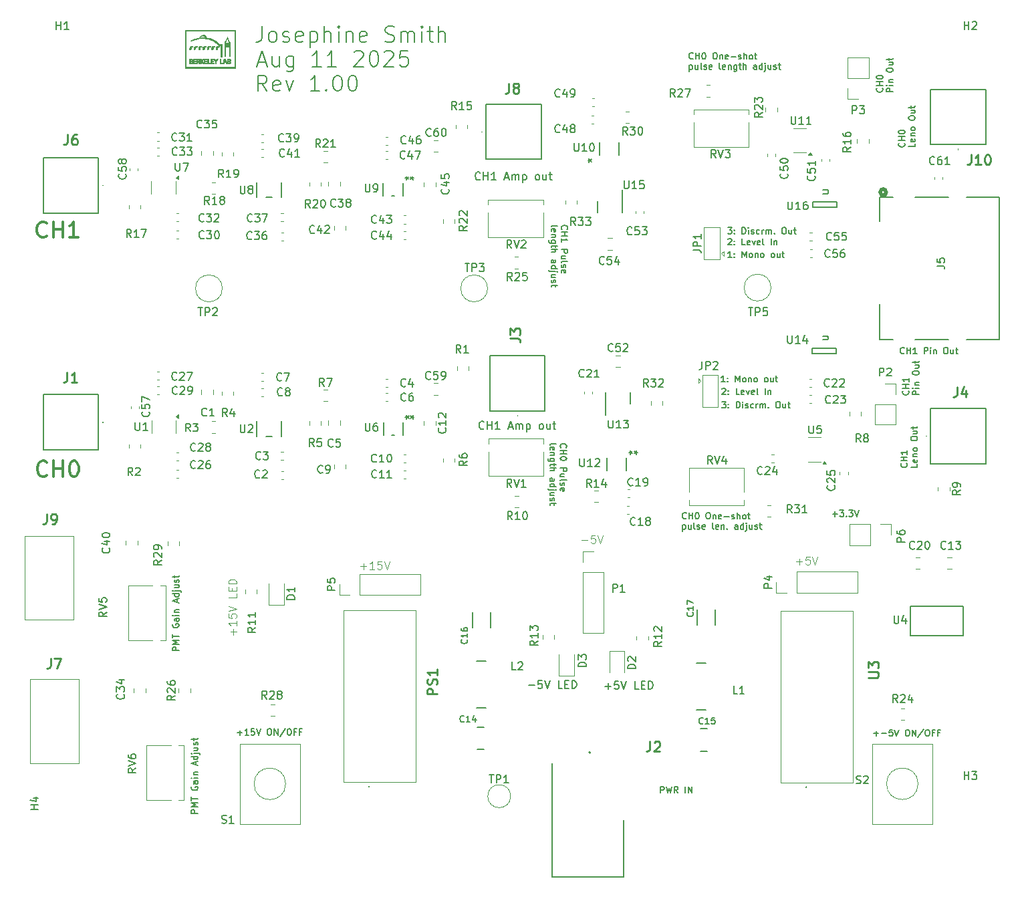
<source format=gbr>
%TF.GenerationSoftware,KiCad,Pcbnew,8.0.8*%
%TF.CreationDate,2025-08-11T17:01:41-07:00*%
%TF.ProjectId,bellamu,62656c6c-616d-4752-9e6b-696361645f70,rev?*%
%TF.SameCoordinates,Original*%
%TF.FileFunction,Legend,Top*%
%TF.FilePolarity,Positive*%
%FSLAX46Y46*%
G04 Gerber Fmt 4.6, Leading zero omitted, Abs format (unit mm)*
G04 Created by KiCad (PCBNEW 8.0.8) date 2025-08-11 17:01:41*
%MOMM*%
%LPD*%
G01*
G04 APERTURE LIST*
%ADD10C,0.200000*%
%ADD11C,0.175000*%
%ADD12C,0.100000*%
%ADD13C,0.300000*%
%ADD14C,0.150000*%
%ADD15C,0.254000*%
%ADD16C,0.010000*%
%ADD17C,0.120000*%
%ADD18C,0.152400*%
%ADD19C,0.508000*%
%ADD20C,0.127000*%
G04 APERTURE END LIST*
D10*
X189727549Y-96920802D02*
X189765645Y-96958898D01*
X189765645Y-96958898D02*
X189803740Y-97073183D01*
X189803740Y-97073183D02*
X189803740Y-97149374D01*
X189803740Y-97149374D02*
X189765645Y-97263660D01*
X189765645Y-97263660D02*
X189689454Y-97339850D01*
X189689454Y-97339850D02*
X189613264Y-97377945D01*
X189613264Y-97377945D02*
X189460883Y-97416041D01*
X189460883Y-97416041D02*
X189346597Y-97416041D01*
X189346597Y-97416041D02*
X189194216Y-97377945D01*
X189194216Y-97377945D02*
X189118025Y-97339850D01*
X189118025Y-97339850D02*
X189041835Y-97263660D01*
X189041835Y-97263660D02*
X189003740Y-97149374D01*
X189003740Y-97149374D02*
X189003740Y-97073183D01*
X189003740Y-97073183D02*
X189041835Y-96958898D01*
X189041835Y-96958898D02*
X189079930Y-96920802D01*
X189803740Y-96577945D02*
X189003740Y-96577945D01*
X189384692Y-96577945D02*
X189384692Y-96120802D01*
X189803740Y-96120802D02*
X189003740Y-96120802D01*
X189803740Y-95320803D02*
X189803740Y-95777946D01*
X189803740Y-95549374D02*
X189003740Y-95549374D01*
X189003740Y-95549374D02*
X189118025Y-95625565D01*
X189118025Y-95625565D02*
X189194216Y-95701755D01*
X189194216Y-95701755D02*
X189232311Y-95777946D01*
X191091695Y-97377945D02*
X190291695Y-97377945D01*
X190291695Y-97377945D02*
X190291695Y-97073183D01*
X190291695Y-97073183D02*
X190329790Y-96996993D01*
X190329790Y-96996993D02*
X190367885Y-96958898D01*
X190367885Y-96958898D02*
X190444076Y-96920802D01*
X190444076Y-96920802D02*
X190558361Y-96920802D01*
X190558361Y-96920802D02*
X190634552Y-96958898D01*
X190634552Y-96958898D02*
X190672647Y-96996993D01*
X190672647Y-96996993D02*
X190710742Y-97073183D01*
X190710742Y-97073183D02*
X190710742Y-97377945D01*
X191091695Y-96577945D02*
X190558361Y-96577945D01*
X190291695Y-96577945D02*
X190329790Y-96616041D01*
X190329790Y-96616041D02*
X190367885Y-96577945D01*
X190367885Y-96577945D02*
X190329790Y-96539850D01*
X190329790Y-96539850D02*
X190291695Y-96577945D01*
X190291695Y-96577945D02*
X190367885Y-96577945D01*
X190558361Y-96196993D02*
X191091695Y-96196993D01*
X190634552Y-96196993D02*
X190596457Y-96158898D01*
X190596457Y-96158898D02*
X190558361Y-96082708D01*
X190558361Y-96082708D02*
X190558361Y-95968422D01*
X190558361Y-95968422D02*
X190596457Y-95892231D01*
X190596457Y-95892231D02*
X190672647Y-95854136D01*
X190672647Y-95854136D02*
X191091695Y-95854136D01*
X190291695Y-94711278D02*
X190291695Y-94558897D01*
X190291695Y-94558897D02*
X190329790Y-94482707D01*
X190329790Y-94482707D02*
X190405980Y-94406516D01*
X190405980Y-94406516D02*
X190558361Y-94368421D01*
X190558361Y-94368421D02*
X190825028Y-94368421D01*
X190825028Y-94368421D02*
X190977409Y-94406516D01*
X190977409Y-94406516D02*
X191053600Y-94482707D01*
X191053600Y-94482707D02*
X191091695Y-94558897D01*
X191091695Y-94558897D02*
X191091695Y-94711278D01*
X191091695Y-94711278D02*
X191053600Y-94787469D01*
X191053600Y-94787469D02*
X190977409Y-94863659D01*
X190977409Y-94863659D02*
X190825028Y-94901755D01*
X190825028Y-94901755D02*
X190558361Y-94901755D01*
X190558361Y-94901755D02*
X190405980Y-94863659D01*
X190405980Y-94863659D02*
X190329790Y-94787469D01*
X190329790Y-94787469D02*
X190291695Y-94711278D01*
X190558361Y-93682707D02*
X191091695Y-93682707D01*
X190558361Y-94025564D02*
X190977409Y-94025564D01*
X190977409Y-94025564D02*
X191053600Y-93987469D01*
X191053600Y-93987469D02*
X191091695Y-93911279D01*
X191091695Y-93911279D02*
X191091695Y-93796993D01*
X191091695Y-93796993D02*
X191053600Y-93720802D01*
X191053600Y-93720802D02*
X191015504Y-93682707D01*
X190558361Y-93416040D02*
X190558361Y-93111278D01*
X190291695Y-93301754D02*
X190977409Y-93301754D01*
X190977409Y-93301754D02*
X191053600Y-93263659D01*
X191053600Y-93263659D02*
X191091695Y-93187469D01*
X191091695Y-93187469D02*
X191091695Y-93111278D01*
D11*
X180155607Y-112533233D02*
X180765131Y-112533233D01*
X180460369Y-112837995D02*
X180460369Y-112228471D01*
X181069892Y-112037995D02*
X181565130Y-112037995D01*
X181565130Y-112037995D02*
X181298464Y-112342757D01*
X181298464Y-112342757D02*
X181412749Y-112342757D01*
X181412749Y-112342757D02*
X181488940Y-112380852D01*
X181488940Y-112380852D02*
X181527035Y-112418947D01*
X181527035Y-112418947D02*
X181565130Y-112495138D01*
X181565130Y-112495138D02*
X181565130Y-112685614D01*
X181565130Y-112685614D02*
X181527035Y-112761804D01*
X181527035Y-112761804D02*
X181488940Y-112799900D01*
X181488940Y-112799900D02*
X181412749Y-112837995D01*
X181412749Y-112837995D02*
X181184178Y-112837995D01*
X181184178Y-112837995D02*
X181107987Y-112799900D01*
X181107987Y-112799900D02*
X181069892Y-112761804D01*
X181907988Y-112761804D02*
X181946083Y-112799900D01*
X181946083Y-112799900D02*
X181907988Y-112837995D01*
X181907988Y-112837995D02*
X181869892Y-112799900D01*
X181869892Y-112799900D02*
X181907988Y-112761804D01*
X181907988Y-112761804D02*
X181907988Y-112837995D01*
X182212749Y-112037995D02*
X182707987Y-112037995D01*
X182707987Y-112037995D02*
X182441321Y-112342757D01*
X182441321Y-112342757D02*
X182555606Y-112342757D01*
X182555606Y-112342757D02*
X182631797Y-112380852D01*
X182631797Y-112380852D02*
X182669892Y-112418947D01*
X182669892Y-112418947D02*
X182707987Y-112495138D01*
X182707987Y-112495138D02*
X182707987Y-112685614D01*
X182707987Y-112685614D02*
X182669892Y-112761804D01*
X182669892Y-112761804D02*
X182631797Y-112799900D01*
X182631797Y-112799900D02*
X182555606Y-112837995D01*
X182555606Y-112837995D02*
X182327035Y-112837995D01*
X182327035Y-112837995D02*
X182250844Y-112799900D01*
X182250844Y-112799900D02*
X182212749Y-112761804D01*
X182936559Y-112037995D02*
X183203226Y-112837995D01*
X183203226Y-112837995D02*
X183469892Y-112037995D01*
D10*
X97341695Y-129822945D02*
X96541695Y-129822945D01*
X96541695Y-129822945D02*
X96541695Y-129518183D01*
X96541695Y-129518183D02*
X96579790Y-129441993D01*
X96579790Y-129441993D02*
X96617885Y-129403898D01*
X96617885Y-129403898D02*
X96694076Y-129365802D01*
X96694076Y-129365802D02*
X96808361Y-129365802D01*
X96808361Y-129365802D02*
X96884552Y-129403898D01*
X96884552Y-129403898D02*
X96922647Y-129441993D01*
X96922647Y-129441993D02*
X96960742Y-129518183D01*
X96960742Y-129518183D02*
X96960742Y-129822945D01*
X97341695Y-129022945D02*
X96541695Y-129022945D01*
X96541695Y-129022945D02*
X97113123Y-128756279D01*
X97113123Y-128756279D02*
X96541695Y-128489612D01*
X96541695Y-128489612D02*
X97341695Y-128489612D01*
X96541695Y-128222945D02*
X96541695Y-127765802D01*
X97341695Y-127994374D02*
X96541695Y-127994374D01*
X96579790Y-126470564D02*
X96541695Y-126546754D01*
X96541695Y-126546754D02*
X96541695Y-126661040D01*
X96541695Y-126661040D02*
X96579790Y-126775326D01*
X96579790Y-126775326D02*
X96655980Y-126851516D01*
X96655980Y-126851516D02*
X96732171Y-126889611D01*
X96732171Y-126889611D02*
X96884552Y-126927707D01*
X96884552Y-126927707D02*
X96998838Y-126927707D01*
X96998838Y-126927707D02*
X97151219Y-126889611D01*
X97151219Y-126889611D02*
X97227409Y-126851516D01*
X97227409Y-126851516D02*
X97303600Y-126775326D01*
X97303600Y-126775326D02*
X97341695Y-126661040D01*
X97341695Y-126661040D02*
X97341695Y-126584849D01*
X97341695Y-126584849D02*
X97303600Y-126470564D01*
X97303600Y-126470564D02*
X97265504Y-126432468D01*
X97265504Y-126432468D02*
X96998838Y-126432468D01*
X96998838Y-126432468D02*
X96998838Y-126584849D01*
X97341695Y-125746754D02*
X96922647Y-125746754D01*
X96922647Y-125746754D02*
X96846457Y-125784849D01*
X96846457Y-125784849D02*
X96808361Y-125861040D01*
X96808361Y-125861040D02*
X96808361Y-126013421D01*
X96808361Y-126013421D02*
X96846457Y-126089611D01*
X97303600Y-125746754D02*
X97341695Y-125822945D01*
X97341695Y-125822945D02*
X97341695Y-126013421D01*
X97341695Y-126013421D02*
X97303600Y-126089611D01*
X97303600Y-126089611D02*
X97227409Y-126127707D01*
X97227409Y-126127707D02*
X97151219Y-126127707D01*
X97151219Y-126127707D02*
X97075028Y-126089611D01*
X97075028Y-126089611D02*
X97036933Y-126013421D01*
X97036933Y-126013421D02*
X97036933Y-125822945D01*
X97036933Y-125822945D02*
X96998838Y-125746754D01*
X97341695Y-125365801D02*
X96808361Y-125365801D01*
X96541695Y-125365801D02*
X96579790Y-125403897D01*
X96579790Y-125403897D02*
X96617885Y-125365801D01*
X96617885Y-125365801D02*
X96579790Y-125327706D01*
X96579790Y-125327706D02*
X96541695Y-125365801D01*
X96541695Y-125365801D02*
X96617885Y-125365801D01*
X96808361Y-124984849D02*
X97341695Y-124984849D01*
X96884552Y-124984849D02*
X96846457Y-124946754D01*
X96846457Y-124946754D02*
X96808361Y-124870564D01*
X96808361Y-124870564D02*
X96808361Y-124756278D01*
X96808361Y-124756278D02*
X96846457Y-124680087D01*
X96846457Y-124680087D02*
X96922647Y-124641992D01*
X96922647Y-124641992D02*
X97341695Y-124641992D01*
X97113123Y-123689611D02*
X97113123Y-123308658D01*
X97341695Y-123765801D02*
X96541695Y-123499134D01*
X96541695Y-123499134D02*
X97341695Y-123232468D01*
X97341695Y-122622944D02*
X96541695Y-122622944D01*
X97303600Y-122622944D02*
X97341695Y-122699135D01*
X97341695Y-122699135D02*
X97341695Y-122851516D01*
X97341695Y-122851516D02*
X97303600Y-122927706D01*
X97303600Y-122927706D02*
X97265504Y-122965801D01*
X97265504Y-122965801D02*
X97189314Y-123003897D01*
X97189314Y-123003897D02*
X96960742Y-123003897D01*
X96960742Y-123003897D02*
X96884552Y-122965801D01*
X96884552Y-122965801D02*
X96846457Y-122927706D01*
X96846457Y-122927706D02*
X96808361Y-122851516D01*
X96808361Y-122851516D02*
X96808361Y-122699135D01*
X96808361Y-122699135D02*
X96846457Y-122622944D01*
X96808361Y-122241991D02*
X97494076Y-122241991D01*
X97494076Y-122241991D02*
X97570266Y-122280087D01*
X97570266Y-122280087D02*
X97608361Y-122356277D01*
X97608361Y-122356277D02*
X97608361Y-122394372D01*
X96541695Y-122241991D02*
X96579790Y-122280087D01*
X96579790Y-122280087D02*
X96617885Y-122241991D01*
X96617885Y-122241991D02*
X96579790Y-122203896D01*
X96579790Y-122203896D02*
X96541695Y-122241991D01*
X96541695Y-122241991D02*
X96617885Y-122241991D01*
X96808361Y-121518182D02*
X97341695Y-121518182D01*
X96808361Y-121861039D02*
X97227409Y-121861039D01*
X97227409Y-121861039D02*
X97303600Y-121822944D01*
X97303600Y-121822944D02*
X97341695Y-121746754D01*
X97341695Y-121746754D02*
X97341695Y-121632468D01*
X97341695Y-121632468D02*
X97303600Y-121556277D01*
X97303600Y-121556277D02*
X97265504Y-121518182D01*
X97303600Y-121175325D02*
X97341695Y-121099134D01*
X97341695Y-121099134D02*
X97341695Y-120946753D01*
X97341695Y-120946753D02*
X97303600Y-120870563D01*
X97303600Y-120870563D02*
X97227409Y-120832467D01*
X97227409Y-120832467D02*
X97189314Y-120832467D01*
X97189314Y-120832467D02*
X97113123Y-120870563D01*
X97113123Y-120870563D02*
X97075028Y-120946753D01*
X97075028Y-120946753D02*
X97075028Y-121061039D01*
X97075028Y-121061039D02*
X97036933Y-121137229D01*
X97036933Y-121137229D02*
X96960742Y-121175325D01*
X96960742Y-121175325D02*
X96922647Y-121175325D01*
X96922647Y-121175325D02*
X96846457Y-121137229D01*
X96846457Y-121137229D02*
X96808361Y-121061039D01*
X96808361Y-121061039D02*
X96808361Y-120946753D01*
X96808361Y-120946753D02*
X96846457Y-120870563D01*
X96808361Y-120603896D02*
X96808361Y-120299134D01*
X96541695Y-120489610D02*
X97227409Y-120489610D01*
X97227409Y-120489610D02*
X97303600Y-120451515D01*
X97303600Y-120451515D02*
X97341695Y-120375325D01*
X97341695Y-120375325D02*
X97341695Y-120299134D01*
D11*
X166917511Y-77714185D02*
X166955607Y-77676090D01*
X166955607Y-77676090D02*
X167031797Y-77637995D01*
X167031797Y-77637995D02*
X167222273Y-77637995D01*
X167222273Y-77637995D02*
X167298464Y-77676090D01*
X167298464Y-77676090D02*
X167336559Y-77714185D01*
X167336559Y-77714185D02*
X167374654Y-77790376D01*
X167374654Y-77790376D02*
X167374654Y-77866566D01*
X167374654Y-77866566D02*
X167336559Y-77980852D01*
X167336559Y-77980852D02*
X166879416Y-78437995D01*
X166879416Y-78437995D02*
X167374654Y-78437995D01*
X167717512Y-78361804D02*
X167755607Y-78399900D01*
X167755607Y-78399900D02*
X167717512Y-78437995D01*
X167717512Y-78437995D02*
X167679416Y-78399900D01*
X167679416Y-78399900D02*
X167717512Y-78361804D01*
X167717512Y-78361804D02*
X167717512Y-78437995D01*
X167717512Y-77942757D02*
X167755607Y-77980852D01*
X167755607Y-77980852D02*
X167717512Y-78018947D01*
X167717512Y-78018947D02*
X167679416Y-77980852D01*
X167679416Y-77980852D02*
X167717512Y-77942757D01*
X167717512Y-77942757D02*
X167717512Y-78018947D01*
X169088940Y-78437995D02*
X168707988Y-78437995D01*
X168707988Y-78437995D02*
X168707988Y-77637995D01*
X169660369Y-78399900D02*
X169584178Y-78437995D01*
X169584178Y-78437995D02*
X169431797Y-78437995D01*
X169431797Y-78437995D02*
X169355607Y-78399900D01*
X169355607Y-78399900D02*
X169317511Y-78323709D01*
X169317511Y-78323709D02*
X169317511Y-78018947D01*
X169317511Y-78018947D02*
X169355607Y-77942757D01*
X169355607Y-77942757D02*
X169431797Y-77904661D01*
X169431797Y-77904661D02*
X169584178Y-77904661D01*
X169584178Y-77904661D02*
X169660369Y-77942757D01*
X169660369Y-77942757D02*
X169698464Y-78018947D01*
X169698464Y-78018947D02*
X169698464Y-78095138D01*
X169698464Y-78095138D02*
X169317511Y-78171328D01*
X169965130Y-77904661D02*
X170155606Y-78437995D01*
X170155606Y-78437995D02*
X170346083Y-77904661D01*
X170955607Y-78399900D02*
X170879416Y-78437995D01*
X170879416Y-78437995D02*
X170727035Y-78437995D01*
X170727035Y-78437995D02*
X170650845Y-78399900D01*
X170650845Y-78399900D02*
X170612749Y-78323709D01*
X170612749Y-78323709D02*
X170612749Y-78018947D01*
X170612749Y-78018947D02*
X170650845Y-77942757D01*
X170650845Y-77942757D02*
X170727035Y-77904661D01*
X170727035Y-77904661D02*
X170879416Y-77904661D01*
X170879416Y-77904661D02*
X170955607Y-77942757D01*
X170955607Y-77942757D02*
X170993702Y-78018947D01*
X170993702Y-78018947D02*
X170993702Y-78095138D01*
X170993702Y-78095138D02*
X170612749Y-78171328D01*
X171450844Y-78437995D02*
X171374654Y-78399900D01*
X171374654Y-78399900D02*
X171336559Y-78323709D01*
X171336559Y-78323709D02*
X171336559Y-77637995D01*
X172365131Y-78437995D02*
X172365131Y-77637995D01*
X172746083Y-77904661D02*
X172746083Y-78437995D01*
X172746083Y-77980852D02*
X172784178Y-77942757D01*
X172784178Y-77942757D02*
X172860368Y-77904661D01*
X172860368Y-77904661D02*
X172974654Y-77904661D01*
X172974654Y-77904661D02*
X173050845Y-77942757D01*
X173050845Y-77942757D02*
X173088940Y-78018947D01*
X173088940Y-78018947D02*
X173088940Y-78437995D01*
X166879416Y-76237995D02*
X167374654Y-76237995D01*
X167374654Y-76237995D02*
X167107988Y-76542757D01*
X167107988Y-76542757D02*
X167222273Y-76542757D01*
X167222273Y-76542757D02*
X167298464Y-76580852D01*
X167298464Y-76580852D02*
X167336559Y-76618947D01*
X167336559Y-76618947D02*
X167374654Y-76695138D01*
X167374654Y-76695138D02*
X167374654Y-76885614D01*
X167374654Y-76885614D02*
X167336559Y-76961804D01*
X167336559Y-76961804D02*
X167298464Y-76999900D01*
X167298464Y-76999900D02*
X167222273Y-77037995D01*
X167222273Y-77037995D02*
X166993702Y-77037995D01*
X166993702Y-77037995D02*
X166917511Y-76999900D01*
X166917511Y-76999900D02*
X166879416Y-76961804D01*
X167717512Y-76961804D02*
X167755607Y-76999900D01*
X167755607Y-76999900D02*
X167717512Y-77037995D01*
X167717512Y-77037995D02*
X167679416Y-76999900D01*
X167679416Y-76999900D02*
X167717512Y-76961804D01*
X167717512Y-76961804D02*
X167717512Y-77037995D01*
X167717512Y-76542757D02*
X167755607Y-76580852D01*
X167755607Y-76580852D02*
X167717512Y-76618947D01*
X167717512Y-76618947D02*
X167679416Y-76580852D01*
X167679416Y-76580852D02*
X167717512Y-76542757D01*
X167717512Y-76542757D02*
X167717512Y-76618947D01*
X168707988Y-77037995D02*
X168707988Y-76237995D01*
X168707988Y-76237995D02*
X168898464Y-76237995D01*
X168898464Y-76237995D02*
X169012750Y-76276090D01*
X169012750Y-76276090D02*
X169088940Y-76352280D01*
X169088940Y-76352280D02*
X169127035Y-76428471D01*
X169127035Y-76428471D02*
X169165131Y-76580852D01*
X169165131Y-76580852D02*
X169165131Y-76695138D01*
X169165131Y-76695138D02*
X169127035Y-76847519D01*
X169127035Y-76847519D02*
X169088940Y-76923709D01*
X169088940Y-76923709D02*
X169012750Y-76999900D01*
X169012750Y-76999900D02*
X168898464Y-77037995D01*
X168898464Y-77037995D02*
X168707988Y-77037995D01*
X169507988Y-77037995D02*
X169507988Y-76504661D01*
X169507988Y-76237995D02*
X169469892Y-76276090D01*
X169469892Y-76276090D02*
X169507988Y-76314185D01*
X169507988Y-76314185D02*
X169546083Y-76276090D01*
X169546083Y-76276090D02*
X169507988Y-76237995D01*
X169507988Y-76237995D02*
X169507988Y-76314185D01*
X169850844Y-76999900D02*
X169927035Y-77037995D01*
X169927035Y-77037995D02*
X170079416Y-77037995D01*
X170079416Y-77037995D02*
X170155606Y-76999900D01*
X170155606Y-76999900D02*
X170193702Y-76923709D01*
X170193702Y-76923709D02*
X170193702Y-76885614D01*
X170193702Y-76885614D02*
X170155606Y-76809423D01*
X170155606Y-76809423D02*
X170079416Y-76771328D01*
X170079416Y-76771328D02*
X169965130Y-76771328D01*
X169965130Y-76771328D02*
X169888940Y-76733233D01*
X169888940Y-76733233D02*
X169850844Y-76657042D01*
X169850844Y-76657042D02*
X169850844Y-76618947D01*
X169850844Y-76618947D02*
X169888940Y-76542757D01*
X169888940Y-76542757D02*
X169965130Y-76504661D01*
X169965130Y-76504661D02*
X170079416Y-76504661D01*
X170079416Y-76504661D02*
X170155606Y-76542757D01*
X170879416Y-76999900D02*
X170803225Y-77037995D01*
X170803225Y-77037995D02*
X170650844Y-77037995D01*
X170650844Y-77037995D02*
X170574654Y-76999900D01*
X170574654Y-76999900D02*
X170536559Y-76961804D01*
X170536559Y-76961804D02*
X170498463Y-76885614D01*
X170498463Y-76885614D02*
X170498463Y-76657042D01*
X170498463Y-76657042D02*
X170536559Y-76580852D01*
X170536559Y-76580852D02*
X170574654Y-76542757D01*
X170574654Y-76542757D02*
X170650844Y-76504661D01*
X170650844Y-76504661D02*
X170803225Y-76504661D01*
X170803225Y-76504661D02*
X170879416Y-76542757D01*
X171222273Y-77037995D02*
X171222273Y-76504661D01*
X171222273Y-76657042D02*
X171260368Y-76580852D01*
X171260368Y-76580852D02*
X171298463Y-76542757D01*
X171298463Y-76542757D02*
X171374654Y-76504661D01*
X171374654Y-76504661D02*
X171450844Y-76504661D01*
X171717511Y-77037995D02*
X171717511Y-76504661D01*
X171717511Y-76580852D02*
X171755606Y-76542757D01*
X171755606Y-76542757D02*
X171831796Y-76504661D01*
X171831796Y-76504661D02*
X171946082Y-76504661D01*
X171946082Y-76504661D02*
X172022273Y-76542757D01*
X172022273Y-76542757D02*
X172060368Y-76618947D01*
X172060368Y-76618947D02*
X172060368Y-77037995D01*
X172060368Y-76618947D02*
X172098463Y-76542757D01*
X172098463Y-76542757D02*
X172174654Y-76504661D01*
X172174654Y-76504661D02*
X172288939Y-76504661D01*
X172288939Y-76504661D02*
X172365130Y-76542757D01*
X172365130Y-76542757D02*
X172403225Y-76618947D01*
X172403225Y-76618947D02*
X172403225Y-77037995D01*
X172784178Y-76961804D02*
X172822273Y-76999900D01*
X172822273Y-76999900D02*
X172784178Y-77037995D01*
X172784178Y-77037995D02*
X172746082Y-76999900D01*
X172746082Y-76999900D02*
X172784178Y-76961804D01*
X172784178Y-76961804D02*
X172784178Y-77037995D01*
X173927035Y-76237995D02*
X174079416Y-76237995D01*
X174079416Y-76237995D02*
X174155606Y-76276090D01*
X174155606Y-76276090D02*
X174231797Y-76352280D01*
X174231797Y-76352280D02*
X174269892Y-76504661D01*
X174269892Y-76504661D02*
X174269892Y-76771328D01*
X174269892Y-76771328D02*
X174231797Y-76923709D01*
X174231797Y-76923709D02*
X174155606Y-76999900D01*
X174155606Y-76999900D02*
X174079416Y-77037995D01*
X174079416Y-77037995D02*
X173927035Y-77037995D01*
X173927035Y-77037995D02*
X173850844Y-76999900D01*
X173850844Y-76999900D02*
X173774654Y-76923709D01*
X173774654Y-76923709D02*
X173736558Y-76771328D01*
X173736558Y-76771328D02*
X173736558Y-76504661D01*
X173736558Y-76504661D02*
X173774654Y-76352280D01*
X173774654Y-76352280D02*
X173850844Y-76276090D01*
X173850844Y-76276090D02*
X173927035Y-76237995D01*
X174955606Y-76504661D02*
X174955606Y-77037995D01*
X174612749Y-76504661D02*
X174612749Y-76923709D01*
X174612749Y-76923709D02*
X174650844Y-76999900D01*
X174650844Y-76999900D02*
X174727034Y-77037995D01*
X174727034Y-77037995D02*
X174841320Y-77037995D01*
X174841320Y-77037995D02*
X174917511Y-76999900D01*
X174917511Y-76999900D02*
X174955606Y-76961804D01*
X175222273Y-76504661D02*
X175527035Y-76504661D01*
X175336559Y-76237995D02*
X175336559Y-76923709D01*
X175336559Y-76923709D02*
X175374654Y-76999900D01*
X175374654Y-76999900D02*
X175450844Y-77037995D01*
X175450844Y-77037995D02*
X175527035Y-77037995D01*
X167374654Y-80037995D02*
X166917511Y-80037995D01*
X167146083Y-80037995D02*
X167146083Y-79237995D01*
X167146083Y-79237995D02*
X167069892Y-79352280D01*
X167069892Y-79352280D02*
X166993702Y-79428471D01*
X166993702Y-79428471D02*
X166917511Y-79466566D01*
X167717512Y-79961804D02*
X167755607Y-79999900D01*
X167755607Y-79999900D02*
X167717512Y-80037995D01*
X167717512Y-80037995D02*
X167679416Y-79999900D01*
X167679416Y-79999900D02*
X167717512Y-79961804D01*
X167717512Y-79961804D02*
X167717512Y-80037995D01*
X167717512Y-79542757D02*
X167755607Y-79580852D01*
X167755607Y-79580852D02*
X167717512Y-79618947D01*
X167717512Y-79618947D02*
X167679416Y-79580852D01*
X167679416Y-79580852D02*
X167717512Y-79542757D01*
X167717512Y-79542757D02*
X167717512Y-79618947D01*
X168707988Y-80037995D02*
X168707988Y-79237995D01*
X168707988Y-79237995D02*
X168974654Y-79809423D01*
X168974654Y-79809423D02*
X169241321Y-79237995D01*
X169241321Y-79237995D02*
X169241321Y-80037995D01*
X169736559Y-80037995D02*
X169660369Y-79999900D01*
X169660369Y-79999900D02*
X169622274Y-79961804D01*
X169622274Y-79961804D02*
X169584178Y-79885614D01*
X169584178Y-79885614D02*
X169584178Y-79657042D01*
X169584178Y-79657042D02*
X169622274Y-79580852D01*
X169622274Y-79580852D02*
X169660369Y-79542757D01*
X169660369Y-79542757D02*
X169736559Y-79504661D01*
X169736559Y-79504661D02*
X169850845Y-79504661D01*
X169850845Y-79504661D02*
X169927036Y-79542757D01*
X169927036Y-79542757D02*
X169965131Y-79580852D01*
X169965131Y-79580852D02*
X170003226Y-79657042D01*
X170003226Y-79657042D02*
X170003226Y-79885614D01*
X170003226Y-79885614D02*
X169965131Y-79961804D01*
X169965131Y-79961804D02*
X169927036Y-79999900D01*
X169927036Y-79999900D02*
X169850845Y-80037995D01*
X169850845Y-80037995D02*
X169736559Y-80037995D01*
X170346084Y-79504661D02*
X170346084Y-80037995D01*
X170346084Y-79580852D02*
X170384179Y-79542757D01*
X170384179Y-79542757D02*
X170460369Y-79504661D01*
X170460369Y-79504661D02*
X170574655Y-79504661D01*
X170574655Y-79504661D02*
X170650846Y-79542757D01*
X170650846Y-79542757D02*
X170688941Y-79618947D01*
X170688941Y-79618947D02*
X170688941Y-80037995D01*
X171184179Y-80037995D02*
X171107989Y-79999900D01*
X171107989Y-79999900D02*
X171069894Y-79961804D01*
X171069894Y-79961804D02*
X171031798Y-79885614D01*
X171031798Y-79885614D02*
X171031798Y-79657042D01*
X171031798Y-79657042D02*
X171069894Y-79580852D01*
X171069894Y-79580852D02*
X171107989Y-79542757D01*
X171107989Y-79542757D02*
X171184179Y-79504661D01*
X171184179Y-79504661D02*
X171298465Y-79504661D01*
X171298465Y-79504661D02*
X171374656Y-79542757D01*
X171374656Y-79542757D02*
X171412751Y-79580852D01*
X171412751Y-79580852D02*
X171450846Y-79657042D01*
X171450846Y-79657042D02*
X171450846Y-79885614D01*
X171450846Y-79885614D02*
X171412751Y-79961804D01*
X171412751Y-79961804D02*
X171374656Y-79999900D01*
X171374656Y-79999900D02*
X171298465Y-80037995D01*
X171298465Y-80037995D02*
X171184179Y-80037995D01*
X172517513Y-80037995D02*
X172441323Y-79999900D01*
X172441323Y-79999900D02*
X172403228Y-79961804D01*
X172403228Y-79961804D02*
X172365132Y-79885614D01*
X172365132Y-79885614D02*
X172365132Y-79657042D01*
X172365132Y-79657042D02*
X172403228Y-79580852D01*
X172403228Y-79580852D02*
X172441323Y-79542757D01*
X172441323Y-79542757D02*
X172517513Y-79504661D01*
X172517513Y-79504661D02*
X172631799Y-79504661D01*
X172631799Y-79504661D02*
X172707990Y-79542757D01*
X172707990Y-79542757D02*
X172746085Y-79580852D01*
X172746085Y-79580852D02*
X172784180Y-79657042D01*
X172784180Y-79657042D02*
X172784180Y-79885614D01*
X172784180Y-79885614D02*
X172746085Y-79961804D01*
X172746085Y-79961804D02*
X172707990Y-79999900D01*
X172707990Y-79999900D02*
X172631799Y-80037995D01*
X172631799Y-80037995D02*
X172517513Y-80037995D01*
X173469895Y-79504661D02*
X173469895Y-80037995D01*
X173127038Y-79504661D02*
X173127038Y-79923709D01*
X173127038Y-79923709D02*
X173165133Y-79999900D01*
X173165133Y-79999900D02*
X173241323Y-80037995D01*
X173241323Y-80037995D02*
X173355609Y-80037995D01*
X173355609Y-80037995D02*
X173431800Y-79999900D01*
X173431800Y-79999900D02*
X173469895Y-79961804D01*
X173736562Y-79504661D02*
X174041324Y-79504661D01*
X173850848Y-79237995D02*
X173850848Y-79923709D01*
X173850848Y-79923709D02*
X173888943Y-79999900D01*
X173888943Y-79999900D02*
X173965133Y-80037995D01*
X173965133Y-80037995D02*
X174041324Y-80037995D01*
X166129416Y-98292995D02*
X166624654Y-98292995D01*
X166624654Y-98292995D02*
X166357988Y-98597757D01*
X166357988Y-98597757D02*
X166472273Y-98597757D01*
X166472273Y-98597757D02*
X166548464Y-98635852D01*
X166548464Y-98635852D02*
X166586559Y-98673947D01*
X166586559Y-98673947D02*
X166624654Y-98750138D01*
X166624654Y-98750138D02*
X166624654Y-98940614D01*
X166624654Y-98940614D02*
X166586559Y-99016804D01*
X166586559Y-99016804D02*
X166548464Y-99054900D01*
X166548464Y-99054900D02*
X166472273Y-99092995D01*
X166472273Y-99092995D02*
X166243702Y-99092995D01*
X166243702Y-99092995D02*
X166167511Y-99054900D01*
X166167511Y-99054900D02*
X166129416Y-99016804D01*
X166967512Y-99016804D02*
X167005607Y-99054900D01*
X167005607Y-99054900D02*
X166967512Y-99092995D01*
X166967512Y-99092995D02*
X166929416Y-99054900D01*
X166929416Y-99054900D02*
X166967512Y-99016804D01*
X166967512Y-99016804D02*
X166967512Y-99092995D01*
X166967512Y-98597757D02*
X167005607Y-98635852D01*
X167005607Y-98635852D02*
X166967512Y-98673947D01*
X166967512Y-98673947D02*
X166929416Y-98635852D01*
X166929416Y-98635852D02*
X166967512Y-98597757D01*
X166967512Y-98597757D02*
X166967512Y-98673947D01*
X167957988Y-99092995D02*
X167957988Y-98292995D01*
X167957988Y-98292995D02*
X168148464Y-98292995D01*
X168148464Y-98292995D02*
X168262750Y-98331090D01*
X168262750Y-98331090D02*
X168338940Y-98407280D01*
X168338940Y-98407280D02*
X168377035Y-98483471D01*
X168377035Y-98483471D02*
X168415131Y-98635852D01*
X168415131Y-98635852D02*
X168415131Y-98750138D01*
X168415131Y-98750138D02*
X168377035Y-98902519D01*
X168377035Y-98902519D02*
X168338940Y-98978709D01*
X168338940Y-98978709D02*
X168262750Y-99054900D01*
X168262750Y-99054900D02*
X168148464Y-99092995D01*
X168148464Y-99092995D02*
X167957988Y-99092995D01*
X168757988Y-99092995D02*
X168757988Y-98559661D01*
X168757988Y-98292995D02*
X168719892Y-98331090D01*
X168719892Y-98331090D02*
X168757988Y-98369185D01*
X168757988Y-98369185D02*
X168796083Y-98331090D01*
X168796083Y-98331090D02*
X168757988Y-98292995D01*
X168757988Y-98292995D02*
X168757988Y-98369185D01*
X169100844Y-99054900D02*
X169177035Y-99092995D01*
X169177035Y-99092995D02*
X169329416Y-99092995D01*
X169329416Y-99092995D02*
X169405606Y-99054900D01*
X169405606Y-99054900D02*
X169443702Y-98978709D01*
X169443702Y-98978709D02*
X169443702Y-98940614D01*
X169443702Y-98940614D02*
X169405606Y-98864423D01*
X169405606Y-98864423D02*
X169329416Y-98826328D01*
X169329416Y-98826328D02*
X169215130Y-98826328D01*
X169215130Y-98826328D02*
X169138940Y-98788233D01*
X169138940Y-98788233D02*
X169100844Y-98712042D01*
X169100844Y-98712042D02*
X169100844Y-98673947D01*
X169100844Y-98673947D02*
X169138940Y-98597757D01*
X169138940Y-98597757D02*
X169215130Y-98559661D01*
X169215130Y-98559661D02*
X169329416Y-98559661D01*
X169329416Y-98559661D02*
X169405606Y-98597757D01*
X170129416Y-99054900D02*
X170053225Y-99092995D01*
X170053225Y-99092995D02*
X169900844Y-99092995D01*
X169900844Y-99092995D02*
X169824654Y-99054900D01*
X169824654Y-99054900D02*
X169786559Y-99016804D01*
X169786559Y-99016804D02*
X169748463Y-98940614D01*
X169748463Y-98940614D02*
X169748463Y-98712042D01*
X169748463Y-98712042D02*
X169786559Y-98635852D01*
X169786559Y-98635852D02*
X169824654Y-98597757D01*
X169824654Y-98597757D02*
X169900844Y-98559661D01*
X169900844Y-98559661D02*
X170053225Y-98559661D01*
X170053225Y-98559661D02*
X170129416Y-98597757D01*
X170472273Y-99092995D02*
X170472273Y-98559661D01*
X170472273Y-98712042D02*
X170510368Y-98635852D01*
X170510368Y-98635852D02*
X170548463Y-98597757D01*
X170548463Y-98597757D02*
X170624654Y-98559661D01*
X170624654Y-98559661D02*
X170700844Y-98559661D01*
X170967511Y-99092995D02*
X170967511Y-98559661D01*
X170967511Y-98635852D02*
X171005606Y-98597757D01*
X171005606Y-98597757D02*
X171081796Y-98559661D01*
X171081796Y-98559661D02*
X171196082Y-98559661D01*
X171196082Y-98559661D02*
X171272273Y-98597757D01*
X171272273Y-98597757D02*
X171310368Y-98673947D01*
X171310368Y-98673947D02*
X171310368Y-99092995D01*
X171310368Y-98673947D02*
X171348463Y-98597757D01*
X171348463Y-98597757D02*
X171424654Y-98559661D01*
X171424654Y-98559661D02*
X171538939Y-98559661D01*
X171538939Y-98559661D02*
X171615130Y-98597757D01*
X171615130Y-98597757D02*
X171653225Y-98673947D01*
X171653225Y-98673947D02*
X171653225Y-99092995D01*
X172034178Y-99016804D02*
X172072273Y-99054900D01*
X172072273Y-99054900D02*
X172034178Y-99092995D01*
X172034178Y-99092995D02*
X171996082Y-99054900D01*
X171996082Y-99054900D02*
X172034178Y-99016804D01*
X172034178Y-99016804D02*
X172034178Y-99092995D01*
X173177035Y-98292995D02*
X173329416Y-98292995D01*
X173329416Y-98292995D02*
X173405606Y-98331090D01*
X173405606Y-98331090D02*
X173481797Y-98407280D01*
X173481797Y-98407280D02*
X173519892Y-98559661D01*
X173519892Y-98559661D02*
X173519892Y-98826328D01*
X173519892Y-98826328D02*
X173481797Y-98978709D01*
X173481797Y-98978709D02*
X173405606Y-99054900D01*
X173405606Y-99054900D02*
X173329416Y-99092995D01*
X173329416Y-99092995D02*
X173177035Y-99092995D01*
X173177035Y-99092995D02*
X173100844Y-99054900D01*
X173100844Y-99054900D02*
X173024654Y-98978709D01*
X173024654Y-98978709D02*
X172986558Y-98826328D01*
X172986558Y-98826328D02*
X172986558Y-98559661D01*
X172986558Y-98559661D02*
X173024654Y-98407280D01*
X173024654Y-98407280D02*
X173100844Y-98331090D01*
X173100844Y-98331090D02*
X173177035Y-98292995D01*
X174205606Y-98559661D02*
X174205606Y-99092995D01*
X173862749Y-98559661D02*
X173862749Y-98978709D01*
X173862749Y-98978709D02*
X173900844Y-99054900D01*
X173900844Y-99054900D02*
X173977034Y-99092995D01*
X173977034Y-99092995D02*
X174091320Y-99092995D01*
X174091320Y-99092995D02*
X174167511Y-99054900D01*
X174167511Y-99054900D02*
X174205606Y-99016804D01*
X174472273Y-98559661D02*
X174777035Y-98559661D01*
X174586559Y-98292995D02*
X174586559Y-98978709D01*
X174586559Y-98978709D02*
X174624654Y-99054900D01*
X174624654Y-99054900D02*
X174700844Y-99092995D01*
X174700844Y-99092995D02*
X174777035Y-99092995D01*
D10*
X185372054Y-140331933D02*
X185981578Y-140331933D01*
X185676816Y-140636695D02*
X185676816Y-140027171D01*
X186362530Y-140331933D02*
X186972054Y-140331933D01*
X187733958Y-139836695D02*
X187353006Y-139836695D01*
X187353006Y-139836695D02*
X187314910Y-140217647D01*
X187314910Y-140217647D02*
X187353006Y-140179552D01*
X187353006Y-140179552D02*
X187429196Y-140141457D01*
X187429196Y-140141457D02*
X187619672Y-140141457D01*
X187619672Y-140141457D02*
X187695863Y-140179552D01*
X187695863Y-140179552D02*
X187733958Y-140217647D01*
X187733958Y-140217647D02*
X187772053Y-140293838D01*
X187772053Y-140293838D02*
X187772053Y-140484314D01*
X187772053Y-140484314D02*
X187733958Y-140560504D01*
X187733958Y-140560504D02*
X187695863Y-140598600D01*
X187695863Y-140598600D02*
X187619672Y-140636695D01*
X187619672Y-140636695D02*
X187429196Y-140636695D01*
X187429196Y-140636695D02*
X187353006Y-140598600D01*
X187353006Y-140598600D02*
X187314910Y-140560504D01*
X188000625Y-139836695D02*
X188267292Y-140636695D01*
X188267292Y-140636695D02*
X188533958Y-139836695D01*
X189562530Y-139836695D02*
X189714911Y-139836695D01*
X189714911Y-139836695D02*
X189791101Y-139874790D01*
X189791101Y-139874790D02*
X189867292Y-139950980D01*
X189867292Y-139950980D02*
X189905387Y-140103361D01*
X189905387Y-140103361D02*
X189905387Y-140370028D01*
X189905387Y-140370028D02*
X189867292Y-140522409D01*
X189867292Y-140522409D02*
X189791101Y-140598600D01*
X189791101Y-140598600D02*
X189714911Y-140636695D01*
X189714911Y-140636695D02*
X189562530Y-140636695D01*
X189562530Y-140636695D02*
X189486339Y-140598600D01*
X189486339Y-140598600D02*
X189410149Y-140522409D01*
X189410149Y-140522409D02*
X189372053Y-140370028D01*
X189372053Y-140370028D02*
X189372053Y-140103361D01*
X189372053Y-140103361D02*
X189410149Y-139950980D01*
X189410149Y-139950980D02*
X189486339Y-139874790D01*
X189486339Y-139874790D02*
X189562530Y-139836695D01*
X190248244Y-140636695D02*
X190248244Y-139836695D01*
X190248244Y-139836695D02*
X190705387Y-140636695D01*
X190705387Y-140636695D02*
X190705387Y-139836695D01*
X191657767Y-139798600D02*
X190972053Y-140827171D01*
X192076815Y-139836695D02*
X192229196Y-139836695D01*
X192229196Y-139836695D02*
X192305386Y-139874790D01*
X192305386Y-139874790D02*
X192381577Y-139950980D01*
X192381577Y-139950980D02*
X192419672Y-140103361D01*
X192419672Y-140103361D02*
X192419672Y-140370028D01*
X192419672Y-140370028D02*
X192381577Y-140522409D01*
X192381577Y-140522409D02*
X192305386Y-140598600D01*
X192305386Y-140598600D02*
X192229196Y-140636695D01*
X192229196Y-140636695D02*
X192076815Y-140636695D01*
X192076815Y-140636695D02*
X192000624Y-140598600D01*
X192000624Y-140598600D02*
X191924434Y-140522409D01*
X191924434Y-140522409D02*
X191886338Y-140370028D01*
X191886338Y-140370028D02*
X191886338Y-140103361D01*
X191886338Y-140103361D02*
X191924434Y-139950980D01*
X191924434Y-139950980D02*
X192000624Y-139874790D01*
X192000624Y-139874790D02*
X192076815Y-139836695D01*
X193029195Y-140217647D02*
X192762529Y-140217647D01*
X192762529Y-140636695D02*
X192762529Y-139836695D01*
X192762529Y-139836695D02*
X193143481Y-139836695D01*
X193714909Y-140217647D02*
X193448243Y-140217647D01*
X193448243Y-140636695D02*
X193448243Y-139836695D01*
X193448243Y-139836695D02*
X193829195Y-139836695D01*
X104772054Y-140231933D02*
X105381578Y-140231933D01*
X105076816Y-140536695D02*
X105076816Y-139927171D01*
X106181577Y-140536695D02*
X105724434Y-140536695D01*
X105953006Y-140536695D02*
X105953006Y-139736695D01*
X105953006Y-139736695D02*
X105876815Y-139850980D01*
X105876815Y-139850980D02*
X105800625Y-139927171D01*
X105800625Y-139927171D02*
X105724434Y-139965266D01*
X106905387Y-139736695D02*
X106524435Y-139736695D01*
X106524435Y-139736695D02*
X106486339Y-140117647D01*
X106486339Y-140117647D02*
X106524435Y-140079552D01*
X106524435Y-140079552D02*
X106600625Y-140041457D01*
X106600625Y-140041457D02*
X106791101Y-140041457D01*
X106791101Y-140041457D02*
X106867292Y-140079552D01*
X106867292Y-140079552D02*
X106905387Y-140117647D01*
X106905387Y-140117647D02*
X106943482Y-140193838D01*
X106943482Y-140193838D02*
X106943482Y-140384314D01*
X106943482Y-140384314D02*
X106905387Y-140460504D01*
X106905387Y-140460504D02*
X106867292Y-140498600D01*
X106867292Y-140498600D02*
X106791101Y-140536695D01*
X106791101Y-140536695D02*
X106600625Y-140536695D01*
X106600625Y-140536695D02*
X106524435Y-140498600D01*
X106524435Y-140498600D02*
X106486339Y-140460504D01*
X107172054Y-139736695D02*
X107438721Y-140536695D01*
X107438721Y-140536695D02*
X107705387Y-139736695D01*
X108733959Y-139736695D02*
X108886340Y-139736695D01*
X108886340Y-139736695D02*
X108962530Y-139774790D01*
X108962530Y-139774790D02*
X109038721Y-139850980D01*
X109038721Y-139850980D02*
X109076816Y-140003361D01*
X109076816Y-140003361D02*
X109076816Y-140270028D01*
X109076816Y-140270028D02*
X109038721Y-140422409D01*
X109038721Y-140422409D02*
X108962530Y-140498600D01*
X108962530Y-140498600D02*
X108886340Y-140536695D01*
X108886340Y-140536695D02*
X108733959Y-140536695D01*
X108733959Y-140536695D02*
X108657768Y-140498600D01*
X108657768Y-140498600D02*
X108581578Y-140422409D01*
X108581578Y-140422409D02*
X108543482Y-140270028D01*
X108543482Y-140270028D02*
X108543482Y-140003361D01*
X108543482Y-140003361D02*
X108581578Y-139850980D01*
X108581578Y-139850980D02*
X108657768Y-139774790D01*
X108657768Y-139774790D02*
X108733959Y-139736695D01*
X109419673Y-140536695D02*
X109419673Y-139736695D01*
X109419673Y-139736695D02*
X109876816Y-140536695D01*
X109876816Y-140536695D02*
X109876816Y-139736695D01*
X110829196Y-139698600D02*
X110143482Y-140727171D01*
X111248244Y-139736695D02*
X111400625Y-139736695D01*
X111400625Y-139736695D02*
X111476815Y-139774790D01*
X111476815Y-139774790D02*
X111553006Y-139850980D01*
X111553006Y-139850980D02*
X111591101Y-140003361D01*
X111591101Y-140003361D02*
X111591101Y-140270028D01*
X111591101Y-140270028D02*
X111553006Y-140422409D01*
X111553006Y-140422409D02*
X111476815Y-140498600D01*
X111476815Y-140498600D02*
X111400625Y-140536695D01*
X111400625Y-140536695D02*
X111248244Y-140536695D01*
X111248244Y-140536695D02*
X111172053Y-140498600D01*
X111172053Y-140498600D02*
X111095863Y-140422409D01*
X111095863Y-140422409D02*
X111057767Y-140270028D01*
X111057767Y-140270028D02*
X111057767Y-140003361D01*
X111057767Y-140003361D02*
X111095863Y-139850980D01*
X111095863Y-139850980D02*
X111172053Y-139774790D01*
X111172053Y-139774790D02*
X111248244Y-139736695D01*
X112200624Y-140117647D02*
X111933958Y-140117647D01*
X111933958Y-140536695D02*
X111933958Y-139736695D01*
X111933958Y-139736695D02*
X112314910Y-139736695D01*
X112886338Y-140117647D02*
X112619672Y-140117647D01*
X112619672Y-140536695D02*
X112619672Y-139736695D01*
X112619672Y-139736695D02*
X113000624Y-139736695D01*
X108504761Y-58944838D02*
X107838094Y-57992457D01*
X107361904Y-58944838D02*
X107361904Y-56944838D01*
X107361904Y-56944838D02*
X108123809Y-56944838D01*
X108123809Y-56944838D02*
X108314285Y-57040076D01*
X108314285Y-57040076D02*
X108409523Y-57135314D01*
X108409523Y-57135314D02*
X108504761Y-57325790D01*
X108504761Y-57325790D02*
X108504761Y-57611504D01*
X108504761Y-57611504D02*
X108409523Y-57801980D01*
X108409523Y-57801980D02*
X108314285Y-57897219D01*
X108314285Y-57897219D02*
X108123809Y-57992457D01*
X108123809Y-57992457D02*
X107361904Y-57992457D01*
X110123809Y-58849600D02*
X109933333Y-58944838D01*
X109933333Y-58944838D02*
X109552380Y-58944838D01*
X109552380Y-58944838D02*
X109361904Y-58849600D01*
X109361904Y-58849600D02*
X109266666Y-58659123D01*
X109266666Y-58659123D02*
X109266666Y-57897219D01*
X109266666Y-57897219D02*
X109361904Y-57706742D01*
X109361904Y-57706742D02*
X109552380Y-57611504D01*
X109552380Y-57611504D02*
X109933333Y-57611504D01*
X109933333Y-57611504D02*
X110123809Y-57706742D01*
X110123809Y-57706742D02*
X110219047Y-57897219D01*
X110219047Y-57897219D02*
X110219047Y-58087695D01*
X110219047Y-58087695D02*
X109266666Y-58278171D01*
X110885714Y-57611504D02*
X111361904Y-58944838D01*
X111361904Y-58944838D02*
X111838095Y-57611504D01*
X115171429Y-58944838D02*
X114028572Y-58944838D01*
X114600000Y-58944838D02*
X114600000Y-56944838D01*
X114600000Y-56944838D02*
X114409524Y-57230552D01*
X114409524Y-57230552D02*
X114219048Y-57421028D01*
X114219048Y-57421028D02*
X114028572Y-57516266D01*
X116028572Y-58754361D02*
X116123810Y-58849600D01*
X116123810Y-58849600D02*
X116028572Y-58944838D01*
X116028572Y-58944838D02*
X115933334Y-58849600D01*
X115933334Y-58849600D02*
X116028572Y-58754361D01*
X116028572Y-58754361D02*
X116028572Y-58944838D01*
X117361905Y-56944838D02*
X117552382Y-56944838D01*
X117552382Y-56944838D02*
X117742858Y-57040076D01*
X117742858Y-57040076D02*
X117838096Y-57135314D01*
X117838096Y-57135314D02*
X117933334Y-57325790D01*
X117933334Y-57325790D02*
X118028572Y-57706742D01*
X118028572Y-57706742D02*
X118028572Y-58182933D01*
X118028572Y-58182933D02*
X117933334Y-58563885D01*
X117933334Y-58563885D02*
X117838096Y-58754361D01*
X117838096Y-58754361D02*
X117742858Y-58849600D01*
X117742858Y-58849600D02*
X117552382Y-58944838D01*
X117552382Y-58944838D02*
X117361905Y-58944838D01*
X117361905Y-58944838D02*
X117171429Y-58849600D01*
X117171429Y-58849600D02*
X117076191Y-58754361D01*
X117076191Y-58754361D02*
X116980953Y-58563885D01*
X116980953Y-58563885D02*
X116885715Y-58182933D01*
X116885715Y-58182933D02*
X116885715Y-57706742D01*
X116885715Y-57706742D02*
X116980953Y-57325790D01*
X116980953Y-57325790D02*
X117076191Y-57135314D01*
X117076191Y-57135314D02*
X117171429Y-57040076D01*
X117171429Y-57040076D02*
X117361905Y-56944838D01*
X119266667Y-56944838D02*
X119457144Y-56944838D01*
X119457144Y-56944838D02*
X119647620Y-57040076D01*
X119647620Y-57040076D02*
X119742858Y-57135314D01*
X119742858Y-57135314D02*
X119838096Y-57325790D01*
X119838096Y-57325790D02*
X119933334Y-57706742D01*
X119933334Y-57706742D02*
X119933334Y-58182933D01*
X119933334Y-58182933D02*
X119838096Y-58563885D01*
X119838096Y-58563885D02*
X119742858Y-58754361D01*
X119742858Y-58754361D02*
X119647620Y-58849600D01*
X119647620Y-58849600D02*
X119457144Y-58944838D01*
X119457144Y-58944838D02*
X119266667Y-58944838D01*
X119266667Y-58944838D02*
X119076191Y-58849600D01*
X119076191Y-58849600D02*
X118980953Y-58754361D01*
X118980953Y-58754361D02*
X118885715Y-58563885D01*
X118885715Y-58563885D02*
X118790477Y-58182933D01*
X118790477Y-58182933D02*
X118790477Y-57706742D01*
X118790477Y-57706742D02*
X118885715Y-57325790D01*
X118885715Y-57325790D02*
X118980953Y-57135314D01*
X118980953Y-57135314D02*
X119076191Y-57040076D01*
X119076191Y-57040076D02*
X119266667Y-56944838D01*
X107376189Y-55273409D02*
X108328570Y-55273409D01*
X107185713Y-55844838D02*
X107852379Y-53844838D01*
X107852379Y-53844838D02*
X108519046Y-55844838D01*
X110042856Y-54511504D02*
X110042856Y-55844838D01*
X109185713Y-54511504D02*
X109185713Y-55559123D01*
X109185713Y-55559123D02*
X109280951Y-55749600D01*
X109280951Y-55749600D02*
X109471427Y-55844838D01*
X109471427Y-55844838D02*
X109757142Y-55844838D01*
X109757142Y-55844838D02*
X109947618Y-55749600D01*
X109947618Y-55749600D02*
X110042856Y-55654361D01*
X111852380Y-54511504D02*
X111852380Y-56130552D01*
X111852380Y-56130552D02*
X111757142Y-56321028D01*
X111757142Y-56321028D02*
X111661904Y-56416266D01*
X111661904Y-56416266D02*
X111471427Y-56511504D01*
X111471427Y-56511504D02*
X111185713Y-56511504D01*
X111185713Y-56511504D02*
X110995237Y-56416266D01*
X111852380Y-55749600D02*
X111661904Y-55844838D01*
X111661904Y-55844838D02*
X111280951Y-55844838D01*
X111280951Y-55844838D02*
X111090475Y-55749600D01*
X111090475Y-55749600D02*
X110995237Y-55654361D01*
X110995237Y-55654361D02*
X110899999Y-55463885D01*
X110899999Y-55463885D02*
X110899999Y-54892457D01*
X110899999Y-54892457D02*
X110995237Y-54701980D01*
X110995237Y-54701980D02*
X111090475Y-54606742D01*
X111090475Y-54606742D02*
X111280951Y-54511504D01*
X111280951Y-54511504D02*
X111661904Y-54511504D01*
X111661904Y-54511504D02*
X111852380Y-54606742D01*
X115376190Y-55844838D02*
X114233333Y-55844838D01*
X114804761Y-55844838D02*
X114804761Y-53844838D01*
X114804761Y-53844838D02*
X114614285Y-54130552D01*
X114614285Y-54130552D02*
X114423809Y-54321028D01*
X114423809Y-54321028D02*
X114233333Y-54416266D01*
X117280952Y-55844838D02*
X116138095Y-55844838D01*
X116709523Y-55844838D02*
X116709523Y-53844838D01*
X116709523Y-53844838D02*
X116519047Y-54130552D01*
X116519047Y-54130552D02*
X116328571Y-54321028D01*
X116328571Y-54321028D02*
X116138095Y-54416266D01*
X119566667Y-54035314D02*
X119661905Y-53940076D01*
X119661905Y-53940076D02*
X119852381Y-53844838D01*
X119852381Y-53844838D02*
X120328572Y-53844838D01*
X120328572Y-53844838D02*
X120519048Y-53940076D01*
X120519048Y-53940076D02*
X120614286Y-54035314D01*
X120614286Y-54035314D02*
X120709524Y-54225790D01*
X120709524Y-54225790D02*
X120709524Y-54416266D01*
X120709524Y-54416266D02*
X120614286Y-54701980D01*
X120614286Y-54701980D02*
X119471429Y-55844838D01*
X119471429Y-55844838D02*
X120709524Y-55844838D01*
X121947619Y-53844838D02*
X122138096Y-53844838D01*
X122138096Y-53844838D02*
X122328572Y-53940076D01*
X122328572Y-53940076D02*
X122423810Y-54035314D01*
X122423810Y-54035314D02*
X122519048Y-54225790D01*
X122519048Y-54225790D02*
X122614286Y-54606742D01*
X122614286Y-54606742D02*
X122614286Y-55082933D01*
X122614286Y-55082933D02*
X122519048Y-55463885D01*
X122519048Y-55463885D02*
X122423810Y-55654361D01*
X122423810Y-55654361D02*
X122328572Y-55749600D01*
X122328572Y-55749600D02*
X122138096Y-55844838D01*
X122138096Y-55844838D02*
X121947619Y-55844838D01*
X121947619Y-55844838D02*
X121757143Y-55749600D01*
X121757143Y-55749600D02*
X121661905Y-55654361D01*
X121661905Y-55654361D02*
X121566667Y-55463885D01*
X121566667Y-55463885D02*
X121471429Y-55082933D01*
X121471429Y-55082933D02*
X121471429Y-54606742D01*
X121471429Y-54606742D02*
X121566667Y-54225790D01*
X121566667Y-54225790D02*
X121661905Y-54035314D01*
X121661905Y-54035314D02*
X121757143Y-53940076D01*
X121757143Y-53940076D02*
X121947619Y-53844838D01*
X123376191Y-54035314D02*
X123471429Y-53940076D01*
X123471429Y-53940076D02*
X123661905Y-53844838D01*
X123661905Y-53844838D02*
X124138096Y-53844838D01*
X124138096Y-53844838D02*
X124328572Y-53940076D01*
X124328572Y-53940076D02*
X124423810Y-54035314D01*
X124423810Y-54035314D02*
X124519048Y-54225790D01*
X124519048Y-54225790D02*
X124519048Y-54416266D01*
X124519048Y-54416266D02*
X124423810Y-54701980D01*
X124423810Y-54701980D02*
X123280953Y-55844838D01*
X123280953Y-55844838D02*
X124519048Y-55844838D01*
X126328572Y-53844838D02*
X125376191Y-53844838D01*
X125376191Y-53844838D02*
X125280953Y-54797219D01*
X125280953Y-54797219D02*
X125376191Y-54701980D01*
X125376191Y-54701980D02*
X125566667Y-54606742D01*
X125566667Y-54606742D02*
X126042858Y-54606742D01*
X126042858Y-54606742D02*
X126233334Y-54701980D01*
X126233334Y-54701980D02*
X126328572Y-54797219D01*
X126328572Y-54797219D02*
X126423810Y-54987695D01*
X126423810Y-54987695D02*
X126423810Y-55463885D01*
X126423810Y-55463885D02*
X126328572Y-55654361D01*
X126328572Y-55654361D02*
X126233334Y-55749600D01*
X126233334Y-55749600D02*
X126042858Y-55844838D01*
X126042858Y-55844838D02*
X125566667Y-55844838D01*
X125566667Y-55844838D02*
X125376191Y-55749600D01*
X125376191Y-55749600D02*
X125280953Y-55654361D01*
X107866665Y-50744838D02*
X107866665Y-52173409D01*
X107866665Y-52173409D02*
X107771426Y-52459123D01*
X107771426Y-52459123D02*
X107580950Y-52649600D01*
X107580950Y-52649600D02*
X107295236Y-52744838D01*
X107295236Y-52744838D02*
X107104760Y-52744838D01*
X109104760Y-52744838D02*
X108914284Y-52649600D01*
X108914284Y-52649600D02*
X108819046Y-52554361D01*
X108819046Y-52554361D02*
X108723808Y-52363885D01*
X108723808Y-52363885D02*
X108723808Y-51792457D01*
X108723808Y-51792457D02*
X108819046Y-51601980D01*
X108819046Y-51601980D02*
X108914284Y-51506742D01*
X108914284Y-51506742D02*
X109104760Y-51411504D01*
X109104760Y-51411504D02*
X109390475Y-51411504D01*
X109390475Y-51411504D02*
X109580951Y-51506742D01*
X109580951Y-51506742D02*
X109676189Y-51601980D01*
X109676189Y-51601980D02*
X109771427Y-51792457D01*
X109771427Y-51792457D02*
X109771427Y-52363885D01*
X109771427Y-52363885D02*
X109676189Y-52554361D01*
X109676189Y-52554361D02*
X109580951Y-52649600D01*
X109580951Y-52649600D02*
X109390475Y-52744838D01*
X109390475Y-52744838D02*
X109104760Y-52744838D01*
X110533332Y-52649600D02*
X110723808Y-52744838D01*
X110723808Y-52744838D02*
X111104760Y-52744838D01*
X111104760Y-52744838D02*
X111295237Y-52649600D01*
X111295237Y-52649600D02*
X111390475Y-52459123D01*
X111390475Y-52459123D02*
X111390475Y-52363885D01*
X111390475Y-52363885D02*
X111295237Y-52173409D01*
X111295237Y-52173409D02*
X111104760Y-52078171D01*
X111104760Y-52078171D02*
X110819046Y-52078171D01*
X110819046Y-52078171D02*
X110628570Y-51982933D01*
X110628570Y-51982933D02*
X110533332Y-51792457D01*
X110533332Y-51792457D02*
X110533332Y-51697219D01*
X110533332Y-51697219D02*
X110628570Y-51506742D01*
X110628570Y-51506742D02*
X110819046Y-51411504D01*
X110819046Y-51411504D02*
X111104760Y-51411504D01*
X111104760Y-51411504D02*
X111295237Y-51506742D01*
X113009523Y-52649600D02*
X112819047Y-52744838D01*
X112819047Y-52744838D02*
X112438094Y-52744838D01*
X112438094Y-52744838D02*
X112247618Y-52649600D01*
X112247618Y-52649600D02*
X112152380Y-52459123D01*
X112152380Y-52459123D02*
X112152380Y-51697219D01*
X112152380Y-51697219D02*
X112247618Y-51506742D01*
X112247618Y-51506742D02*
X112438094Y-51411504D01*
X112438094Y-51411504D02*
X112819047Y-51411504D01*
X112819047Y-51411504D02*
X113009523Y-51506742D01*
X113009523Y-51506742D02*
X113104761Y-51697219D01*
X113104761Y-51697219D02*
X113104761Y-51887695D01*
X113104761Y-51887695D02*
X112152380Y-52078171D01*
X113961904Y-51411504D02*
X113961904Y-53411504D01*
X113961904Y-51506742D02*
X114152380Y-51411504D01*
X114152380Y-51411504D02*
X114533333Y-51411504D01*
X114533333Y-51411504D02*
X114723809Y-51506742D01*
X114723809Y-51506742D02*
X114819047Y-51601980D01*
X114819047Y-51601980D02*
X114914285Y-51792457D01*
X114914285Y-51792457D02*
X114914285Y-52363885D01*
X114914285Y-52363885D02*
X114819047Y-52554361D01*
X114819047Y-52554361D02*
X114723809Y-52649600D01*
X114723809Y-52649600D02*
X114533333Y-52744838D01*
X114533333Y-52744838D02*
X114152380Y-52744838D01*
X114152380Y-52744838D02*
X113961904Y-52649600D01*
X115771428Y-52744838D02*
X115771428Y-50744838D01*
X116628571Y-52744838D02*
X116628571Y-51697219D01*
X116628571Y-51697219D02*
X116533333Y-51506742D01*
X116533333Y-51506742D02*
X116342857Y-51411504D01*
X116342857Y-51411504D02*
X116057142Y-51411504D01*
X116057142Y-51411504D02*
X115866666Y-51506742D01*
X115866666Y-51506742D02*
X115771428Y-51601980D01*
X117580952Y-52744838D02*
X117580952Y-51411504D01*
X117580952Y-50744838D02*
X117485714Y-50840076D01*
X117485714Y-50840076D02*
X117580952Y-50935314D01*
X117580952Y-50935314D02*
X117676190Y-50840076D01*
X117676190Y-50840076D02*
X117580952Y-50744838D01*
X117580952Y-50744838D02*
X117580952Y-50935314D01*
X118533333Y-51411504D02*
X118533333Y-52744838D01*
X118533333Y-51601980D02*
X118628571Y-51506742D01*
X118628571Y-51506742D02*
X118819047Y-51411504D01*
X118819047Y-51411504D02*
X119104762Y-51411504D01*
X119104762Y-51411504D02*
X119295238Y-51506742D01*
X119295238Y-51506742D02*
X119390476Y-51697219D01*
X119390476Y-51697219D02*
X119390476Y-52744838D01*
X121104762Y-52649600D02*
X120914286Y-52744838D01*
X120914286Y-52744838D02*
X120533333Y-52744838D01*
X120533333Y-52744838D02*
X120342857Y-52649600D01*
X120342857Y-52649600D02*
X120247619Y-52459123D01*
X120247619Y-52459123D02*
X120247619Y-51697219D01*
X120247619Y-51697219D02*
X120342857Y-51506742D01*
X120342857Y-51506742D02*
X120533333Y-51411504D01*
X120533333Y-51411504D02*
X120914286Y-51411504D01*
X120914286Y-51411504D02*
X121104762Y-51506742D01*
X121104762Y-51506742D02*
X121200000Y-51697219D01*
X121200000Y-51697219D02*
X121200000Y-51887695D01*
X121200000Y-51887695D02*
X120247619Y-52078171D01*
X123485715Y-52649600D02*
X123771429Y-52744838D01*
X123771429Y-52744838D02*
X124247620Y-52744838D01*
X124247620Y-52744838D02*
X124438096Y-52649600D01*
X124438096Y-52649600D02*
X124533334Y-52554361D01*
X124533334Y-52554361D02*
X124628572Y-52363885D01*
X124628572Y-52363885D02*
X124628572Y-52173409D01*
X124628572Y-52173409D02*
X124533334Y-51982933D01*
X124533334Y-51982933D02*
X124438096Y-51887695D01*
X124438096Y-51887695D02*
X124247620Y-51792457D01*
X124247620Y-51792457D02*
X123866667Y-51697219D01*
X123866667Y-51697219D02*
X123676191Y-51601980D01*
X123676191Y-51601980D02*
X123580953Y-51506742D01*
X123580953Y-51506742D02*
X123485715Y-51316266D01*
X123485715Y-51316266D02*
X123485715Y-51125790D01*
X123485715Y-51125790D02*
X123580953Y-50935314D01*
X123580953Y-50935314D02*
X123676191Y-50840076D01*
X123676191Y-50840076D02*
X123866667Y-50744838D01*
X123866667Y-50744838D02*
X124342858Y-50744838D01*
X124342858Y-50744838D02*
X124628572Y-50840076D01*
X125485715Y-52744838D02*
X125485715Y-51411504D01*
X125485715Y-51601980D02*
X125580953Y-51506742D01*
X125580953Y-51506742D02*
X125771429Y-51411504D01*
X125771429Y-51411504D02*
X126057144Y-51411504D01*
X126057144Y-51411504D02*
X126247620Y-51506742D01*
X126247620Y-51506742D02*
X126342858Y-51697219D01*
X126342858Y-51697219D02*
X126342858Y-52744838D01*
X126342858Y-51697219D02*
X126438096Y-51506742D01*
X126438096Y-51506742D02*
X126628572Y-51411504D01*
X126628572Y-51411504D02*
X126914286Y-51411504D01*
X126914286Y-51411504D02*
X127104763Y-51506742D01*
X127104763Y-51506742D02*
X127200001Y-51697219D01*
X127200001Y-51697219D02*
X127200001Y-52744838D01*
X128152382Y-52744838D02*
X128152382Y-51411504D01*
X128152382Y-50744838D02*
X128057144Y-50840076D01*
X128057144Y-50840076D02*
X128152382Y-50935314D01*
X128152382Y-50935314D02*
X128247620Y-50840076D01*
X128247620Y-50840076D02*
X128152382Y-50744838D01*
X128152382Y-50744838D02*
X128152382Y-50935314D01*
X128819049Y-51411504D02*
X129580953Y-51411504D01*
X129104763Y-50744838D02*
X129104763Y-52459123D01*
X129104763Y-52459123D02*
X129200001Y-52649600D01*
X129200001Y-52649600D02*
X129390477Y-52744838D01*
X129390477Y-52744838D02*
X129580953Y-52744838D01*
X130247620Y-52744838D02*
X130247620Y-50744838D01*
X131104763Y-52744838D02*
X131104763Y-51697219D01*
X131104763Y-51697219D02*
X131009525Y-51506742D01*
X131009525Y-51506742D02*
X130819049Y-51411504D01*
X130819049Y-51411504D02*
X130533334Y-51411504D01*
X130533334Y-51411504D02*
X130342858Y-51506742D01*
X130342858Y-51506742D02*
X130247620Y-51601980D01*
D12*
X148353884Y-115836466D02*
X149115789Y-115836466D01*
X150068169Y-115217419D02*
X149591979Y-115217419D01*
X149591979Y-115217419D02*
X149544360Y-115693609D01*
X149544360Y-115693609D02*
X149591979Y-115645990D01*
X149591979Y-115645990D02*
X149687217Y-115598371D01*
X149687217Y-115598371D02*
X149925312Y-115598371D01*
X149925312Y-115598371D02*
X150020550Y-115645990D01*
X150020550Y-115645990D02*
X150068169Y-115693609D01*
X150068169Y-115693609D02*
X150115788Y-115788847D01*
X150115788Y-115788847D02*
X150115788Y-116026942D01*
X150115788Y-116026942D02*
X150068169Y-116122180D01*
X150068169Y-116122180D02*
X150020550Y-116169800D01*
X150020550Y-116169800D02*
X149925312Y-116217419D01*
X149925312Y-116217419D02*
X149687217Y-116217419D01*
X149687217Y-116217419D02*
X149591979Y-116169800D01*
X149591979Y-116169800D02*
X149544360Y-116122180D01*
X150401503Y-115217419D02*
X150734836Y-116217419D01*
X150734836Y-116217419D02*
X151068169Y-115217419D01*
X120353884Y-119136466D02*
X121115789Y-119136466D01*
X120734836Y-119517419D02*
X120734836Y-118755514D01*
X122115788Y-119517419D02*
X121544360Y-119517419D01*
X121830074Y-119517419D02*
X121830074Y-118517419D01*
X121830074Y-118517419D02*
X121734836Y-118660276D01*
X121734836Y-118660276D02*
X121639598Y-118755514D01*
X121639598Y-118755514D02*
X121544360Y-118803133D01*
X123020550Y-118517419D02*
X122544360Y-118517419D01*
X122544360Y-118517419D02*
X122496741Y-118993609D01*
X122496741Y-118993609D02*
X122544360Y-118945990D01*
X122544360Y-118945990D02*
X122639598Y-118898371D01*
X122639598Y-118898371D02*
X122877693Y-118898371D01*
X122877693Y-118898371D02*
X122972931Y-118945990D01*
X122972931Y-118945990D02*
X123020550Y-118993609D01*
X123020550Y-118993609D02*
X123068169Y-119088847D01*
X123068169Y-119088847D02*
X123068169Y-119326942D01*
X123068169Y-119326942D02*
X123020550Y-119422180D01*
X123020550Y-119422180D02*
X122972931Y-119469800D01*
X122972931Y-119469800D02*
X122877693Y-119517419D01*
X122877693Y-119517419D02*
X122639598Y-119517419D01*
X122639598Y-119517419D02*
X122544360Y-119469800D01*
X122544360Y-119469800D02*
X122496741Y-119422180D01*
X123353884Y-118517419D02*
X123687217Y-119517419D01*
X123687217Y-119517419D02*
X124020550Y-118517419D01*
D10*
X99741695Y-150422945D02*
X98941695Y-150422945D01*
X98941695Y-150422945D02*
X98941695Y-150118183D01*
X98941695Y-150118183D02*
X98979790Y-150041993D01*
X98979790Y-150041993D02*
X99017885Y-150003898D01*
X99017885Y-150003898D02*
X99094076Y-149965802D01*
X99094076Y-149965802D02*
X99208361Y-149965802D01*
X99208361Y-149965802D02*
X99284552Y-150003898D01*
X99284552Y-150003898D02*
X99322647Y-150041993D01*
X99322647Y-150041993D02*
X99360742Y-150118183D01*
X99360742Y-150118183D02*
X99360742Y-150422945D01*
X99741695Y-149622945D02*
X98941695Y-149622945D01*
X98941695Y-149622945D02*
X99513123Y-149356279D01*
X99513123Y-149356279D02*
X98941695Y-149089612D01*
X98941695Y-149089612D02*
X99741695Y-149089612D01*
X98941695Y-148822945D02*
X98941695Y-148365802D01*
X99741695Y-148594374D02*
X98941695Y-148594374D01*
X98979790Y-147070564D02*
X98941695Y-147146754D01*
X98941695Y-147146754D02*
X98941695Y-147261040D01*
X98941695Y-147261040D02*
X98979790Y-147375326D01*
X98979790Y-147375326D02*
X99055980Y-147451516D01*
X99055980Y-147451516D02*
X99132171Y-147489611D01*
X99132171Y-147489611D02*
X99284552Y-147527707D01*
X99284552Y-147527707D02*
X99398838Y-147527707D01*
X99398838Y-147527707D02*
X99551219Y-147489611D01*
X99551219Y-147489611D02*
X99627409Y-147451516D01*
X99627409Y-147451516D02*
X99703600Y-147375326D01*
X99703600Y-147375326D02*
X99741695Y-147261040D01*
X99741695Y-147261040D02*
X99741695Y-147184849D01*
X99741695Y-147184849D02*
X99703600Y-147070564D01*
X99703600Y-147070564D02*
X99665504Y-147032468D01*
X99665504Y-147032468D02*
X99398838Y-147032468D01*
X99398838Y-147032468D02*
X99398838Y-147184849D01*
X99741695Y-146346754D02*
X99322647Y-146346754D01*
X99322647Y-146346754D02*
X99246457Y-146384849D01*
X99246457Y-146384849D02*
X99208361Y-146461040D01*
X99208361Y-146461040D02*
X99208361Y-146613421D01*
X99208361Y-146613421D02*
X99246457Y-146689611D01*
X99703600Y-146346754D02*
X99741695Y-146422945D01*
X99741695Y-146422945D02*
X99741695Y-146613421D01*
X99741695Y-146613421D02*
X99703600Y-146689611D01*
X99703600Y-146689611D02*
X99627409Y-146727707D01*
X99627409Y-146727707D02*
X99551219Y-146727707D01*
X99551219Y-146727707D02*
X99475028Y-146689611D01*
X99475028Y-146689611D02*
X99436933Y-146613421D01*
X99436933Y-146613421D02*
X99436933Y-146422945D01*
X99436933Y-146422945D02*
X99398838Y-146346754D01*
X99741695Y-145965801D02*
X99208361Y-145965801D01*
X98941695Y-145965801D02*
X98979790Y-146003897D01*
X98979790Y-146003897D02*
X99017885Y-145965801D01*
X99017885Y-145965801D02*
X98979790Y-145927706D01*
X98979790Y-145927706D02*
X98941695Y-145965801D01*
X98941695Y-145965801D02*
X99017885Y-145965801D01*
X99208361Y-145584849D02*
X99741695Y-145584849D01*
X99284552Y-145584849D02*
X99246457Y-145546754D01*
X99246457Y-145546754D02*
X99208361Y-145470564D01*
X99208361Y-145470564D02*
X99208361Y-145356278D01*
X99208361Y-145356278D02*
X99246457Y-145280087D01*
X99246457Y-145280087D02*
X99322647Y-145241992D01*
X99322647Y-145241992D02*
X99741695Y-145241992D01*
X99513123Y-144289611D02*
X99513123Y-143908658D01*
X99741695Y-144365801D02*
X98941695Y-144099134D01*
X98941695Y-144099134D02*
X99741695Y-143832468D01*
X99741695Y-143222944D02*
X98941695Y-143222944D01*
X99703600Y-143222944D02*
X99741695Y-143299135D01*
X99741695Y-143299135D02*
X99741695Y-143451516D01*
X99741695Y-143451516D02*
X99703600Y-143527706D01*
X99703600Y-143527706D02*
X99665504Y-143565801D01*
X99665504Y-143565801D02*
X99589314Y-143603897D01*
X99589314Y-143603897D02*
X99360742Y-143603897D01*
X99360742Y-143603897D02*
X99284552Y-143565801D01*
X99284552Y-143565801D02*
X99246457Y-143527706D01*
X99246457Y-143527706D02*
X99208361Y-143451516D01*
X99208361Y-143451516D02*
X99208361Y-143299135D01*
X99208361Y-143299135D02*
X99246457Y-143222944D01*
X99208361Y-142841991D02*
X99894076Y-142841991D01*
X99894076Y-142841991D02*
X99970266Y-142880087D01*
X99970266Y-142880087D02*
X100008361Y-142956277D01*
X100008361Y-142956277D02*
X100008361Y-142994372D01*
X98941695Y-142841991D02*
X98979790Y-142880087D01*
X98979790Y-142880087D02*
X99017885Y-142841991D01*
X99017885Y-142841991D02*
X98979790Y-142803896D01*
X98979790Y-142803896D02*
X98941695Y-142841991D01*
X98941695Y-142841991D02*
X99017885Y-142841991D01*
X99208361Y-142118182D02*
X99741695Y-142118182D01*
X99208361Y-142461039D02*
X99627409Y-142461039D01*
X99627409Y-142461039D02*
X99703600Y-142422944D01*
X99703600Y-142422944D02*
X99741695Y-142346754D01*
X99741695Y-142346754D02*
X99741695Y-142232468D01*
X99741695Y-142232468D02*
X99703600Y-142156277D01*
X99703600Y-142156277D02*
X99665504Y-142118182D01*
X99703600Y-141775325D02*
X99741695Y-141699134D01*
X99741695Y-141699134D02*
X99741695Y-141546753D01*
X99741695Y-141546753D02*
X99703600Y-141470563D01*
X99703600Y-141470563D02*
X99627409Y-141432467D01*
X99627409Y-141432467D02*
X99589314Y-141432467D01*
X99589314Y-141432467D02*
X99513123Y-141470563D01*
X99513123Y-141470563D02*
X99475028Y-141546753D01*
X99475028Y-141546753D02*
X99475028Y-141661039D01*
X99475028Y-141661039D02*
X99436933Y-141737229D01*
X99436933Y-141737229D02*
X99360742Y-141775325D01*
X99360742Y-141775325D02*
X99322647Y-141775325D01*
X99322647Y-141775325D02*
X99246457Y-141737229D01*
X99246457Y-141737229D02*
X99208361Y-141661039D01*
X99208361Y-141661039D02*
X99208361Y-141546753D01*
X99208361Y-141546753D02*
X99246457Y-141470563D01*
X99208361Y-141203896D02*
X99208361Y-140899134D01*
X98941695Y-141089610D02*
X99627409Y-141089610D01*
X99627409Y-141089610D02*
X99703600Y-141051515D01*
X99703600Y-141051515D02*
X99741695Y-140975325D01*
X99741695Y-140975325D02*
X99741695Y-140899134D01*
X186427549Y-58565802D02*
X186465645Y-58603898D01*
X186465645Y-58603898D02*
X186503740Y-58718183D01*
X186503740Y-58718183D02*
X186503740Y-58794374D01*
X186503740Y-58794374D02*
X186465645Y-58908660D01*
X186465645Y-58908660D02*
X186389454Y-58984850D01*
X186389454Y-58984850D02*
X186313264Y-59022945D01*
X186313264Y-59022945D02*
X186160883Y-59061041D01*
X186160883Y-59061041D02*
X186046597Y-59061041D01*
X186046597Y-59061041D02*
X185894216Y-59022945D01*
X185894216Y-59022945D02*
X185818025Y-58984850D01*
X185818025Y-58984850D02*
X185741835Y-58908660D01*
X185741835Y-58908660D02*
X185703740Y-58794374D01*
X185703740Y-58794374D02*
X185703740Y-58718183D01*
X185703740Y-58718183D02*
X185741835Y-58603898D01*
X185741835Y-58603898D02*
X185779930Y-58565802D01*
X186503740Y-58222945D02*
X185703740Y-58222945D01*
X186084692Y-58222945D02*
X186084692Y-57765802D01*
X186503740Y-57765802D02*
X185703740Y-57765802D01*
X185703740Y-57232469D02*
X185703740Y-57156279D01*
X185703740Y-57156279D02*
X185741835Y-57080088D01*
X185741835Y-57080088D02*
X185779930Y-57041993D01*
X185779930Y-57041993D02*
X185856121Y-57003898D01*
X185856121Y-57003898D02*
X186008502Y-56965803D01*
X186008502Y-56965803D02*
X186198978Y-56965803D01*
X186198978Y-56965803D02*
X186351359Y-57003898D01*
X186351359Y-57003898D02*
X186427549Y-57041993D01*
X186427549Y-57041993D02*
X186465645Y-57080088D01*
X186465645Y-57080088D02*
X186503740Y-57156279D01*
X186503740Y-57156279D02*
X186503740Y-57232469D01*
X186503740Y-57232469D02*
X186465645Y-57308660D01*
X186465645Y-57308660D02*
X186427549Y-57346755D01*
X186427549Y-57346755D02*
X186351359Y-57384850D01*
X186351359Y-57384850D02*
X186198978Y-57422946D01*
X186198978Y-57422946D02*
X186008502Y-57422946D01*
X186008502Y-57422946D02*
X185856121Y-57384850D01*
X185856121Y-57384850D02*
X185779930Y-57346755D01*
X185779930Y-57346755D02*
X185741835Y-57308660D01*
X185741835Y-57308660D02*
X185703740Y-57232469D01*
X187791695Y-59022945D02*
X186991695Y-59022945D01*
X186991695Y-59022945D02*
X186991695Y-58718183D01*
X186991695Y-58718183D02*
X187029790Y-58641993D01*
X187029790Y-58641993D02*
X187067885Y-58603898D01*
X187067885Y-58603898D02*
X187144076Y-58565802D01*
X187144076Y-58565802D02*
X187258361Y-58565802D01*
X187258361Y-58565802D02*
X187334552Y-58603898D01*
X187334552Y-58603898D02*
X187372647Y-58641993D01*
X187372647Y-58641993D02*
X187410742Y-58718183D01*
X187410742Y-58718183D02*
X187410742Y-59022945D01*
X187791695Y-58222945D02*
X187258361Y-58222945D01*
X186991695Y-58222945D02*
X187029790Y-58261041D01*
X187029790Y-58261041D02*
X187067885Y-58222945D01*
X187067885Y-58222945D02*
X187029790Y-58184850D01*
X187029790Y-58184850D02*
X186991695Y-58222945D01*
X186991695Y-58222945D02*
X187067885Y-58222945D01*
X187258361Y-57841993D02*
X187791695Y-57841993D01*
X187334552Y-57841993D02*
X187296457Y-57803898D01*
X187296457Y-57803898D02*
X187258361Y-57727708D01*
X187258361Y-57727708D02*
X187258361Y-57613422D01*
X187258361Y-57613422D02*
X187296457Y-57537231D01*
X187296457Y-57537231D02*
X187372647Y-57499136D01*
X187372647Y-57499136D02*
X187791695Y-57499136D01*
X186991695Y-56356278D02*
X186991695Y-56203897D01*
X186991695Y-56203897D02*
X187029790Y-56127707D01*
X187029790Y-56127707D02*
X187105980Y-56051516D01*
X187105980Y-56051516D02*
X187258361Y-56013421D01*
X187258361Y-56013421D02*
X187525028Y-56013421D01*
X187525028Y-56013421D02*
X187677409Y-56051516D01*
X187677409Y-56051516D02*
X187753600Y-56127707D01*
X187753600Y-56127707D02*
X187791695Y-56203897D01*
X187791695Y-56203897D02*
X187791695Y-56356278D01*
X187791695Y-56356278D02*
X187753600Y-56432469D01*
X187753600Y-56432469D02*
X187677409Y-56508659D01*
X187677409Y-56508659D02*
X187525028Y-56546755D01*
X187525028Y-56546755D02*
X187258361Y-56546755D01*
X187258361Y-56546755D02*
X187105980Y-56508659D01*
X187105980Y-56508659D02*
X187029790Y-56432469D01*
X187029790Y-56432469D02*
X186991695Y-56356278D01*
X187258361Y-55327707D02*
X187791695Y-55327707D01*
X187258361Y-55670564D02*
X187677409Y-55670564D01*
X187677409Y-55670564D02*
X187753600Y-55632469D01*
X187753600Y-55632469D02*
X187791695Y-55556279D01*
X187791695Y-55556279D02*
X187791695Y-55441993D01*
X187791695Y-55441993D02*
X187753600Y-55365802D01*
X187753600Y-55365802D02*
X187715504Y-55327707D01*
X187258361Y-55061040D02*
X187258361Y-54756278D01*
X186991695Y-54946754D02*
X187677409Y-54946754D01*
X187677409Y-54946754D02*
X187753600Y-54908659D01*
X187753600Y-54908659D02*
X187791695Y-54832469D01*
X187791695Y-54832469D02*
X187791695Y-54756278D01*
D11*
X189212750Y-92161804D02*
X189174654Y-92199900D01*
X189174654Y-92199900D02*
X189060369Y-92237995D01*
X189060369Y-92237995D02*
X188984178Y-92237995D01*
X188984178Y-92237995D02*
X188869892Y-92199900D01*
X188869892Y-92199900D02*
X188793702Y-92123709D01*
X188793702Y-92123709D02*
X188755607Y-92047519D01*
X188755607Y-92047519D02*
X188717511Y-91895138D01*
X188717511Y-91895138D02*
X188717511Y-91780852D01*
X188717511Y-91780852D02*
X188755607Y-91628471D01*
X188755607Y-91628471D02*
X188793702Y-91552280D01*
X188793702Y-91552280D02*
X188869892Y-91476090D01*
X188869892Y-91476090D02*
X188984178Y-91437995D01*
X188984178Y-91437995D02*
X189060369Y-91437995D01*
X189060369Y-91437995D02*
X189174654Y-91476090D01*
X189174654Y-91476090D02*
X189212750Y-91514185D01*
X189555607Y-92237995D02*
X189555607Y-91437995D01*
X189555607Y-91818947D02*
X190012750Y-91818947D01*
X190012750Y-92237995D02*
X190012750Y-91437995D01*
X190812749Y-92237995D02*
X190355606Y-92237995D01*
X190584178Y-92237995D02*
X190584178Y-91437995D01*
X190584178Y-91437995D02*
X190507987Y-91552280D01*
X190507987Y-91552280D02*
X190431797Y-91628471D01*
X190431797Y-91628471D02*
X190355606Y-91666566D01*
X191765131Y-92237995D02*
X191765131Y-91437995D01*
X191765131Y-91437995D02*
X192069893Y-91437995D01*
X192069893Y-91437995D02*
X192146083Y-91476090D01*
X192146083Y-91476090D02*
X192184178Y-91514185D01*
X192184178Y-91514185D02*
X192222274Y-91590376D01*
X192222274Y-91590376D02*
X192222274Y-91704661D01*
X192222274Y-91704661D02*
X192184178Y-91780852D01*
X192184178Y-91780852D02*
X192146083Y-91818947D01*
X192146083Y-91818947D02*
X192069893Y-91857042D01*
X192069893Y-91857042D02*
X191765131Y-91857042D01*
X192565131Y-92237995D02*
X192565131Y-91704661D01*
X192565131Y-91437995D02*
X192527035Y-91476090D01*
X192527035Y-91476090D02*
X192565131Y-91514185D01*
X192565131Y-91514185D02*
X192603226Y-91476090D01*
X192603226Y-91476090D02*
X192565131Y-91437995D01*
X192565131Y-91437995D02*
X192565131Y-91514185D01*
X192946083Y-91704661D02*
X192946083Y-92237995D01*
X192946083Y-91780852D02*
X192984178Y-91742757D01*
X192984178Y-91742757D02*
X193060368Y-91704661D01*
X193060368Y-91704661D02*
X193174654Y-91704661D01*
X193174654Y-91704661D02*
X193250845Y-91742757D01*
X193250845Y-91742757D02*
X193288940Y-91818947D01*
X193288940Y-91818947D02*
X193288940Y-92237995D01*
X194431798Y-91437995D02*
X194584179Y-91437995D01*
X194584179Y-91437995D02*
X194660369Y-91476090D01*
X194660369Y-91476090D02*
X194736560Y-91552280D01*
X194736560Y-91552280D02*
X194774655Y-91704661D01*
X194774655Y-91704661D02*
X194774655Y-91971328D01*
X194774655Y-91971328D02*
X194736560Y-92123709D01*
X194736560Y-92123709D02*
X194660369Y-92199900D01*
X194660369Y-92199900D02*
X194584179Y-92237995D01*
X194584179Y-92237995D02*
X194431798Y-92237995D01*
X194431798Y-92237995D02*
X194355607Y-92199900D01*
X194355607Y-92199900D02*
X194279417Y-92123709D01*
X194279417Y-92123709D02*
X194241321Y-91971328D01*
X194241321Y-91971328D02*
X194241321Y-91704661D01*
X194241321Y-91704661D02*
X194279417Y-91552280D01*
X194279417Y-91552280D02*
X194355607Y-91476090D01*
X194355607Y-91476090D02*
X194431798Y-91437995D01*
X195460369Y-91704661D02*
X195460369Y-92237995D01*
X195117512Y-91704661D02*
X195117512Y-92123709D01*
X195117512Y-92123709D02*
X195155607Y-92199900D01*
X195155607Y-92199900D02*
X195231797Y-92237995D01*
X195231797Y-92237995D02*
X195346083Y-92237995D01*
X195346083Y-92237995D02*
X195422274Y-92199900D01*
X195422274Y-92199900D02*
X195460369Y-92161804D01*
X195727036Y-91704661D02*
X196031798Y-91704661D01*
X195841322Y-91437995D02*
X195841322Y-92123709D01*
X195841322Y-92123709D02*
X195879417Y-92199900D01*
X195879417Y-92199900D02*
X195955607Y-92237995D01*
X195955607Y-92237995D02*
X196031798Y-92237995D01*
D10*
X189227549Y-65520802D02*
X189265645Y-65558898D01*
X189265645Y-65558898D02*
X189303740Y-65673183D01*
X189303740Y-65673183D02*
X189303740Y-65749374D01*
X189303740Y-65749374D02*
X189265645Y-65863660D01*
X189265645Y-65863660D02*
X189189454Y-65939850D01*
X189189454Y-65939850D02*
X189113264Y-65977945D01*
X189113264Y-65977945D02*
X188960883Y-66016041D01*
X188960883Y-66016041D02*
X188846597Y-66016041D01*
X188846597Y-66016041D02*
X188694216Y-65977945D01*
X188694216Y-65977945D02*
X188618025Y-65939850D01*
X188618025Y-65939850D02*
X188541835Y-65863660D01*
X188541835Y-65863660D02*
X188503740Y-65749374D01*
X188503740Y-65749374D02*
X188503740Y-65673183D01*
X188503740Y-65673183D02*
X188541835Y-65558898D01*
X188541835Y-65558898D02*
X188579930Y-65520802D01*
X189303740Y-65177945D02*
X188503740Y-65177945D01*
X188884692Y-65177945D02*
X188884692Y-64720802D01*
X189303740Y-64720802D02*
X188503740Y-64720802D01*
X188503740Y-64187469D02*
X188503740Y-64111279D01*
X188503740Y-64111279D02*
X188541835Y-64035088D01*
X188541835Y-64035088D02*
X188579930Y-63996993D01*
X188579930Y-63996993D02*
X188656121Y-63958898D01*
X188656121Y-63958898D02*
X188808502Y-63920803D01*
X188808502Y-63920803D02*
X188998978Y-63920803D01*
X188998978Y-63920803D02*
X189151359Y-63958898D01*
X189151359Y-63958898D02*
X189227549Y-63996993D01*
X189227549Y-63996993D02*
X189265645Y-64035088D01*
X189265645Y-64035088D02*
X189303740Y-64111279D01*
X189303740Y-64111279D02*
X189303740Y-64187469D01*
X189303740Y-64187469D02*
X189265645Y-64263660D01*
X189265645Y-64263660D02*
X189227549Y-64301755D01*
X189227549Y-64301755D02*
X189151359Y-64339850D01*
X189151359Y-64339850D02*
X188998978Y-64377946D01*
X188998978Y-64377946D02*
X188808502Y-64377946D01*
X188808502Y-64377946D02*
X188656121Y-64339850D01*
X188656121Y-64339850D02*
X188579930Y-64301755D01*
X188579930Y-64301755D02*
X188541835Y-64263660D01*
X188541835Y-64263660D02*
X188503740Y-64187469D01*
X190591695Y-65596993D02*
X190591695Y-65977945D01*
X190591695Y-65977945D02*
X189791695Y-65977945D01*
X190553600Y-65025564D02*
X190591695Y-65101755D01*
X190591695Y-65101755D02*
X190591695Y-65254136D01*
X190591695Y-65254136D02*
X190553600Y-65330326D01*
X190553600Y-65330326D02*
X190477409Y-65368422D01*
X190477409Y-65368422D02*
X190172647Y-65368422D01*
X190172647Y-65368422D02*
X190096457Y-65330326D01*
X190096457Y-65330326D02*
X190058361Y-65254136D01*
X190058361Y-65254136D02*
X190058361Y-65101755D01*
X190058361Y-65101755D02*
X190096457Y-65025564D01*
X190096457Y-65025564D02*
X190172647Y-64987469D01*
X190172647Y-64987469D02*
X190248838Y-64987469D01*
X190248838Y-64987469D02*
X190325028Y-65368422D01*
X190058361Y-64644612D02*
X190591695Y-64644612D01*
X190134552Y-64644612D02*
X190096457Y-64606517D01*
X190096457Y-64606517D02*
X190058361Y-64530327D01*
X190058361Y-64530327D02*
X190058361Y-64416041D01*
X190058361Y-64416041D02*
X190096457Y-64339850D01*
X190096457Y-64339850D02*
X190172647Y-64301755D01*
X190172647Y-64301755D02*
X190591695Y-64301755D01*
X190591695Y-63806517D02*
X190553600Y-63882707D01*
X190553600Y-63882707D02*
X190515504Y-63920802D01*
X190515504Y-63920802D02*
X190439314Y-63958898D01*
X190439314Y-63958898D02*
X190210742Y-63958898D01*
X190210742Y-63958898D02*
X190134552Y-63920802D01*
X190134552Y-63920802D02*
X190096457Y-63882707D01*
X190096457Y-63882707D02*
X190058361Y-63806517D01*
X190058361Y-63806517D02*
X190058361Y-63692231D01*
X190058361Y-63692231D02*
X190096457Y-63616040D01*
X190096457Y-63616040D02*
X190134552Y-63577945D01*
X190134552Y-63577945D02*
X190210742Y-63539850D01*
X190210742Y-63539850D02*
X190439314Y-63539850D01*
X190439314Y-63539850D02*
X190515504Y-63577945D01*
X190515504Y-63577945D02*
X190553600Y-63616040D01*
X190553600Y-63616040D02*
X190591695Y-63692231D01*
X190591695Y-63692231D02*
X190591695Y-63806517D01*
X189791695Y-62435087D02*
X189791695Y-62282706D01*
X189791695Y-62282706D02*
X189829790Y-62206516D01*
X189829790Y-62206516D02*
X189905980Y-62130325D01*
X189905980Y-62130325D02*
X190058361Y-62092230D01*
X190058361Y-62092230D02*
X190325028Y-62092230D01*
X190325028Y-62092230D02*
X190477409Y-62130325D01*
X190477409Y-62130325D02*
X190553600Y-62206516D01*
X190553600Y-62206516D02*
X190591695Y-62282706D01*
X190591695Y-62282706D02*
X190591695Y-62435087D01*
X190591695Y-62435087D02*
X190553600Y-62511278D01*
X190553600Y-62511278D02*
X190477409Y-62587468D01*
X190477409Y-62587468D02*
X190325028Y-62625564D01*
X190325028Y-62625564D02*
X190058361Y-62625564D01*
X190058361Y-62625564D02*
X189905980Y-62587468D01*
X189905980Y-62587468D02*
X189829790Y-62511278D01*
X189829790Y-62511278D02*
X189791695Y-62435087D01*
X190058361Y-61406516D02*
X190591695Y-61406516D01*
X190058361Y-61749373D02*
X190477409Y-61749373D01*
X190477409Y-61749373D02*
X190553600Y-61711278D01*
X190553600Y-61711278D02*
X190591695Y-61635088D01*
X190591695Y-61635088D02*
X190591695Y-61520802D01*
X190591695Y-61520802D02*
X190553600Y-61444611D01*
X190553600Y-61444611D02*
X190515504Y-61406516D01*
X190058361Y-61139849D02*
X190058361Y-60835087D01*
X189791695Y-61025563D02*
X190477409Y-61025563D01*
X190477409Y-61025563D02*
X190553600Y-60987468D01*
X190553600Y-60987468D02*
X190591695Y-60911278D01*
X190591695Y-60911278D02*
X190591695Y-60835087D01*
X189527549Y-106120802D02*
X189565645Y-106158898D01*
X189565645Y-106158898D02*
X189603740Y-106273183D01*
X189603740Y-106273183D02*
X189603740Y-106349374D01*
X189603740Y-106349374D02*
X189565645Y-106463660D01*
X189565645Y-106463660D02*
X189489454Y-106539850D01*
X189489454Y-106539850D02*
X189413264Y-106577945D01*
X189413264Y-106577945D02*
X189260883Y-106616041D01*
X189260883Y-106616041D02*
X189146597Y-106616041D01*
X189146597Y-106616041D02*
X188994216Y-106577945D01*
X188994216Y-106577945D02*
X188918025Y-106539850D01*
X188918025Y-106539850D02*
X188841835Y-106463660D01*
X188841835Y-106463660D02*
X188803740Y-106349374D01*
X188803740Y-106349374D02*
X188803740Y-106273183D01*
X188803740Y-106273183D02*
X188841835Y-106158898D01*
X188841835Y-106158898D02*
X188879930Y-106120802D01*
X189603740Y-105777945D02*
X188803740Y-105777945D01*
X189184692Y-105777945D02*
X189184692Y-105320802D01*
X189603740Y-105320802D02*
X188803740Y-105320802D01*
X189603740Y-104520803D02*
X189603740Y-104977946D01*
X189603740Y-104749374D02*
X188803740Y-104749374D01*
X188803740Y-104749374D02*
X188918025Y-104825565D01*
X188918025Y-104825565D02*
X188994216Y-104901755D01*
X188994216Y-104901755D02*
X189032311Y-104977946D01*
X190891695Y-106196993D02*
X190891695Y-106577945D01*
X190891695Y-106577945D02*
X190091695Y-106577945D01*
X190853600Y-105625564D02*
X190891695Y-105701755D01*
X190891695Y-105701755D02*
X190891695Y-105854136D01*
X190891695Y-105854136D02*
X190853600Y-105930326D01*
X190853600Y-105930326D02*
X190777409Y-105968422D01*
X190777409Y-105968422D02*
X190472647Y-105968422D01*
X190472647Y-105968422D02*
X190396457Y-105930326D01*
X190396457Y-105930326D02*
X190358361Y-105854136D01*
X190358361Y-105854136D02*
X190358361Y-105701755D01*
X190358361Y-105701755D02*
X190396457Y-105625564D01*
X190396457Y-105625564D02*
X190472647Y-105587469D01*
X190472647Y-105587469D02*
X190548838Y-105587469D01*
X190548838Y-105587469D02*
X190625028Y-105968422D01*
X190358361Y-105244612D02*
X190891695Y-105244612D01*
X190434552Y-105244612D02*
X190396457Y-105206517D01*
X190396457Y-105206517D02*
X190358361Y-105130327D01*
X190358361Y-105130327D02*
X190358361Y-105016041D01*
X190358361Y-105016041D02*
X190396457Y-104939850D01*
X190396457Y-104939850D02*
X190472647Y-104901755D01*
X190472647Y-104901755D02*
X190891695Y-104901755D01*
X190891695Y-104406517D02*
X190853600Y-104482707D01*
X190853600Y-104482707D02*
X190815504Y-104520802D01*
X190815504Y-104520802D02*
X190739314Y-104558898D01*
X190739314Y-104558898D02*
X190510742Y-104558898D01*
X190510742Y-104558898D02*
X190434552Y-104520802D01*
X190434552Y-104520802D02*
X190396457Y-104482707D01*
X190396457Y-104482707D02*
X190358361Y-104406517D01*
X190358361Y-104406517D02*
X190358361Y-104292231D01*
X190358361Y-104292231D02*
X190396457Y-104216040D01*
X190396457Y-104216040D02*
X190434552Y-104177945D01*
X190434552Y-104177945D02*
X190510742Y-104139850D01*
X190510742Y-104139850D02*
X190739314Y-104139850D01*
X190739314Y-104139850D02*
X190815504Y-104177945D01*
X190815504Y-104177945D02*
X190853600Y-104216040D01*
X190853600Y-104216040D02*
X190891695Y-104292231D01*
X190891695Y-104292231D02*
X190891695Y-104406517D01*
X190091695Y-103035087D02*
X190091695Y-102882706D01*
X190091695Y-102882706D02*
X190129790Y-102806516D01*
X190129790Y-102806516D02*
X190205980Y-102730325D01*
X190205980Y-102730325D02*
X190358361Y-102692230D01*
X190358361Y-102692230D02*
X190625028Y-102692230D01*
X190625028Y-102692230D02*
X190777409Y-102730325D01*
X190777409Y-102730325D02*
X190853600Y-102806516D01*
X190853600Y-102806516D02*
X190891695Y-102882706D01*
X190891695Y-102882706D02*
X190891695Y-103035087D01*
X190891695Y-103035087D02*
X190853600Y-103111278D01*
X190853600Y-103111278D02*
X190777409Y-103187468D01*
X190777409Y-103187468D02*
X190625028Y-103225564D01*
X190625028Y-103225564D02*
X190358361Y-103225564D01*
X190358361Y-103225564D02*
X190205980Y-103187468D01*
X190205980Y-103187468D02*
X190129790Y-103111278D01*
X190129790Y-103111278D02*
X190091695Y-103035087D01*
X190358361Y-102006516D02*
X190891695Y-102006516D01*
X190358361Y-102349373D02*
X190777409Y-102349373D01*
X190777409Y-102349373D02*
X190853600Y-102311278D01*
X190853600Y-102311278D02*
X190891695Y-102235088D01*
X190891695Y-102235088D02*
X190891695Y-102120802D01*
X190891695Y-102120802D02*
X190853600Y-102044611D01*
X190853600Y-102044611D02*
X190815504Y-102006516D01*
X190358361Y-101739849D02*
X190358361Y-101435087D01*
X190091695Y-101625563D02*
X190777409Y-101625563D01*
X190777409Y-101625563D02*
X190853600Y-101587468D01*
X190853600Y-101587468D02*
X190891695Y-101511278D01*
X190891695Y-101511278D02*
X190891695Y-101435087D01*
X145722450Y-104124197D02*
X145684355Y-104086101D01*
X145684355Y-104086101D02*
X145646259Y-103971816D01*
X145646259Y-103971816D02*
X145646259Y-103895625D01*
X145646259Y-103895625D02*
X145684355Y-103781339D01*
X145684355Y-103781339D02*
X145760545Y-103705149D01*
X145760545Y-103705149D02*
X145836735Y-103667054D01*
X145836735Y-103667054D02*
X145989116Y-103628958D01*
X145989116Y-103628958D02*
X146103402Y-103628958D01*
X146103402Y-103628958D02*
X146255783Y-103667054D01*
X146255783Y-103667054D02*
X146331974Y-103705149D01*
X146331974Y-103705149D02*
X146408164Y-103781339D01*
X146408164Y-103781339D02*
X146446259Y-103895625D01*
X146446259Y-103895625D02*
X146446259Y-103971816D01*
X146446259Y-103971816D02*
X146408164Y-104086101D01*
X146408164Y-104086101D02*
X146370069Y-104124197D01*
X145646259Y-104467054D02*
X146446259Y-104467054D01*
X146065307Y-104467054D02*
X146065307Y-104924197D01*
X145646259Y-104924197D02*
X146446259Y-104924197D01*
X146446259Y-105457530D02*
X146446259Y-105533720D01*
X146446259Y-105533720D02*
X146408164Y-105609911D01*
X146408164Y-105609911D02*
X146370069Y-105648006D01*
X146370069Y-105648006D02*
X146293878Y-105686101D01*
X146293878Y-105686101D02*
X146141497Y-105724196D01*
X146141497Y-105724196D02*
X145951021Y-105724196D01*
X145951021Y-105724196D02*
X145798640Y-105686101D01*
X145798640Y-105686101D02*
X145722450Y-105648006D01*
X145722450Y-105648006D02*
X145684355Y-105609911D01*
X145684355Y-105609911D02*
X145646259Y-105533720D01*
X145646259Y-105533720D02*
X145646259Y-105457530D01*
X145646259Y-105457530D02*
X145684355Y-105381339D01*
X145684355Y-105381339D02*
X145722450Y-105343244D01*
X145722450Y-105343244D02*
X145798640Y-105305149D01*
X145798640Y-105305149D02*
X145951021Y-105267053D01*
X145951021Y-105267053D02*
X146141497Y-105267053D01*
X146141497Y-105267053D02*
X146293878Y-105305149D01*
X146293878Y-105305149D02*
X146370069Y-105343244D01*
X146370069Y-105343244D02*
X146408164Y-105381339D01*
X146408164Y-105381339D02*
X146446259Y-105457530D01*
X145646259Y-106676578D02*
X146446259Y-106676578D01*
X146446259Y-106676578D02*
X146446259Y-106981340D01*
X146446259Y-106981340D02*
X146408164Y-107057530D01*
X146408164Y-107057530D02*
X146370069Y-107095625D01*
X146370069Y-107095625D02*
X146293878Y-107133721D01*
X146293878Y-107133721D02*
X146179593Y-107133721D01*
X146179593Y-107133721D02*
X146103402Y-107095625D01*
X146103402Y-107095625D02*
X146065307Y-107057530D01*
X146065307Y-107057530D02*
X146027212Y-106981340D01*
X146027212Y-106981340D02*
X146027212Y-106676578D01*
X146179593Y-107819435D02*
X145646259Y-107819435D01*
X146179593Y-107476578D02*
X145760545Y-107476578D01*
X145760545Y-107476578D02*
X145684355Y-107514673D01*
X145684355Y-107514673D02*
X145646259Y-107590863D01*
X145646259Y-107590863D02*
X145646259Y-107705149D01*
X145646259Y-107705149D02*
X145684355Y-107781340D01*
X145684355Y-107781340D02*
X145722450Y-107819435D01*
X145646259Y-108314673D02*
X145684355Y-108238483D01*
X145684355Y-108238483D02*
X145760545Y-108200388D01*
X145760545Y-108200388D02*
X146446259Y-108200388D01*
X145684355Y-108581340D02*
X145646259Y-108657531D01*
X145646259Y-108657531D02*
X145646259Y-108809912D01*
X145646259Y-108809912D02*
X145684355Y-108886102D01*
X145684355Y-108886102D02*
X145760545Y-108924198D01*
X145760545Y-108924198D02*
X145798640Y-108924198D01*
X145798640Y-108924198D02*
X145874831Y-108886102D01*
X145874831Y-108886102D02*
X145912926Y-108809912D01*
X145912926Y-108809912D02*
X145912926Y-108695626D01*
X145912926Y-108695626D02*
X145951021Y-108619436D01*
X145951021Y-108619436D02*
X146027212Y-108581340D01*
X146027212Y-108581340D02*
X146065307Y-108581340D01*
X146065307Y-108581340D02*
X146141497Y-108619436D01*
X146141497Y-108619436D02*
X146179593Y-108695626D01*
X146179593Y-108695626D02*
X146179593Y-108809912D01*
X146179593Y-108809912D02*
X146141497Y-108886102D01*
X145684355Y-109571817D02*
X145646259Y-109495626D01*
X145646259Y-109495626D02*
X145646259Y-109343245D01*
X145646259Y-109343245D02*
X145684355Y-109267055D01*
X145684355Y-109267055D02*
X145760545Y-109228959D01*
X145760545Y-109228959D02*
X146065307Y-109228959D01*
X146065307Y-109228959D02*
X146141497Y-109267055D01*
X146141497Y-109267055D02*
X146179593Y-109343245D01*
X146179593Y-109343245D02*
X146179593Y-109495626D01*
X146179593Y-109495626D02*
X146141497Y-109571817D01*
X146141497Y-109571817D02*
X146065307Y-109609912D01*
X146065307Y-109609912D02*
X145989116Y-109609912D01*
X145989116Y-109609912D02*
X145912926Y-109228959D01*
X144358304Y-103781339D02*
X144396400Y-103705149D01*
X144396400Y-103705149D02*
X144472590Y-103667054D01*
X144472590Y-103667054D02*
X145158304Y-103667054D01*
X144396400Y-104390864D02*
X144358304Y-104314673D01*
X144358304Y-104314673D02*
X144358304Y-104162292D01*
X144358304Y-104162292D02*
X144396400Y-104086102D01*
X144396400Y-104086102D02*
X144472590Y-104048006D01*
X144472590Y-104048006D02*
X144777352Y-104048006D01*
X144777352Y-104048006D02*
X144853542Y-104086102D01*
X144853542Y-104086102D02*
X144891638Y-104162292D01*
X144891638Y-104162292D02*
X144891638Y-104314673D01*
X144891638Y-104314673D02*
X144853542Y-104390864D01*
X144853542Y-104390864D02*
X144777352Y-104428959D01*
X144777352Y-104428959D02*
X144701161Y-104428959D01*
X144701161Y-104428959D02*
X144624971Y-104048006D01*
X144891638Y-104771816D02*
X144358304Y-104771816D01*
X144815447Y-104771816D02*
X144853542Y-104809911D01*
X144853542Y-104809911D02*
X144891638Y-104886101D01*
X144891638Y-104886101D02*
X144891638Y-105000387D01*
X144891638Y-105000387D02*
X144853542Y-105076578D01*
X144853542Y-105076578D02*
X144777352Y-105114673D01*
X144777352Y-105114673D02*
X144358304Y-105114673D01*
X144891638Y-105838483D02*
X144244019Y-105838483D01*
X144244019Y-105838483D02*
X144167828Y-105800388D01*
X144167828Y-105800388D02*
X144129733Y-105762292D01*
X144129733Y-105762292D02*
X144091638Y-105686102D01*
X144091638Y-105686102D02*
X144091638Y-105571816D01*
X144091638Y-105571816D02*
X144129733Y-105495626D01*
X144396400Y-105838483D02*
X144358304Y-105762292D01*
X144358304Y-105762292D02*
X144358304Y-105609911D01*
X144358304Y-105609911D02*
X144396400Y-105533721D01*
X144396400Y-105533721D02*
X144434495Y-105495626D01*
X144434495Y-105495626D02*
X144510685Y-105457530D01*
X144510685Y-105457530D02*
X144739257Y-105457530D01*
X144739257Y-105457530D02*
X144815447Y-105495626D01*
X144815447Y-105495626D02*
X144853542Y-105533721D01*
X144853542Y-105533721D02*
X144891638Y-105609911D01*
X144891638Y-105609911D02*
X144891638Y-105762292D01*
X144891638Y-105762292D02*
X144853542Y-105838483D01*
X144891638Y-106105150D02*
X144891638Y-106409912D01*
X145158304Y-106219436D02*
X144472590Y-106219436D01*
X144472590Y-106219436D02*
X144396400Y-106257531D01*
X144396400Y-106257531D02*
X144358304Y-106333721D01*
X144358304Y-106333721D02*
X144358304Y-106409912D01*
X144358304Y-106676579D02*
X145158304Y-106676579D01*
X144358304Y-107019436D02*
X144777352Y-107019436D01*
X144777352Y-107019436D02*
X144853542Y-106981341D01*
X144853542Y-106981341D02*
X144891638Y-106905150D01*
X144891638Y-106905150D02*
X144891638Y-106790864D01*
X144891638Y-106790864D02*
X144853542Y-106714674D01*
X144853542Y-106714674D02*
X144815447Y-106676579D01*
X144358304Y-108352770D02*
X144777352Y-108352770D01*
X144777352Y-108352770D02*
X144853542Y-108314675D01*
X144853542Y-108314675D02*
X144891638Y-108238484D01*
X144891638Y-108238484D02*
X144891638Y-108086103D01*
X144891638Y-108086103D02*
X144853542Y-108009913D01*
X144396400Y-108352770D02*
X144358304Y-108276579D01*
X144358304Y-108276579D02*
X144358304Y-108086103D01*
X144358304Y-108086103D02*
X144396400Y-108009913D01*
X144396400Y-108009913D02*
X144472590Y-107971817D01*
X144472590Y-107971817D02*
X144548780Y-107971817D01*
X144548780Y-107971817D02*
X144624971Y-108009913D01*
X144624971Y-108009913D02*
X144663066Y-108086103D01*
X144663066Y-108086103D02*
X144663066Y-108276579D01*
X144663066Y-108276579D02*
X144701161Y-108352770D01*
X144358304Y-109076580D02*
X145158304Y-109076580D01*
X144396400Y-109076580D02*
X144358304Y-109000389D01*
X144358304Y-109000389D02*
X144358304Y-108848008D01*
X144358304Y-108848008D02*
X144396400Y-108771818D01*
X144396400Y-108771818D02*
X144434495Y-108733723D01*
X144434495Y-108733723D02*
X144510685Y-108695627D01*
X144510685Y-108695627D02*
X144739257Y-108695627D01*
X144739257Y-108695627D02*
X144815447Y-108733723D01*
X144815447Y-108733723D02*
X144853542Y-108771818D01*
X144853542Y-108771818D02*
X144891638Y-108848008D01*
X144891638Y-108848008D02*
X144891638Y-109000389D01*
X144891638Y-109000389D02*
X144853542Y-109076580D01*
X144891638Y-109457533D02*
X144205923Y-109457533D01*
X144205923Y-109457533D02*
X144129733Y-109419437D01*
X144129733Y-109419437D02*
X144091638Y-109343247D01*
X144091638Y-109343247D02*
X144091638Y-109305152D01*
X145158304Y-109457533D02*
X145120209Y-109419437D01*
X145120209Y-109419437D02*
X145082114Y-109457533D01*
X145082114Y-109457533D02*
X145120209Y-109495628D01*
X145120209Y-109495628D02*
X145158304Y-109457533D01*
X145158304Y-109457533D02*
X145082114Y-109457533D01*
X144891638Y-110181342D02*
X144358304Y-110181342D01*
X144891638Y-109838485D02*
X144472590Y-109838485D01*
X144472590Y-109838485D02*
X144396400Y-109876580D01*
X144396400Y-109876580D02*
X144358304Y-109952770D01*
X144358304Y-109952770D02*
X144358304Y-110067056D01*
X144358304Y-110067056D02*
X144396400Y-110143247D01*
X144396400Y-110143247D02*
X144434495Y-110181342D01*
X144396400Y-110524199D02*
X144358304Y-110600390D01*
X144358304Y-110600390D02*
X144358304Y-110752771D01*
X144358304Y-110752771D02*
X144396400Y-110828961D01*
X144396400Y-110828961D02*
X144472590Y-110867057D01*
X144472590Y-110867057D02*
X144510685Y-110867057D01*
X144510685Y-110867057D02*
X144586876Y-110828961D01*
X144586876Y-110828961D02*
X144624971Y-110752771D01*
X144624971Y-110752771D02*
X144624971Y-110638485D01*
X144624971Y-110638485D02*
X144663066Y-110562295D01*
X144663066Y-110562295D02*
X144739257Y-110524199D01*
X144739257Y-110524199D02*
X144777352Y-110524199D01*
X144777352Y-110524199D02*
X144853542Y-110562295D01*
X144853542Y-110562295D02*
X144891638Y-110638485D01*
X144891638Y-110638485D02*
X144891638Y-110752771D01*
X144891638Y-110752771D02*
X144853542Y-110828961D01*
X144891638Y-111095628D02*
X144891638Y-111400390D01*
X145158304Y-111209914D02*
X144472590Y-111209914D01*
X144472590Y-111209914D02*
X144396400Y-111248009D01*
X144396400Y-111248009D02*
X144358304Y-111324199D01*
X144358304Y-111324199D02*
X144358304Y-111400390D01*
X162479197Y-54827549D02*
X162441101Y-54865645D01*
X162441101Y-54865645D02*
X162326816Y-54903740D01*
X162326816Y-54903740D02*
X162250625Y-54903740D01*
X162250625Y-54903740D02*
X162136339Y-54865645D01*
X162136339Y-54865645D02*
X162060149Y-54789454D01*
X162060149Y-54789454D02*
X162022054Y-54713264D01*
X162022054Y-54713264D02*
X161983958Y-54560883D01*
X161983958Y-54560883D02*
X161983958Y-54446597D01*
X161983958Y-54446597D02*
X162022054Y-54294216D01*
X162022054Y-54294216D02*
X162060149Y-54218025D01*
X162060149Y-54218025D02*
X162136339Y-54141835D01*
X162136339Y-54141835D02*
X162250625Y-54103740D01*
X162250625Y-54103740D02*
X162326816Y-54103740D01*
X162326816Y-54103740D02*
X162441101Y-54141835D01*
X162441101Y-54141835D02*
X162479197Y-54179930D01*
X162822054Y-54903740D02*
X162822054Y-54103740D01*
X162822054Y-54484692D02*
X163279197Y-54484692D01*
X163279197Y-54903740D02*
X163279197Y-54103740D01*
X163812530Y-54103740D02*
X163888720Y-54103740D01*
X163888720Y-54103740D02*
X163964911Y-54141835D01*
X163964911Y-54141835D02*
X164003006Y-54179930D01*
X164003006Y-54179930D02*
X164041101Y-54256121D01*
X164041101Y-54256121D02*
X164079196Y-54408502D01*
X164079196Y-54408502D02*
X164079196Y-54598978D01*
X164079196Y-54598978D02*
X164041101Y-54751359D01*
X164041101Y-54751359D02*
X164003006Y-54827549D01*
X164003006Y-54827549D02*
X163964911Y-54865645D01*
X163964911Y-54865645D02*
X163888720Y-54903740D01*
X163888720Y-54903740D02*
X163812530Y-54903740D01*
X163812530Y-54903740D02*
X163736339Y-54865645D01*
X163736339Y-54865645D02*
X163698244Y-54827549D01*
X163698244Y-54827549D02*
X163660149Y-54751359D01*
X163660149Y-54751359D02*
X163622053Y-54598978D01*
X163622053Y-54598978D02*
X163622053Y-54408502D01*
X163622053Y-54408502D02*
X163660149Y-54256121D01*
X163660149Y-54256121D02*
X163698244Y-54179930D01*
X163698244Y-54179930D02*
X163736339Y-54141835D01*
X163736339Y-54141835D02*
X163812530Y-54103740D01*
X165183959Y-54103740D02*
X165336340Y-54103740D01*
X165336340Y-54103740D02*
X165412530Y-54141835D01*
X165412530Y-54141835D02*
X165488721Y-54218025D01*
X165488721Y-54218025D02*
X165526816Y-54370406D01*
X165526816Y-54370406D02*
X165526816Y-54637073D01*
X165526816Y-54637073D02*
X165488721Y-54789454D01*
X165488721Y-54789454D02*
X165412530Y-54865645D01*
X165412530Y-54865645D02*
X165336340Y-54903740D01*
X165336340Y-54903740D02*
X165183959Y-54903740D01*
X165183959Y-54903740D02*
X165107768Y-54865645D01*
X165107768Y-54865645D02*
X165031578Y-54789454D01*
X165031578Y-54789454D02*
X164993482Y-54637073D01*
X164993482Y-54637073D02*
X164993482Y-54370406D01*
X164993482Y-54370406D02*
X165031578Y-54218025D01*
X165031578Y-54218025D02*
X165107768Y-54141835D01*
X165107768Y-54141835D02*
X165183959Y-54103740D01*
X165869673Y-54370406D02*
X165869673Y-54903740D01*
X165869673Y-54446597D02*
X165907768Y-54408502D01*
X165907768Y-54408502D02*
X165983958Y-54370406D01*
X165983958Y-54370406D02*
X166098244Y-54370406D01*
X166098244Y-54370406D02*
X166174435Y-54408502D01*
X166174435Y-54408502D02*
X166212530Y-54484692D01*
X166212530Y-54484692D02*
X166212530Y-54903740D01*
X166898245Y-54865645D02*
X166822054Y-54903740D01*
X166822054Y-54903740D02*
X166669673Y-54903740D01*
X166669673Y-54903740D02*
X166593483Y-54865645D01*
X166593483Y-54865645D02*
X166555387Y-54789454D01*
X166555387Y-54789454D02*
X166555387Y-54484692D01*
X166555387Y-54484692D02*
X166593483Y-54408502D01*
X166593483Y-54408502D02*
X166669673Y-54370406D01*
X166669673Y-54370406D02*
X166822054Y-54370406D01*
X166822054Y-54370406D02*
X166898245Y-54408502D01*
X166898245Y-54408502D02*
X166936340Y-54484692D01*
X166936340Y-54484692D02*
X166936340Y-54560883D01*
X166936340Y-54560883D02*
X166555387Y-54637073D01*
X167279197Y-54598978D02*
X167888721Y-54598978D01*
X168231577Y-54865645D02*
X168307768Y-54903740D01*
X168307768Y-54903740D02*
X168460149Y-54903740D01*
X168460149Y-54903740D02*
X168536339Y-54865645D01*
X168536339Y-54865645D02*
X168574435Y-54789454D01*
X168574435Y-54789454D02*
X168574435Y-54751359D01*
X168574435Y-54751359D02*
X168536339Y-54675168D01*
X168536339Y-54675168D02*
X168460149Y-54637073D01*
X168460149Y-54637073D02*
X168345863Y-54637073D01*
X168345863Y-54637073D02*
X168269673Y-54598978D01*
X168269673Y-54598978D02*
X168231577Y-54522787D01*
X168231577Y-54522787D02*
X168231577Y-54484692D01*
X168231577Y-54484692D02*
X168269673Y-54408502D01*
X168269673Y-54408502D02*
X168345863Y-54370406D01*
X168345863Y-54370406D02*
X168460149Y-54370406D01*
X168460149Y-54370406D02*
X168536339Y-54408502D01*
X168917292Y-54903740D02*
X168917292Y-54103740D01*
X169260149Y-54903740D02*
X169260149Y-54484692D01*
X169260149Y-54484692D02*
X169222054Y-54408502D01*
X169222054Y-54408502D02*
X169145863Y-54370406D01*
X169145863Y-54370406D02*
X169031577Y-54370406D01*
X169031577Y-54370406D02*
X168955387Y-54408502D01*
X168955387Y-54408502D02*
X168917292Y-54446597D01*
X169755387Y-54903740D02*
X169679197Y-54865645D01*
X169679197Y-54865645D02*
X169641102Y-54827549D01*
X169641102Y-54827549D02*
X169603006Y-54751359D01*
X169603006Y-54751359D02*
X169603006Y-54522787D01*
X169603006Y-54522787D02*
X169641102Y-54446597D01*
X169641102Y-54446597D02*
X169679197Y-54408502D01*
X169679197Y-54408502D02*
X169755387Y-54370406D01*
X169755387Y-54370406D02*
X169869673Y-54370406D01*
X169869673Y-54370406D02*
X169945864Y-54408502D01*
X169945864Y-54408502D02*
X169983959Y-54446597D01*
X169983959Y-54446597D02*
X170022054Y-54522787D01*
X170022054Y-54522787D02*
X170022054Y-54751359D01*
X170022054Y-54751359D02*
X169983959Y-54827549D01*
X169983959Y-54827549D02*
X169945864Y-54865645D01*
X169945864Y-54865645D02*
X169869673Y-54903740D01*
X169869673Y-54903740D02*
X169755387Y-54903740D01*
X170250626Y-54370406D02*
X170555388Y-54370406D01*
X170364912Y-54103740D02*
X170364912Y-54789454D01*
X170364912Y-54789454D02*
X170403007Y-54865645D01*
X170403007Y-54865645D02*
X170479197Y-54903740D01*
X170479197Y-54903740D02*
X170555388Y-54903740D01*
X162022054Y-55658361D02*
X162022054Y-56458361D01*
X162022054Y-55696457D02*
X162098244Y-55658361D01*
X162098244Y-55658361D02*
X162250625Y-55658361D01*
X162250625Y-55658361D02*
X162326816Y-55696457D01*
X162326816Y-55696457D02*
X162364911Y-55734552D01*
X162364911Y-55734552D02*
X162403006Y-55810742D01*
X162403006Y-55810742D02*
X162403006Y-56039314D01*
X162403006Y-56039314D02*
X162364911Y-56115504D01*
X162364911Y-56115504D02*
X162326816Y-56153600D01*
X162326816Y-56153600D02*
X162250625Y-56191695D01*
X162250625Y-56191695D02*
X162098244Y-56191695D01*
X162098244Y-56191695D02*
X162022054Y-56153600D01*
X163088721Y-55658361D02*
X163088721Y-56191695D01*
X162745864Y-55658361D02*
X162745864Y-56077409D01*
X162745864Y-56077409D02*
X162783959Y-56153600D01*
X162783959Y-56153600D02*
X162860149Y-56191695D01*
X162860149Y-56191695D02*
X162974435Y-56191695D01*
X162974435Y-56191695D02*
X163050626Y-56153600D01*
X163050626Y-56153600D02*
X163088721Y-56115504D01*
X163583959Y-56191695D02*
X163507769Y-56153600D01*
X163507769Y-56153600D02*
X163469674Y-56077409D01*
X163469674Y-56077409D02*
X163469674Y-55391695D01*
X163850626Y-56153600D02*
X163926817Y-56191695D01*
X163926817Y-56191695D02*
X164079198Y-56191695D01*
X164079198Y-56191695D02*
X164155388Y-56153600D01*
X164155388Y-56153600D02*
X164193484Y-56077409D01*
X164193484Y-56077409D02*
X164193484Y-56039314D01*
X164193484Y-56039314D02*
X164155388Y-55963123D01*
X164155388Y-55963123D02*
X164079198Y-55925028D01*
X164079198Y-55925028D02*
X163964912Y-55925028D01*
X163964912Y-55925028D02*
X163888722Y-55886933D01*
X163888722Y-55886933D02*
X163850626Y-55810742D01*
X163850626Y-55810742D02*
X163850626Y-55772647D01*
X163850626Y-55772647D02*
X163888722Y-55696457D01*
X163888722Y-55696457D02*
X163964912Y-55658361D01*
X163964912Y-55658361D02*
X164079198Y-55658361D01*
X164079198Y-55658361D02*
X164155388Y-55696457D01*
X164841103Y-56153600D02*
X164764912Y-56191695D01*
X164764912Y-56191695D02*
X164612531Y-56191695D01*
X164612531Y-56191695D02*
X164536341Y-56153600D01*
X164536341Y-56153600D02*
X164498245Y-56077409D01*
X164498245Y-56077409D02*
X164498245Y-55772647D01*
X164498245Y-55772647D02*
X164536341Y-55696457D01*
X164536341Y-55696457D02*
X164612531Y-55658361D01*
X164612531Y-55658361D02*
X164764912Y-55658361D01*
X164764912Y-55658361D02*
X164841103Y-55696457D01*
X164841103Y-55696457D02*
X164879198Y-55772647D01*
X164879198Y-55772647D02*
X164879198Y-55848838D01*
X164879198Y-55848838D02*
X164498245Y-55925028D01*
X165945864Y-56191695D02*
X165869674Y-56153600D01*
X165869674Y-56153600D02*
X165831579Y-56077409D01*
X165831579Y-56077409D02*
X165831579Y-55391695D01*
X166555389Y-56153600D02*
X166479198Y-56191695D01*
X166479198Y-56191695D02*
X166326817Y-56191695D01*
X166326817Y-56191695D02*
X166250627Y-56153600D01*
X166250627Y-56153600D02*
X166212531Y-56077409D01*
X166212531Y-56077409D02*
X166212531Y-55772647D01*
X166212531Y-55772647D02*
X166250627Y-55696457D01*
X166250627Y-55696457D02*
X166326817Y-55658361D01*
X166326817Y-55658361D02*
X166479198Y-55658361D01*
X166479198Y-55658361D02*
X166555389Y-55696457D01*
X166555389Y-55696457D02*
X166593484Y-55772647D01*
X166593484Y-55772647D02*
X166593484Y-55848838D01*
X166593484Y-55848838D02*
X166212531Y-55925028D01*
X166936341Y-55658361D02*
X166936341Y-56191695D01*
X166936341Y-55734552D02*
X166974436Y-55696457D01*
X166974436Y-55696457D02*
X167050626Y-55658361D01*
X167050626Y-55658361D02*
X167164912Y-55658361D01*
X167164912Y-55658361D02*
X167241103Y-55696457D01*
X167241103Y-55696457D02*
X167279198Y-55772647D01*
X167279198Y-55772647D02*
X167279198Y-56191695D01*
X168003008Y-55658361D02*
X168003008Y-56305980D01*
X168003008Y-56305980D02*
X167964913Y-56382171D01*
X167964913Y-56382171D02*
X167926817Y-56420266D01*
X167926817Y-56420266D02*
X167850627Y-56458361D01*
X167850627Y-56458361D02*
X167736341Y-56458361D01*
X167736341Y-56458361D02*
X167660151Y-56420266D01*
X168003008Y-56153600D02*
X167926817Y-56191695D01*
X167926817Y-56191695D02*
X167774436Y-56191695D01*
X167774436Y-56191695D02*
X167698246Y-56153600D01*
X167698246Y-56153600D02*
X167660151Y-56115504D01*
X167660151Y-56115504D02*
X167622055Y-56039314D01*
X167622055Y-56039314D02*
X167622055Y-55810742D01*
X167622055Y-55810742D02*
X167660151Y-55734552D01*
X167660151Y-55734552D02*
X167698246Y-55696457D01*
X167698246Y-55696457D02*
X167774436Y-55658361D01*
X167774436Y-55658361D02*
X167926817Y-55658361D01*
X167926817Y-55658361D02*
X168003008Y-55696457D01*
X168269675Y-55658361D02*
X168574437Y-55658361D01*
X168383961Y-55391695D02*
X168383961Y-56077409D01*
X168383961Y-56077409D02*
X168422056Y-56153600D01*
X168422056Y-56153600D02*
X168498246Y-56191695D01*
X168498246Y-56191695D02*
X168574437Y-56191695D01*
X168841104Y-56191695D02*
X168841104Y-55391695D01*
X169183961Y-56191695D02*
X169183961Y-55772647D01*
X169183961Y-55772647D02*
X169145866Y-55696457D01*
X169145866Y-55696457D02*
X169069675Y-55658361D01*
X169069675Y-55658361D02*
X168955389Y-55658361D01*
X168955389Y-55658361D02*
X168879199Y-55696457D01*
X168879199Y-55696457D02*
X168841104Y-55734552D01*
X170517295Y-56191695D02*
X170517295Y-55772647D01*
X170517295Y-55772647D02*
X170479200Y-55696457D01*
X170479200Y-55696457D02*
X170403009Y-55658361D01*
X170403009Y-55658361D02*
X170250628Y-55658361D01*
X170250628Y-55658361D02*
X170174438Y-55696457D01*
X170517295Y-56153600D02*
X170441104Y-56191695D01*
X170441104Y-56191695D02*
X170250628Y-56191695D01*
X170250628Y-56191695D02*
X170174438Y-56153600D01*
X170174438Y-56153600D02*
X170136342Y-56077409D01*
X170136342Y-56077409D02*
X170136342Y-56001219D01*
X170136342Y-56001219D02*
X170174438Y-55925028D01*
X170174438Y-55925028D02*
X170250628Y-55886933D01*
X170250628Y-55886933D02*
X170441104Y-55886933D01*
X170441104Y-55886933D02*
X170517295Y-55848838D01*
X171241105Y-56191695D02*
X171241105Y-55391695D01*
X171241105Y-56153600D02*
X171164914Y-56191695D01*
X171164914Y-56191695D02*
X171012533Y-56191695D01*
X171012533Y-56191695D02*
X170936343Y-56153600D01*
X170936343Y-56153600D02*
X170898248Y-56115504D01*
X170898248Y-56115504D02*
X170860152Y-56039314D01*
X170860152Y-56039314D02*
X170860152Y-55810742D01*
X170860152Y-55810742D02*
X170898248Y-55734552D01*
X170898248Y-55734552D02*
X170936343Y-55696457D01*
X170936343Y-55696457D02*
X171012533Y-55658361D01*
X171012533Y-55658361D02*
X171164914Y-55658361D01*
X171164914Y-55658361D02*
X171241105Y-55696457D01*
X171622058Y-55658361D02*
X171622058Y-56344076D01*
X171622058Y-56344076D02*
X171583962Y-56420266D01*
X171583962Y-56420266D02*
X171507772Y-56458361D01*
X171507772Y-56458361D02*
X171469677Y-56458361D01*
X171622058Y-55391695D02*
X171583962Y-55429790D01*
X171583962Y-55429790D02*
X171622058Y-55467885D01*
X171622058Y-55467885D02*
X171660153Y-55429790D01*
X171660153Y-55429790D02*
X171622058Y-55391695D01*
X171622058Y-55391695D02*
X171622058Y-55467885D01*
X172345867Y-55658361D02*
X172345867Y-56191695D01*
X172003010Y-55658361D02*
X172003010Y-56077409D01*
X172003010Y-56077409D02*
X172041105Y-56153600D01*
X172041105Y-56153600D02*
X172117295Y-56191695D01*
X172117295Y-56191695D02*
X172231581Y-56191695D01*
X172231581Y-56191695D02*
X172307772Y-56153600D01*
X172307772Y-56153600D02*
X172345867Y-56115504D01*
X172688724Y-56153600D02*
X172764915Y-56191695D01*
X172764915Y-56191695D02*
X172917296Y-56191695D01*
X172917296Y-56191695D02*
X172993486Y-56153600D01*
X172993486Y-56153600D02*
X173031582Y-56077409D01*
X173031582Y-56077409D02*
X173031582Y-56039314D01*
X173031582Y-56039314D02*
X172993486Y-55963123D01*
X172993486Y-55963123D02*
X172917296Y-55925028D01*
X172917296Y-55925028D02*
X172803010Y-55925028D01*
X172803010Y-55925028D02*
X172726820Y-55886933D01*
X172726820Y-55886933D02*
X172688724Y-55810742D01*
X172688724Y-55810742D02*
X172688724Y-55772647D01*
X172688724Y-55772647D02*
X172726820Y-55696457D01*
X172726820Y-55696457D02*
X172803010Y-55658361D01*
X172803010Y-55658361D02*
X172917296Y-55658361D01*
X172917296Y-55658361D02*
X172993486Y-55696457D01*
X173260153Y-55658361D02*
X173564915Y-55658361D01*
X173374439Y-55391695D02*
X173374439Y-56077409D01*
X173374439Y-56077409D02*
X173412534Y-56153600D01*
X173412534Y-56153600D02*
X173488724Y-56191695D01*
X173488724Y-56191695D02*
X173564915Y-56191695D01*
D11*
X166524654Y-95792995D02*
X166067511Y-95792995D01*
X166296083Y-95792995D02*
X166296083Y-94992995D01*
X166296083Y-94992995D02*
X166219892Y-95107280D01*
X166219892Y-95107280D02*
X166143702Y-95183471D01*
X166143702Y-95183471D02*
X166067511Y-95221566D01*
X166867512Y-95716804D02*
X166905607Y-95754900D01*
X166905607Y-95754900D02*
X166867512Y-95792995D01*
X166867512Y-95792995D02*
X166829416Y-95754900D01*
X166829416Y-95754900D02*
X166867512Y-95716804D01*
X166867512Y-95716804D02*
X166867512Y-95792995D01*
X166867512Y-95297757D02*
X166905607Y-95335852D01*
X166905607Y-95335852D02*
X166867512Y-95373947D01*
X166867512Y-95373947D02*
X166829416Y-95335852D01*
X166829416Y-95335852D02*
X166867512Y-95297757D01*
X166867512Y-95297757D02*
X166867512Y-95373947D01*
X167857988Y-95792995D02*
X167857988Y-94992995D01*
X167857988Y-94992995D02*
X168124654Y-95564423D01*
X168124654Y-95564423D02*
X168391321Y-94992995D01*
X168391321Y-94992995D02*
X168391321Y-95792995D01*
X168886559Y-95792995D02*
X168810369Y-95754900D01*
X168810369Y-95754900D02*
X168772274Y-95716804D01*
X168772274Y-95716804D02*
X168734178Y-95640614D01*
X168734178Y-95640614D02*
X168734178Y-95412042D01*
X168734178Y-95412042D02*
X168772274Y-95335852D01*
X168772274Y-95335852D02*
X168810369Y-95297757D01*
X168810369Y-95297757D02*
X168886559Y-95259661D01*
X168886559Y-95259661D02*
X169000845Y-95259661D01*
X169000845Y-95259661D02*
X169077036Y-95297757D01*
X169077036Y-95297757D02*
X169115131Y-95335852D01*
X169115131Y-95335852D02*
X169153226Y-95412042D01*
X169153226Y-95412042D02*
X169153226Y-95640614D01*
X169153226Y-95640614D02*
X169115131Y-95716804D01*
X169115131Y-95716804D02*
X169077036Y-95754900D01*
X169077036Y-95754900D02*
X169000845Y-95792995D01*
X169000845Y-95792995D02*
X168886559Y-95792995D01*
X169496084Y-95259661D02*
X169496084Y-95792995D01*
X169496084Y-95335852D02*
X169534179Y-95297757D01*
X169534179Y-95297757D02*
X169610369Y-95259661D01*
X169610369Y-95259661D02*
X169724655Y-95259661D01*
X169724655Y-95259661D02*
X169800846Y-95297757D01*
X169800846Y-95297757D02*
X169838941Y-95373947D01*
X169838941Y-95373947D02*
X169838941Y-95792995D01*
X170334179Y-95792995D02*
X170257989Y-95754900D01*
X170257989Y-95754900D02*
X170219894Y-95716804D01*
X170219894Y-95716804D02*
X170181798Y-95640614D01*
X170181798Y-95640614D02*
X170181798Y-95412042D01*
X170181798Y-95412042D02*
X170219894Y-95335852D01*
X170219894Y-95335852D02*
X170257989Y-95297757D01*
X170257989Y-95297757D02*
X170334179Y-95259661D01*
X170334179Y-95259661D02*
X170448465Y-95259661D01*
X170448465Y-95259661D02*
X170524656Y-95297757D01*
X170524656Y-95297757D02*
X170562751Y-95335852D01*
X170562751Y-95335852D02*
X170600846Y-95412042D01*
X170600846Y-95412042D02*
X170600846Y-95640614D01*
X170600846Y-95640614D02*
X170562751Y-95716804D01*
X170562751Y-95716804D02*
X170524656Y-95754900D01*
X170524656Y-95754900D02*
X170448465Y-95792995D01*
X170448465Y-95792995D02*
X170334179Y-95792995D01*
X171667513Y-95792995D02*
X171591323Y-95754900D01*
X171591323Y-95754900D02*
X171553228Y-95716804D01*
X171553228Y-95716804D02*
X171515132Y-95640614D01*
X171515132Y-95640614D02*
X171515132Y-95412042D01*
X171515132Y-95412042D02*
X171553228Y-95335852D01*
X171553228Y-95335852D02*
X171591323Y-95297757D01*
X171591323Y-95297757D02*
X171667513Y-95259661D01*
X171667513Y-95259661D02*
X171781799Y-95259661D01*
X171781799Y-95259661D02*
X171857990Y-95297757D01*
X171857990Y-95297757D02*
X171896085Y-95335852D01*
X171896085Y-95335852D02*
X171934180Y-95412042D01*
X171934180Y-95412042D02*
X171934180Y-95640614D01*
X171934180Y-95640614D02*
X171896085Y-95716804D01*
X171896085Y-95716804D02*
X171857990Y-95754900D01*
X171857990Y-95754900D02*
X171781799Y-95792995D01*
X171781799Y-95792995D02*
X171667513Y-95792995D01*
X172619895Y-95259661D02*
X172619895Y-95792995D01*
X172277038Y-95259661D02*
X172277038Y-95678709D01*
X172277038Y-95678709D02*
X172315133Y-95754900D01*
X172315133Y-95754900D02*
X172391323Y-95792995D01*
X172391323Y-95792995D02*
X172505609Y-95792995D01*
X172505609Y-95792995D02*
X172581800Y-95754900D01*
X172581800Y-95754900D02*
X172619895Y-95716804D01*
X172886562Y-95259661D02*
X173191324Y-95259661D01*
X173000848Y-94992995D02*
X173000848Y-95678709D01*
X173000848Y-95678709D02*
X173038943Y-95754900D01*
X173038943Y-95754900D02*
X173115133Y-95792995D01*
X173115133Y-95792995D02*
X173191324Y-95792995D01*
X161612750Y-113073849D02*
X161574654Y-113111945D01*
X161574654Y-113111945D02*
X161460369Y-113150040D01*
X161460369Y-113150040D02*
X161384178Y-113150040D01*
X161384178Y-113150040D02*
X161269892Y-113111945D01*
X161269892Y-113111945D02*
X161193702Y-113035754D01*
X161193702Y-113035754D02*
X161155607Y-112959564D01*
X161155607Y-112959564D02*
X161117511Y-112807183D01*
X161117511Y-112807183D02*
X161117511Y-112692897D01*
X161117511Y-112692897D02*
X161155607Y-112540516D01*
X161155607Y-112540516D02*
X161193702Y-112464325D01*
X161193702Y-112464325D02*
X161269892Y-112388135D01*
X161269892Y-112388135D02*
X161384178Y-112350040D01*
X161384178Y-112350040D02*
X161460369Y-112350040D01*
X161460369Y-112350040D02*
X161574654Y-112388135D01*
X161574654Y-112388135D02*
X161612750Y-112426230D01*
X161955607Y-113150040D02*
X161955607Y-112350040D01*
X161955607Y-112730992D02*
X162412750Y-112730992D01*
X162412750Y-113150040D02*
X162412750Y-112350040D01*
X162946083Y-112350040D02*
X163022273Y-112350040D01*
X163022273Y-112350040D02*
X163098464Y-112388135D01*
X163098464Y-112388135D02*
X163136559Y-112426230D01*
X163136559Y-112426230D02*
X163174654Y-112502421D01*
X163174654Y-112502421D02*
X163212749Y-112654802D01*
X163212749Y-112654802D02*
X163212749Y-112845278D01*
X163212749Y-112845278D02*
X163174654Y-112997659D01*
X163174654Y-112997659D02*
X163136559Y-113073849D01*
X163136559Y-113073849D02*
X163098464Y-113111945D01*
X163098464Y-113111945D02*
X163022273Y-113150040D01*
X163022273Y-113150040D02*
X162946083Y-113150040D01*
X162946083Y-113150040D02*
X162869892Y-113111945D01*
X162869892Y-113111945D02*
X162831797Y-113073849D01*
X162831797Y-113073849D02*
X162793702Y-112997659D01*
X162793702Y-112997659D02*
X162755606Y-112845278D01*
X162755606Y-112845278D02*
X162755606Y-112654802D01*
X162755606Y-112654802D02*
X162793702Y-112502421D01*
X162793702Y-112502421D02*
X162831797Y-112426230D01*
X162831797Y-112426230D02*
X162869892Y-112388135D01*
X162869892Y-112388135D02*
X162946083Y-112350040D01*
X164317512Y-112350040D02*
X164469893Y-112350040D01*
X164469893Y-112350040D02*
X164546083Y-112388135D01*
X164546083Y-112388135D02*
X164622274Y-112464325D01*
X164622274Y-112464325D02*
X164660369Y-112616706D01*
X164660369Y-112616706D02*
X164660369Y-112883373D01*
X164660369Y-112883373D02*
X164622274Y-113035754D01*
X164622274Y-113035754D02*
X164546083Y-113111945D01*
X164546083Y-113111945D02*
X164469893Y-113150040D01*
X164469893Y-113150040D02*
X164317512Y-113150040D01*
X164317512Y-113150040D02*
X164241321Y-113111945D01*
X164241321Y-113111945D02*
X164165131Y-113035754D01*
X164165131Y-113035754D02*
X164127035Y-112883373D01*
X164127035Y-112883373D02*
X164127035Y-112616706D01*
X164127035Y-112616706D02*
X164165131Y-112464325D01*
X164165131Y-112464325D02*
X164241321Y-112388135D01*
X164241321Y-112388135D02*
X164317512Y-112350040D01*
X165003226Y-112616706D02*
X165003226Y-113150040D01*
X165003226Y-112692897D02*
X165041321Y-112654802D01*
X165041321Y-112654802D02*
X165117511Y-112616706D01*
X165117511Y-112616706D02*
X165231797Y-112616706D01*
X165231797Y-112616706D02*
X165307988Y-112654802D01*
X165307988Y-112654802D02*
X165346083Y-112730992D01*
X165346083Y-112730992D02*
X165346083Y-113150040D01*
X166031798Y-113111945D02*
X165955607Y-113150040D01*
X165955607Y-113150040D02*
X165803226Y-113150040D01*
X165803226Y-113150040D02*
X165727036Y-113111945D01*
X165727036Y-113111945D02*
X165688940Y-113035754D01*
X165688940Y-113035754D02*
X165688940Y-112730992D01*
X165688940Y-112730992D02*
X165727036Y-112654802D01*
X165727036Y-112654802D02*
X165803226Y-112616706D01*
X165803226Y-112616706D02*
X165955607Y-112616706D01*
X165955607Y-112616706D02*
X166031798Y-112654802D01*
X166031798Y-112654802D02*
X166069893Y-112730992D01*
X166069893Y-112730992D02*
X166069893Y-112807183D01*
X166069893Y-112807183D02*
X165688940Y-112883373D01*
X166412750Y-112845278D02*
X167022274Y-112845278D01*
X167365130Y-113111945D02*
X167441321Y-113150040D01*
X167441321Y-113150040D02*
X167593702Y-113150040D01*
X167593702Y-113150040D02*
X167669892Y-113111945D01*
X167669892Y-113111945D02*
X167707988Y-113035754D01*
X167707988Y-113035754D02*
X167707988Y-112997659D01*
X167707988Y-112997659D02*
X167669892Y-112921468D01*
X167669892Y-112921468D02*
X167593702Y-112883373D01*
X167593702Y-112883373D02*
X167479416Y-112883373D01*
X167479416Y-112883373D02*
X167403226Y-112845278D01*
X167403226Y-112845278D02*
X167365130Y-112769087D01*
X167365130Y-112769087D02*
X167365130Y-112730992D01*
X167365130Y-112730992D02*
X167403226Y-112654802D01*
X167403226Y-112654802D02*
X167479416Y-112616706D01*
X167479416Y-112616706D02*
X167593702Y-112616706D01*
X167593702Y-112616706D02*
X167669892Y-112654802D01*
X168050845Y-113150040D02*
X168050845Y-112350040D01*
X168393702Y-113150040D02*
X168393702Y-112730992D01*
X168393702Y-112730992D02*
X168355607Y-112654802D01*
X168355607Y-112654802D02*
X168279416Y-112616706D01*
X168279416Y-112616706D02*
X168165130Y-112616706D01*
X168165130Y-112616706D02*
X168088940Y-112654802D01*
X168088940Y-112654802D02*
X168050845Y-112692897D01*
X168888940Y-113150040D02*
X168812750Y-113111945D01*
X168812750Y-113111945D02*
X168774655Y-113073849D01*
X168774655Y-113073849D02*
X168736559Y-112997659D01*
X168736559Y-112997659D02*
X168736559Y-112769087D01*
X168736559Y-112769087D02*
X168774655Y-112692897D01*
X168774655Y-112692897D02*
X168812750Y-112654802D01*
X168812750Y-112654802D02*
X168888940Y-112616706D01*
X168888940Y-112616706D02*
X169003226Y-112616706D01*
X169003226Y-112616706D02*
X169079417Y-112654802D01*
X169079417Y-112654802D02*
X169117512Y-112692897D01*
X169117512Y-112692897D02*
X169155607Y-112769087D01*
X169155607Y-112769087D02*
X169155607Y-112997659D01*
X169155607Y-112997659D02*
X169117512Y-113073849D01*
X169117512Y-113073849D02*
X169079417Y-113111945D01*
X169079417Y-113111945D02*
X169003226Y-113150040D01*
X169003226Y-113150040D02*
X168888940Y-113150040D01*
X169384179Y-112616706D02*
X169688941Y-112616706D01*
X169498465Y-112350040D02*
X169498465Y-113035754D01*
X169498465Y-113035754D02*
X169536560Y-113111945D01*
X169536560Y-113111945D02*
X169612750Y-113150040D01*
X169612750Y-113150040D02*
X169688941Y-113150040D01*
X161155607Y-113904661D02*
X161155607Y-114704661D01*
X161155607Y-113942757D02*
X161231797Y-113904661D01*
X161231797Y-113904661D02*
X161384178Y-113904661D01*
X161384178Y-113904661D02*
X161460369Y-113942757D01*
X161460369Y-113942757D02*
X161498464Y-113980852D01*
X161498464Y-113980852D02*
X161536559Y-114057042D01*
X161536559Y-114057042D02*
X161536559Y-114285614D01*
X161536559Y-114285614D02*
X161498464Y-114361804D01*
X161498464Y-114361804D02*
X161460369Y-114399900D01*
X161460369Y-114399900D02*
X161384178Y-114437995D01*
X161384178Y-114437995D02*
X161231797Y-114437995D01*
X161231797Y-114437995D02*
X161155607Y-114399900D01*
X162222274Y-113904661D02*
X162222274Y-114437995D01*
X161879417Y-113904661D02*
X161879417Y-114323709D01*
X161879417Y-114323709D02*
X161917512Y-114399900D01*
X161917512Y-114399900D02*
X161993702Y-114437995D01*
X161993702Y-114437995D02*
X162107988Y-114437995D01*
X162107988Y-114437995D02*
X162184179Y-114399900D01*
X162184179Y-114399900D02*
X162222274Y-114361804D01*
X162717512Y-114437995D02*
X162641322Y-114399900D01*
X162641322Y-114399900D02*
X162603227Y-114323709D01*
X162603227Y-114323709D02*
X162603227Y-113637995D01*
X162984179Y-114399900D02*
X163060370Y-114437995D01*
X163060370Y-114437995D02*
X163212751Y-114437995D01*
X163212751Y-114437995D02*
X163288941Y-114399900D01*
X163288941Y-114399900D02*
X163327037Y-114323709D01*
X163327037Y-114323709D02*
X163327037Y-114285614D01*
X163327037Y-114285614D02*
X163288941Y-114209423D01*
X163288941Y-114209423D02*
X163212751Y-114171328D01*
X163212751Y-114171328D02*
X163098465Y-114171328D01*
X163098465Y-114171328D02*
X163022275Y-114133233D01*
X163022275Y-114133233D02*
X162984179Y-114057042D01*
X162984179Y-114057042D02*
X162984179Y-114018947D01*
X162984179Y-114018947D02*
X163022275Y-113942757D01*
X163022275Y-113942757D02*
X163098465Y-113904661D01*
X163098465Y-113904661D02*
X163212751Y-113904661D01*
X163212751Y-113904661D02*
X163288941Y-113942757D01*
X163974656Y-114399900D02*
X163898465Y-114437995D01*
X163898465Y-114437995D02*
X163746084Y-114437995D01*
X163746084Y-114437995D02*
X163669894Y-114399900D01*
X163669894Y-114399900D02*
X163631798Y-114323709D01*
X163631798Y-114323709D02*
X163631798Y-114018947D01*
X163631798Y-114018947D02*
X163669894Y-113942757D01*
X163669894Y-113942757D02*
X163746084Y-113904661D01*
X163746084Y-113904661D02*
X163898465Y-113904661D01*
X163898465Y-113904661D02*
X163974656Y-113942757D01*
X163974656Y-113942757D02*
X164012751Y-114018947D01*
X164012751Y-114018947D02*
X164012751Y-114095138D01*
X164012751Y-114095138D02*
X163631798Y-114171328D01*
X165079417Y-114437995D02*
X165003227Y-114399900D01*
X165003227Y-114399900D02*
X164965132Y-114323709D01*
X164965132Y-114323709D02*
X164965132Y-113637995D01*
X165688942Y-114399900D02*
X165612751Y-114437995D01*
X165612751Y-114437995D02*
X165460370Y-114437995D01*
X165460370Y-114437995D02*
X165384180Y-114399900D01*
X165384180Y-114399900D02*
X165346084Y-114323709D01*
X165346084Y-114323709D02*
X165346084Y-114018947D01*
X165346084Y-114018947D02*
X165384180Y-113942757D01*
X165384180Y-113942757D02*
X165460370Y-113904661D01*
X165460370Y-113904661D02*
X165612751Y-113904661D01*
X165612751Y-113904661D02*
X165688942Y-113942757D01*
X165688942Y-113942757D02*
X165727037Y-114018947D01*
X165727037Y-114018947D02*
X165727037Y-114095138D01*
X165727037Y-114095138D02*
X165346084Y-114171328D01*
X166069894Y-113904661D02*
X166069894Y-114437995D01*
X166069894Y-113980852D02*
X166107989Y-113942757D01*
X166107989Y-113942757D02*
X166184179Y-113904661D01*
X166184179Y-113904661D02*
X166298465Y-113904661D01*
X166298465Y-113904661D02*
X166374656Y-113942757D01*
X166374656Y-113942757D02*
X166412751Y-114018947D01*
X166412751Y-114018947D02*
X166412751Y-114437995D01*
X166793704Y-114361804D02*
X166831799Y-114399900D01*
X166831799Y-114399900D02*
X166793704Y-114437995D01*
X166793704Y-114437995D02*
X166755608Y-114399900D01*
X166755608Y-114399900D02*
X166793704Y-114361804D01*
X166793704Y-114361804D02*
X166793704Y-114437995D01*
X168127037Y-114437995D02*
X168127037Y-114018947D01*
X168127037Y-114018947D02*
X168088942Y-113942757D01*
X168088942Y-113942757D02*
X168012751Y-113904661D01*
X168012751Y-113904661D02*
X167860370Y-113904661D01*
X167860370Y-113904661D02*
X167784180Y-113942757D01*
X168127037Y-114399900D02*
X168050846Y-114437995D01*
X168050846Y-114437995D02*
X167860370Y-114437995D01*
X167860370Y-114437995D02*
X167784180Y-114399900D01*
X167784180Y-114399900D02*
X167746084Y-114323709D01*
X167746084Y-114323709D02*
X167746084Y-114247519D01*
X167746084Y-114247519D02*
X167784180Y-114171328D01*
X167784180Y-114171328D02*
X167860370Y-114133233D01*
X167860370Y-114133233D02*
X168050846Y-114133233D01*
X168050846Y-114133233D02*
X168127037Y-114095138D01*
X168850847Y-114437995D02*
X168850847Y-113637995D01*
X168850847Y-114399900D02*
X168774656Y-114437995D01*
X168774656Y-114437995D02*
X168622275Y-114437995D01*
X168622275Y-114437995D02*
X168546085Y-114399900D01*
X168546085Y-114399900D02*
X168507990Y-114361804D01*
X168507990Y-114361804D02*
X168469894Y-114285614D01*
X168469894Y-114285614D02*
X168469894Y-114057042D01*
X168469894Y-114057042D02*
X168507990Y-113980852D01*
X168507990Y-113980852D02*
X168546085Y-113942757D01*
X168546085Y-113942757D02*
X168622275Y-113904661D01*
X168622275Y-113904661D02*
X168774656Y-113904661D01*
X168774656Y-113904661D02*
X168850847Y-113942757D01*
X169231800Y-113904661D02*
X169231800Y-114590376D01*
X169231800Y-114590376D02*
X169193704Y-114666566D01*
X169193704Y-114666566D02*
X169117514Y-114704661D01*
X169117514Y-114704661D02*
X169079419Y-114704661D01*
X169231800Y-113637995D02*
X169193704Y-113676090D01*
X169193704Y-113676090D02*
X169231800Y-113714185D01*
X169231800Y-113714185D02*
X169269895Y-113676090D01*
X169269895Y-113676090D02*
X169231800Y-113637995D01*
X169231800Y-113637995D02*
X169231800Y-113714185D01*
X169955609Y-113904661D02*
X169955609Y-114437995D01*
X169612752Y-113904661D02*
X169612752Y-114323709D01*
X169612752Y-114323709D02*
X169650847Y-114399900D01*
X169650847Y-114399900D02*
X169727037Y-114437995D01*
X169727037Y-114437995D02*
X169841323Y-114437995D01*
X169841323Y-114437995D02*
X169917514Y-114399900D01*
X169917514Y-114399900D02*
X169955609Y-114361804D01*
X170298466Y-114399900D02*
X170374657Y-114437995D01*
X170374657Y-114437995D02*
X170527038Y-114437995D01*
X170527038Y-114437995D02*
X170603228Y-114399900D01*
X170603228Y-114399900D02*
X170641324Y-114323709D01*
X170641324Y-114323709D02*
X170641324Y-114285614D01*
X170641324Y-114285614D02*
X170603228Y-114209423D01*
X170603228Y-114209423D02*
X170527038Y-114171328D01*
X170527038Y-114171328D02*
X170412752Y-114171328D01*
X170412752Y-114171328D02*
X170336562Y-114133233D01*
X170336562Y-114133233D02*
X170298466Y-114057042D01*
X170298466Y-114057042D02*
X170298466Y-114018947D01*
X170298466Y-114018947D02*
X170336562Y-113942757D01*
X170336562Y-113942757D02*
X170412752Y-113904661D01*
X170412752Y-113904661D02*
X170527038Y-113904661D01*
X170527038Y-113904661D02*
X170603228Y-113942757D01*
X170869895Y-113904661D02*
X171174657Y-113904661D01*
X170984181Y-113637995D02*
X170984181Y-114323709D01*
X170984181Y-114323709D02*
X171022276Y-114399900D01*
X171022276Y-114399900D02*
X171098466Y-114437995D01*
X171098466Y-114437995D02*
X171174657Y-114437995D01*
D10*
X141626190Y-134231266D02*
X142388095Y-134231266D01*
X143340475Y-133612219D02*
X142864285Y-133612219D01*
X142864285Y-133612219D02*
X142816666Y-134088409D01*
X142816666Y-134088409D02*
X142864285Y-134040790D01*
X142864285Y-134040790D02*
X142959523Y-133993171D01*
X142959523Y-133993171D02*
X143197618Y-133993171D01*
X143197618Y-133993171D02*
X143292856Y-134040790D01*
X143292856Y-134040790D02*
X143340475Y-134088409D01*
X143340475Y-134088409D02*
X143388094Y-134183647D01*
X143388094Y-134183647D02*
X143388094Y-134421742D01*
X143388094Y-134421742D02*
X143340475Y-134516980D01*
X143340475Y-134516980D02*
X143292856Y-134564600D01*
X143292856Y-134564600D02*
X143197618Y-134612219D01*
X143197618Y-134612219D02*
X142959523Y-134612219D01*
X142959523Y-134612219D02*
X142864285Y-134564600D01*
X142864285Y-134564600D02*
X142816666Y-134516980D01*
X143673809Y-133612219D02*
X144007142Y-134612219D01*
X144007142Y-134612219D02*
X144340475Y-133612219D01*
X145911904Y-134612219D02*
X145435714Y-134612219D01*
X145435714Y-134612219D02*
X145435714Y-133612219D01*
X146245238Y-134088409D02*
X146578571Y-134088409D01*
X146721428Y-134612219D02*
X146245238Y-134612219D01*
X146245238Y-134612219D02*
X146245238Y-133612219D01*
X146245238Y-133612219D02*
X146721428Y-133612219D01*
X147150000Y-134612219D02*
X147150000Y-133612219D01*
X147150000Y-133612219D02*
X147388095Y-133612219D01*
X147388095Y-133612219D02*
X147530952Y-133659838D01*
X147530952Y-133659838D02*
X147626190Y-133755076D01*
X147626190Y-133755076D02*
X147673809Y-133850314D01*
X147673809Y-133850314D02*
X147721428Y-134040790D01*
X147721428Y-134040790D02*
X147721428Y-134183647D01*
X147721428Y-134183647D02*
X147673809Y-134374123D01*
X147673809Y-134374123D02*
X147626190Y-134469361D01*
X147626190Y-134469361D02*
X147530952Y-134564600D01*
X147530952Y-134564600D02*
X147388095Y-134612219D01*
X147388095Y-134612219D02*
X147150000Y-134612219D01*
D12*
X104241466Y-127841115D02*
X104241466Y-127079211D01*
X104622419Y-127460163D02*
X103860514Y-127460163D01*
X104622419Y-126079211D02*
X104622419Y-126650639D01*
X104622419Y-126364925D02*
X103622419Y-126364925D01*
X103622419Y-126364925D02*
X103765276Y-126460163D01*
X103765276Y-126460163D02*
X103860514Y-126555401D01*
X103860514Y-126555401D02*
X103908133Y-126650639D01*
X103622419Y-125174449D02*
X103622419Y-125650639D01*
X103622419Y-125650639D02*
X104098609Y-125698258D01*
X104098609Y-125698258D02*
X104050990Y-125650639D01*
X104050990Y-125650639D02*
X104003371Y-125555401D01*
X104003371Y-125555401D02*
X104003371Y-125317306D01*
X104003371Y-125317306D02*
X104050990Y-125222068D01*
X104050990Y-125222068D02*
X104098609Y-125174449D01*
X104098609Y-125174449D02*
X104193847Y-125126830D01*
X104193847Y-125126830D02*
X104431942Y-125126830D01*
X104431942Y-125126830D02*
X104527180Y-125174449D01*
X104527180Y-125174449D02*
X104574800Y-125222068D01*
X104574800Y-125222068D02*
X104622419Y-125317306D01*
X104622419Y-125317306D02*
X104622419Y-125555401D01*
X104622419Y-125555401D02*
X104574800Y-125650639D01*
X104574800Y-125650639D02*
X104527180Y-125698258D01*
X103622419Y-124841115D02*
X104622419Y-124507782D01*
X104622419Y-124507782D02*
X103622419Y-124174449D01*
X104622419Y-122603020D02*
X104622419Y-123079210D01*
X104622419Y-123079210D02*
X103622419Y-123079210D01*
X104098609Y-122269686D02*
X104098609Y-121936353D01*
X104622419Y-121793496D02*
X104622419Y-122269686D01*
X104622419Y-122269686D02*
X103622419Y-122269686D01*
X103622419Y-122269686D02*
X103622419Y-121793496D01*
X104622419Y-121364924D02*
X103622419Y-121364924D01*
X103622419Y-121364924D02*
X103622419Y-121126829D01*
X103622419Y-121126829D02*
X103670038Y-120983972D01*
X103670038Y-120983972D02*
X103765276Y-120888734D01*
X103765276Y-120888734D02*
X103860514Y-120841115D01*
X103860514Y-120841115D02*
X104050990Y-120793496D01*
X104050990Y-120793496D02*
X104193847Y-120793496D01*
X104193847Y-120793496D02*
X104384323Y-120841115D01*
X104384323Y-120841115D02*
X104479561Y-120888734D01*
X104479561Y-120888734D02*
X104574800Y-120983972D01*
X104574800Y-120983972D02*
X104622419Y-121126829D01*
X104622419Y-121126829D02*
X104622419Y-121364924D01*
D10*
X135991101Y-101691980D02*
X135943482Y-101739600D01*
X135943482Y-101739600D02*
X135800625Y-101787219D01*
X135800625Y-101787219D02*
X135705387Y-101787219D01*
X135705387Y-101787219D02*
X135562530Y-101739600D01*
X135562530Y-101739600D02*
X135467292Y-101644361D01*
X135467292Y-101644361D02*
X135419673Y-101549123D01*
X135419673Y-101549123D02*
X135372054Y-101358647D01*
X135372054Y-101358647D02*
X135372054Y-101215790D01*
X135372054Y-101215790D02*
X135419673Y-101025314D01*
X135419673Y-101025314D02*
X135467292Y-100930076D01*
X135467292Y-100930076D02*
X135562530Y-100834838D01*
X135562530Y-100834838D02*
X135705387Y-100787219D01*
X135705387Y-100787219D02*
X135800625Y-100787219D01*
X135800625Y-100787219D02*
X135943482Y-100834838D01*
X135943482Y-100834838D02*
X135991101Y-100882457D01*
X136419673Y-101787219D02*
X136419673Y-100787219D01*
X136419673Y-101263409D02*
X136991101Y-101263409D01*
X136991101Y-101787219D02*
X136991101Y-100787219D01*
X137991101Y-101787219D02*
X137419673Y-101787219D01*
X137705387Y-101787219D02*
X137705387Y-100787219D01*
X137705387Y-100787219D02*
X137610149Y-100930076D01*
X137610149Y-100930076D02*
X137514911Y-101025314D01*
X137514911Y-101025314D02*
X137419673Y-101072933D01*
X139133959Y-101501504D02*
X139610149Y-101501504D01*
X139038721Y-101787219D02*
X139372054Y-100787219D01*
X139372054Y-100787219D02*
X139705387Y-101787219D01*
X140038721Y-101787219D02*
X140038721Y-101120552D01*
X140038721Y-101215790D02*
X140086340Y-101168171D01*
X140086340Y-101168171D02*
X140181578Y-101120552D01*
X140181578Y-101120552D02*
X140324435Y-101120552D01*
X140324435Y-101120552D02*
X140419673Y-101168171D01*
X140419673Y-101168171D02*
X140467292Y-101263409D01*
X140467292Y-101263409D02*
X140467292Y-101787219D01*
X140467292Y-101263409D02*
X140514911Y-101168171D01*
X140514911Y-101168171D02*
X140610149Y-101120552D01*
X140610149Y-101120552D02*
X140753006Y-101120552D01*
X140753006Y-101120552D02*
X140848245Y-101168171D01*
X140848245Y-101168171D02*
X140895864Y-101263409D01*
X140895864Y-101263409D02*
X140895864Y-101787219D01*
X141372054Y-101120552D02*
X141372054Y-102120552D01*
X141372054Y-101168171D02*
X141467292Y-101120552D01*
X141467292Y-101120552D02*
X141657768Y-101120552D01*
X141657768Y-101120552D02*
X141753006Y-101168171D01*
X141753006Y-101168171D02*
X141800625Y-101215790D01*
X141800625Y-101215790D02*
X141848244Y-101311028D01*
X141848244Y-101311028D02*
X141848244Y-101596742D01*
X141848244Y-101596742D02*
X141800625Y-101691980D01*
X141800625Y-101691980D02*
X141753006Y-101739600D01*
X141753006Y-101739600D02*
X141657768Y-101787219D01*
X141657768Y-101787219D02*
X141467292Y-101787219D01*
X141467292Y-101787219D02*
X141372054Y-101739600D01*
X143181578Y-101787219D02*
X143086340Y-101739600D01*
X143086340Y-101739600D02*
X143038721Y-101691980D01*
X143038721Y-101691980D02*
X142991102Y-101596742D01*
X142991102Y-101596742D02*
X142991102Y-101311028D01*
X142991102Y-101311028D02*
X143038721Y-101215790D01*
X143038721Y-101215790D02*
X143086340Y-101168171D01*
X143086340Y-101168171D02*
X143181578Y-101120552D01*
X143181578Y-101120552D02*
X143324435Y-101120552D01*
X143324435Y-101120552D02*
X143419673Y-101168171D01*
X143419673Y-101168171D02*
X143467292Y-101215790D01*
X143467292Y-101215790D02*
X143514911Y-101311028D01*
X143514911Y-101311028D02*
X143514911Y-101596742D01*
X143514911Y-101596742D02*
X143467292Y-101691980D01*
X143467292Y-101691980D02*
X143419673Y-101739600D01*
X143419673Y-101739600D02*
X143324435Y-101787219D01*
X143324435Y-101787219D02*
X143181578Y-101787219D01*
X144372054Y-101120552D02*
X144372054Y-101787219D01*
X143943483Y-101120552D02*
X143943483Y-101644361D01*
X143943483Y-101644361D02*
X143991102Y-101739600D01*
X143991102Y-101739600D02*
X144086340Y-101787219D01*
X144086340Y-101787219D02*
X144229197Y-101787219D01*
X144229197Y-101787219D02*
X144324435Y-101739600D01*
X144324435Y-101739600D02*
X144372054Y-101691980D01*
X144705388Y-101120552D02*
X145086340Y-101120552D01*
X144848245Y-100787219D02*
X144848245Y-101644361D01*
X144848245Y-101644361D02*
X144895864Y-101739600D01*
X144895864Y-101739600D02*
X144991102Y-101787219D01*
X144991102Y-101787219D02*
X145086340Y-101787219D01*
X145872450Y-76479197D02*
X145834355Y-76441101D01*
X145834355Y-76441101D02*
X145796259Y-76326816D01*
X145796259Y-76326816D02*
X145796259Y-76250625D01*
X145796259Y-76250625D02*
X145834355Y-76136339D01*
X145834355Y-76136339D02*
X145910545Y-76060149D01*
X145910545Y-76060149D02*
X145986735Y-76022054D01*
X145986735Y-76022054D02*
X146139116Y-75983958D01*
X146139116Y-75983958D02*
X146253402Y-75983958D01*
X146253402Y-75983958D02*
X146405783Y-76022054D01*
X146405783Y-76022054D02*
X146481974Y-76060149D01*
X146481974Y-76060149D02*
X146558164Y-76136339D01*
X146558164Y-76136339D02*
X146596259Y-76250625D01*
X146596259Y-76250625D02*
X146596259Y-76326816D01*
X146596259Y-76326816D02*
X146558164Y-76441101D01*
X146558164Y-76441101D02*
X146520069Y-76479197D01*
X145796259Y-76822054D02*
X146596259Y-76822054D01*
X146215307Y-76822054D02*
X146215307Y-77279197D01*
X145796259Y-77279197D02*
X146596259Y-77279197D01*
X145796259Y-78079196D02*
X145796259Y-77622053D01*
X145796259Y-77850625D02*
X146596259Y-77850625D01*
X146596259Y-77850625D02*
X146481974Y-77774434D01*
X146481974Y-77774434D02*
X146405783Y-77698244D01*
X146405783Y-77698244D02*
X146367688Y-77622053D01*
X145796259Y-79031578D02*
X146596259Y-79031578D01*
X146596259Y-79031578D02*
X146596259Y-79336340D01*
X146596259Y-79336340D02*
X146558164Y-79412530D01*
X146558164Y-79412530D02*
X146520069Y-79450625D01*
X146520069Y-79450625D02*
X146443878Y-79488721D01*
X146443878Y-79488721D02*
X146329593Y-79488721D01*
X146329593Y-79488721D02*
X146253402Y-79450625D01*
X146253402Y-79450625D02*
X146215307Y-79412530D01*
X146215307Y-79412530D02*
X146177212Y-79336340D01*
X146177212Y-79336340D02*
X146177212Y-79031578D01*
X146329593Y-80174435D02*
X145796259Y-80174435D01*
X146329593Y-79831578D02*
X145910545Y-79831578D01*
X145910545Y-79831578D02*
X145834355Y-79869673D01*
X145834355Y-79869673D02*
X145796259Y-79945863D01*
X145796259Y-79945863D02*
X145796259Y-80060149D01*
X145796259Y-80060149D02*
X145834355Y-80136340D01*
X145834355Y-80136340D02*
X145872450Y-80174435D01*
X145796259Y-80669673D02*
X145834355Y-80593483D01*
X145834355Y-80593483D02*
X145910545Y-80555388D01*
X145910545Y-80555388D02*
X146596259Y-80555388D01*
X145834355Y-80936340D02*
X145796259Y-81012531D01*
X145796259Y-81012531D02*
X145796259Y-81164912D01*
X145796259Y-81164912D02*
X145834355Y-81241102D01*
X145834355Y-81241102D02*
X145910545Y-81279198D01*
X145910545Y-81279198D02*
X145948640Y-81279198D01*
X145948640Y-81279198D02*
X146024831Y-81241102D01*
X146024831Y-81241102D02*
X146062926Y-81164912D01*
X146062926Y-81164912D02*
X146062926Y-81050626D01*
X146062926Y-81050626D02*
X146101021Y-80974436D01*
X146101021Y-80974436D02*
X146177212Y-80936340D01*
X146177212Y-80936340D02*
X146215307Y-80936340D01*
X146215307Y-80936340D02*
X146291497Y-80974436D01*
X146291497Y-80974436D02*
X146329593Y-81050626D01*
X146329593Y-81050626D02*
X146329593Y-81164912D01*
X146329593Y-81164912D02*
X146291497Y-81241102D01*
X145834355Y-81926817D02*
X145796259Y-81850626D01*
X145796259Y-81850626D02*
X145796259Y-81698245D01*
X145796259Y-81698245D02*
X145834355Y-81622055D01*
X145834355Y-81622055D02*
X145910545Y-81583959D01*
X145910545Y-81583959D02*
X146215307Y-81583959D01*
X146215307Y-81583959D02*
X146291497Y-81622055D01*
X146291497Y-81622055D02*
X146329593Y-81698245D01*
X146329593Y-81698245D02*
X146329593Y-81850626D01*
X146329593Y-81850626D02*
X146291497Y-81926817D01*
X146291497Y-81926817D02*
X146215307Y-81964912D01*
X146215307Y-81964912D02*
X146139116Y-81964912D01*
X146139116Y-81964912D02*
X146062926Y-81583959D01*
X144508304Y-76136339D02*
X144546400Y-76060149D01*
X144546400Y-76060149D02*
X144622590Y-76022054D01*
X144622590Y-76022054D02*
X145308304Y-76022054D01*
X144546400Y-76745864D02*
X144508304Y-76669673D01*
X144508304Y-76669673D02*
X144508304Y-76517292D01*
X144508304Y-76517292D02*
X144546400Y-76441102D01*
X144546400Y-76441102D02*
X144622590Y-76403006D01*
X144622590Y-76403006D02*
X144927352Y-76403006D01*
X144927352Y-76403006D02*
X145003542Y-76441102D01*
X145003542Y-76441102D02*
X145041638Y-76517292D01*
X145041638Y-76517292D02*
X145041638Y-76669673D01*
X145041638Y-76669673D02*
X145003542Y-76745864D01*
X145003542Y-76745864D02*
X144927352Y-76783959D01*
X144927352Y-76783959D02*
X144851161Y-76783959D01*
X144851161Y-76783959D02*
X144774971Y-76403006D01*
X145041638Y-77126816D02*
X144508304Y-77126816D01*
X144965447Y-77126816D02*
X145003542Y-77164911D01*
X145003542Y-77164911D02*
X145041638Y-77241101D01*
X145041638Y-77241101D02*
X145041638Y-77355387D01*
X145041638Y-77355387D02*
X145003542Y-77431578D01*
X145003542Y-77431578D02*
X144927352Y-77469673D01*
X144927352Y-77469673D02*
X144508304Y-77469673D01*
X145041638Y-78193483D02*
X144394019Y-78193483D01*
X144394019Y-78193483D02*
X144317828Y-78155388D01*
X144317828Y-78155388D02*
X144279733Y-78117292D01*
X144279733Y-78117292D02*
X144241638Y-78041102D01*
X144241638Y-78041102D02*
X144241638Y-77926816D01*
X144241638Y-77926816D02*
X144279733Y-77850626D01*
X144546400Y-78193483D02*
X144508304Y-78117292D01*
X144508304Y-78117292D02*
X144508304Y-77964911D01*
X144508304Y-77964911D02*
X144546400Y-77888721D01*
X144546400Y-77888721D02*
X144584495Y-77850626D01*
X144584495Y-77850626D02*
X144660685Y-77812530D01*
X144660685Y-77812530D02*
X144889257Y-77812530D01*
X144889257Y-77812530D02*
X144965447Y-77850626D01*
X144965447Y-77850626D02*
X145003542Y-77888721D01*
X145003542Y-77888721D02*
X145041638Y-77964911D01*
X145041638Y-77964911D02*
X145041638Y-78117292D01*
X145041638Y-78117292D02*
X145003542Y-78193483D01*
X145041638Y-78460150D02*
X145041638Y-78764912D01*
X145308304Y-78574436D02*
X144622590Y-78574436D01*
X144622590Y-78574436D02*
X144546400Y-78612531D01*
X144546400Y-78612531D02*
X144508304Y-78688721D01*
X144508304Y-78688721D02*
X144508304Y-78764912D01*
X144508304Y-79031579D02*
X145308304Y-79031579D01*
X144508304Y-79374436D02*
X144927352Y-79374436D01*
X144927352Y-79374436D02*
X145003542Y-79336341D01*
X145003542Y-79336341D02*
X145041638Y-79260150D01*
X145041638Y-79260150D02*
X145041638Y-79145864D01*
X145041638Y-79145864D02*
X145003542Y-79069674D01*
X145003542Y-79069674D02*
X144965447Y-79031579D01*
X144508304Y-80707770D02*
X144927352Y-80707770D01*
X144927352Y-80707770D02*
X145003542Y-80669675D01*
X145003542Y-80669675D02*
X145041638Y-80593484D01*
X145041638Y-80593484D02*
X145041638Y-80441103D01*
X145041638Y-80441103D02*
X145003542Y-80364913D01*
X144546400Y-80707770D02*
X144508304Y-80631579D01*
X144508304Y-80631579D02*
X144508304Y-80441103D01*
X144508304Y-80441103D02*
X144546400Y-80364913D01*
X144546400Y-80364913D02*
X144622590Y-80326817D01*
X144622590Y-80326817D02*
X144698780Y-80326817D01*
X144698780Y-80326817D02*
X144774971Y-80364913D01*
X144774971Y-80364913D02*
X144813066Y-80441103D01*
X144813066Y-80441103D02*
X144813066Y-80631579D01*
X144813066Y-80631579D02*
X144851161Y-80707770D01*
X144508304Y-81431580D02*
X145308304Y-81431580D01*
X144546400Y-81431580D02*
X144508304Y-81355389D01*
X144508304Y-81355389D02*
X144508304Y-81203008D01*
X144508304Y-81203008D02*
X144546400Y-81126818D01*
X144546400Y-81126818D02*
X144584495Y-81088723D01*
X144584495Y-81088723D02*
X144660685Y-81050627D01*
X144660685Y-81050627D02*
X144889257Y-81050627D01*
X144889257Y-81050627D02*
X144965447Y-81088723D01*
X144965447Y-81088723D02*
X145003542Y-81126818D01*
X145003542Y-81126818D02*
X145041638Y-81203008D01*
X145041638Y-81203008D02*
X145041638Y-81355389D01*
X145041638Y-81355389D02*
X145003542Y-81431580D01*
X145041638Y-81812533D02*
X144355923Y-81812533D01*
X144355923Y-81812533D02*
X144279733Y-81774437D01*
X144279733Y-81774437D02*
X144241638Y-81698247D01*
X144241638Y-81698247D02*
X144241638Y-81660152D01*
X145308304Y-81812533D02*
X145270209Y-81774437D01*
X145270209Y-81774437D02*
X145232114Y-81812533D01*
X145232114Y-81812533D02*
X145270209Y-81850628D01*
X145270209Y-81850628D02*
X145308304Y-81812533D01*
X145308304Y-81812533D02*
X145232114Y-81812533D01*
X145041638Y-82536342D02*
X144508304Y-82536342D01*
X145041638Y-82193485D02*
X144622590Y-82193485D01*
X144622590Y-82193485D02*
X144546400Y-82231580D01*
X144546400Y-82231580D02*
X144508304Y-82307770D01*
X144508304Y-82307770D02*
X144508304Y-82422056D01*
X144508304Y-82422056D02*
X144546400Y-82498247D01*
X144546400Y-82498247D02*
X144584495Y-82536342D01*
X144546400Y-82879199D02*
X144508304Y-82955390D01*
X144508304Y-82955390D02*
X144508304Y-83107771D01*
X144508304Y-83107771D02*
X144546400Y-83183961D01*
X144546400Y-83183961D02*
X144622590Y-83222057D01*
X144622590Y-83222057D02*
X144660685Y-83222057D01*
X144660685Y-83222057D02*
X144736876Y-83183961D01*
X144736876Y-83183961D02*
X144774971Y-83107771D01*
X144774971Y-83107771D02*
X144774971Y-82993485D01*
X144774971Y-82993485D02*
X144813066Y-82917295D01*
X144813066Y-82917295D02*
X144889257Y-82879199D01*
X144889257Y-82879199D02*
X144927352Y-82879199D01*
X144927352Y-82879199D02*
X145003542Y-82917295D01*
X145003542Y-82917295D02*
X145041638Y-82993485D01*
X145041638Y-82993485D02*
X145041638Y-83107771D01*
X145041638Y-83107771D02*
X145003542Y-83183961D01*
X145041638Y-83450628D02*
X145041638Y-83755390D01*
X145308304Y-83564914D02*
X144622590Y-83564914D01*
X144622590Y-83564914D02*
X144546400Y-83603009D01*
X144546400Y-83603009D02*
X144508304Y-83679199D01*
X144508304Y-83679199D02*
X144508304Y-83755390D01*
X135516101Y-70116980D02*
X135468482Y-70164600D01*
X135468482Y-70164600D02*
X135325625Y-70212219D01*
X135325625Y-70212219D02*
X135230387Y-70212219D01*
X135230387Y-70212219D02*
X135087530Y-70164600D01*
X135087530Y-70164600D02*
X134992292Y-70069361D01*
X134992292Y-70069361D02*
X134944673Y-69974123D01*
X134944673Y-69974123D02*
X134897054Y-69783647D01*
X134897054Y-69783647D02*
X134897054Y-69640790D01*
X134897054Y-69640790D02*
X134944673Y-69450314D01*
X134944673Y-69450314D02*
X134992292Y-69355076D01*
X134992292Y-69355076D02*
X135087530Y-69259838D01*
X135087530Y-69259838D02*
X135230387Y-69212219D01*
X135230387Y-69212219D02*
X135325625Y-69212219D01*
X135325625Y-69212219D02*
X135468482Y-69259838D01*
X135468482Y-69259838D02*
X135516101Y-69307457D01*
X135944673Y-70212219D02*
X135944673Y-69212219D01*
X135944673Y-69688409D02*
X136516101Y-69688409D01*
X136516101Y-70212219D02*
X136516101Y-69212219D01*
X137516101Y-70212219D02*
X136944673Y-70212219D01*
X137230387Y-70212219D02*
X137230387Y-69212219D01*
X137230387Y-69212219D02*
X137135149Y-69355076D01*
X137135149Y-69355076D02*
X137039911Y-69450314D01*
X137039911Y-69450314D02*
X136944673Y-69497933D01*
X138658959Y-69926504D02*
X139135149Y-69926504D01*
X138563721Y-70212219D02*
X138897054Y-69212219D01*
X138897054Y-69212219D02*
X139230387Y-70212219D01*
X139563721Y-70212219D02*
X139563721Y-69545552D01*
X139563721Y-69640790D02*
X139611340Y-69593171D01*
X139611340Y-69593171D02*
X139706578Y-69545552D01*
X139706578Y-69545552D02*
X139849435Y-69545552D01*
X139849435Y-69545552D02*
X139944673Y-69593171D01*
X139944673Y-69593171D02*
X139992292Y-69688409D01*
X139992292Y-69688409D02*
X139992292Y-70212219D01*
X139992292Y-69688409D02*
X140039911Y-69593171D01*
X140039911Y-69593171D02*
X140135149Y-69545552D01*
X140135149Y-69545552D02*
X140278006Y-69545552D01*
X140278006Y-69545552D02*
X140373245Y-69593171D01*
X140373245Y-69593171D02*
X140420864Y-69688409D01*
X140420864Y-69688409D02*
X140420864Y-70212219D01*
X140897054Y-69545552D02*
X140897054Y-70545552D01*
X140897054Y-69593171D02*
X140992292Y-69545552D01*
X140992292Y-69545552D02*
X141182768Y-69545552D01*
X141182768Y-69545552D02*
X141278006Y-69593171D01*
X141278006Y-69593171D02*
X141325625Y-69640790D01*
X141325625Y-69640790D02*
X141373244Y-69736028D01*
X141373244Y-69736028D02*
X141373244Y-70021742D01*
X141373244Y-70021742D02*
X141325625Y-70116980D01*
X141325625Y-70116980D02*
X141278006Y-70164600D01*
X141278006Y-70164600D02*
X141182768Y-70212219D01*
X141182768Y-70212219D02*
X140992292Y-70212219D01*
X140992292Y-70212219D02*
X140897054Y-70164600D01*
X142706578Y-70212219D02*
X142611340Y-70164600D01*
X142611340Y-70164600D02*
X142563721Y-70116980D01*
X142563721Y-70116980D02*
X142516102Y-70021742D01*
X142516102Y-70021742D02*
X142516102Y-69736028D01*
X142516102Y-69736028D02*
X142563721Y-69640790D01*
X142563721Y-69640790D02*
X142611340Y-69593171D01*
X142611340Y-69593171D02*
X142706578Y-69545552D01*
X142706578Y-69545552D02*
X142849435Y-69545552D01*
X142849435Y-69545552D02*
X142944673Y-69593171D01*
X142944673Y-69593171D02*
X142992292Y-69640790D01*
X142992292Y-69640790D02*
X143039911Y-69736028D01*
X143039911Y-69736028D02*
X143039911Y-70021742D01*
X143039911Y-70021742D02*
X142992292Y-70116980D01*
X142992292Y-70116980D02*
X142944673Y-70164600D01*
X142944673Y-70164600D02*
X142849435Y-70212219D01*
X142849435Y-70212219D02*
X142706578Y-70212219D01*
X143897054Y-69545552D02*
X143897054Y-70212219D01*
X143468483Y-69545552D02*
X143468483Y-70069361D01*
X143468483Y-70069361D02*
X143516102Y-70164600D01*
X143516102Y-70164600D02*
X143611340Y-70212219D01*
X143611340Y-70212219D02*
X143754197Y-70212219D01*
X143754197Y-70212219D02*
X143849435Y-70164600D01*
X143849435Y-70164600D02*
X143897054Y-70116980D01*
X144230388Y-69545552D02*
X144611340Y-69545552D01*
X144373245Y-69212219D02*
X144373245Y-70069361D01*
X144373245Y-70069361D02*
X144420864Y-70164600D01*
X144420864Y-70164600D02*
X144516102Y-70212219D01*
X144516102Y-70212219D02*
X144611340Y-70212219D01*
D13*
X80641415Y-107594161D02*
X80546177Y-107689400D01*
X80546177Y-107689400D02*
X80260463Y-107784638D01*
X80260463Y-107784638D02*
X80069987Y-107784638D01*
X80069987Y-107784638D02*
X79784272Y-107689400D01*
X79784272Y-107689400D02*
X79593796Y-107498923D01*
X79593796Y-107498923D02*
X79498558Y-107308447D01*
X79498558Y-107308447D02*
X79403320Y-106927495D01*
X79403320Y-106927495D02*
X79403320Y-106641780D01*
X79403320Y-106641780D02*
X79498558Y-106260828D01*
X79498558Y-106260828D02*
X79593796Y-106070352D01*
X79593796Y-106070352D02*
X79784272Y-105879876D01*
X79784272Y-105879876D02*
X80069987Y-105784638D01*
X80069987Y-105784638D02*
X80260463Y-105784638D01*
X80260463Y-105784638D02*
X80546177Y-105879876D01*
X80546177Y-105879876D02*
X80641415Y-105975114D01*
X81498558Y-107784638D02*
X81498558Y-105784638D01*
X81498558Y-106737019D02*
X82641415Y-106737019D01*
X82641415Y-107784638D02*
X82641415Y-105784638D01*
X83974748Y-105784638D02*
X84165225Y-105784638D01*
X84165225Y-105784638D02*
X84355701Y-105879876D01*
X84355701Y-105879876D02*
X84450939Y-105975114D01*
X84450939Y-105975114D02*
X84546177Y-106165590D01*
X84546177Y-106165590D02*
X84641415Y-106546542D01*
X84641415Y-106546542D02*
X84641415Y-107022733D01*
X84641415Y-107022733D02*
X84546177Y-107403685D01*
X84546177Y-107403685D02*
X84450939Y-107594161D01*
X84450939Y-107594161D02*
X84355701Y-107689400D01*
X84355701Y-107689400D02*
X84165225Y-107784638D01*
X84165225Y-107784638D02*
X83974748Y-107784638D01*
X83974748Y-107784638D02*
X83784272Y-107689400D01*
X83784272Y-107689400D02*
X83689034Y-107594161D01*
X83689034Y-107594161D02*
X83593796Y-107403685D01*
X83593796Y-107403685D02*
X83498558Y-107022733D01*
X83498558Y-107022733D02*
X83498558Y-106546542D01*
X83498558Y-106546542D02*
X83593796Y-106165590D01*
X83593796Y-106165590D02*
X83689034Y-105975114D01*
X83689034Y-105975114D02*
X83784272Y-105879876D01*
X83784272Y-105879876D02*
X83974748Y-105784638D01*
X80616415Y-77294161D02*
X80521177Y-77389400D01*
X80521177Y-77389400D02*
X80235463Y-77484638D01*
X80235463Y-77484638D02*
X80044987Y-77484638D01*
X80044987Y-77484638D02*
X79759272Y-77389400D01*
X79759272Y-77389400D02*
X79568796Y-77198923D01*
X79568796Y-77198923D02*
X79473558Y-77008447D01*
X79473558Y-77008447D02*
X79378320Y-76627495D01*
X79378320Y-76627495D02*
X79378320Y-76341780D01*
X79378320Y-76341780D02*
X79473558Y-75960828D01*
X79473558Y-75960828D02*
X79568796Y-75770352D01*
X79568796Y-75770352D02*
X79759272Y-75579876D01*
X79759272Y-75579876D02*
X80044987Y-75484638D01*
X80044987Y-75484638D02*
X80235463Y-75484638D01*
X80235463Y-75484638D02*
X80521177Y-75579876D01*
X80521177Y-75579876D02*
X80616415Y-75675114D01*
X81473558Y-77484638D02*
X81473558Y-75484638D01*
X81473558Y-76437019D02*
X82616415Y-76437019D01*
X82616415Y-77484638D02*
X82616415Y-75484638D01*
X84616415Y-77484638D02*
X83473558Y-77484638D01*
X84044986Y-77484638D02*
X84044986Y-75484638D01*
X84044986Y-75484638D02*
X83854510Y-75770352D01*
X83854510Y-75770352D02*
X83664034Y-75960828D01*
X83664034Y-75960828D02*
X83473558Y-76056066D01*
D10*
X151319673Y-134331266D02*
X152081578Y-134331266D01*
X151700625Y-134712219D02*
X151700625Y-133950314D01*
X153033958Y-133712219D02*
X152557768Y-133712219D01*
X152557768Y-133712219D02*
X152510149Y-134188409D01*
X152510149Y-134188409D02*
X152557768Y-134140790D01*
X152557768Y-134140790D02*
X152653006Y-134093171D01*
X152653006Y-134093171D02*
X152891101Y-134093171D01*
X152891101Y-134093171D02*
X152986339Y-134140790D01*
X152986339Y-134140790D02*
X153033958Y-134188409D01*
X153033958Y-134188409D02*
X153081577Y-134283647D01*
X153081577Y-134283647D02*
X153081577Y-134521742D01*
X153081577Y-134521742D02*
X153033958Y-134616980D01*
X153033958Y-134616980D02*
X152986339Y-134664600D01*
X152986339Y-134664600D02*
X152891101Y-134712219D01*
X152891101Y-134712219D02*
X152653006Y-134712219D01*
X152653006Y-134712219D02*
X152557768Y-134664600D01*
X152557768Y-134664600D02*
X152510149Y-134616980D01*
X153367292Y-133712219D02*
X153700625Y-134712219D01*
X153700625Y-134712219D02*
X154033958Y-133712219D01*
X155605387Y-134712219D02*
X155129197Y-134712219D01*
X155129197Y-134712219D02*
X155129197Y-133712219D01*
X155938721Y-134188409D02*
X156272054Y-134188409D01*
X156414911Y-134712219D02*
X155938721Y-134712219D01*
X155938721Y-134712219D02*
X155938721Y-133712219D01*
X155938721Y-133712219D02*
X156414911Y-133712219D01*
X156843483Y-134712219D02*
X156843483Y-133712219D01*
X156843483Y-133712219D02*
X157081578Y-133712219D01*
X157081578Y-133712219D02*
X157224435Y-133759838D01*
X157224435Y-133759838D02*
X157319673Y-133855076D01*
X157319673Y-133855076D02*
X157367292Y-133950314D01*
X157367292Y-133950314D02*
X157414911Y-134140790D01*
X157414911Y-134140790D02*
X157414911Y-134283647D01*
X157414911Y-134283647D02*
X157367292Y-134474123D01*
X157367292Y-134474123D02*
X157319673Y-134569361D01*
X157319673Y-134569361D02*
X157224435Y-134664600D01*
X157224435Y-134664600D02*
X157081578Y-134712219D01*
X157081578Y-134712219D02*
X156843483Y-134712219D01*
D12*
X175553884Y-118536466D02*
X176315789Y-118536466D01*
X175934836Y-118917419D02*
X175934836Y-118155514D01*
X177268169Y-117917419D02*
X176791979Y-117917419D01*
X176791979Y-117917419D02*
X176744360Y-118393609D01*
X176744360Y-118393609D02*
X176791979Y-118345990D01*
X176791979Y-118345990D02*
X176887217Y-118298371D01*
X176887217Y-118298371D02*
X177125312Y-118298371D01*
X177125312Y-118298371D02*
X177220550Y-118345990D01*
X177220550Y-118345990D02*
X177268169Y-118393609D01*
X177268169Y-118393609D02*
X177315788Y-118488847D01*
X177315788Y-118488847D02*
X177315788Y-118726942D01*
X177315788Y-118726942D02*
X177268169Y-118822180D01*
X177268169Y-118822180D02*
X177220550Y-118869800D01*
X177220550Y-118869800D02*
X177125312Y-118917419D01*
X177125312Y-118917419D02*
X176887217Y-118917419D01*
X176887217Y-118917419D02*
X176791979Y-118869800D01*
X176791979Y-118869800D02*
X176744360Y-118822180D01*
X177601503Y-117917419D02*
X177934836Y-118917419D01*
X177934836Y-118917419D02*
X178268169Y-117917419D01*
D11*
X166167511Y-96669185D02*
X166205607Y-96631090D01*
X166205607Y-96631090D02*
X166281797Y-96592995D01*
X166281797Y-96592995D02*
X166472273Y-96592995D01*
X166472273Y-96592995D02*
X166548464Y-96631090D01*
X166548464Y-96631090D02*
X166586559Y-96669185D01*
X166586559Y-96669185D02*
X166624654Y-96745376D01*
X166624654Y-96745376D02*
X166624654Y-96821566D01*
X166624654Y-96821566D02*
X166586559Y-96935852D01*
X166586559Y-96935852D02*
X166129416Y-97392995D01*
X166129416Y-97392995D02*
X166624654Y-97392995D01*
X166967512Y-97316804D02*
X167005607Y-97354900D01*
X167005607Y-97354900D02*
X166967512Y-97392995D01*
X166967512Y-97392995D02*
X166929416Y-97354900D01*
X166929416Y-97354900D02*
X166967512Y-97316804D01*
X166967512Y-97316804D02*
X166967512Y-97392995D01*
X166967512Y-96897757D02*
X167005607Y-96935852D01*
X167005607Y-96935852D02*
X166967512Y-96973947D01*
X166967512Y-96973947D02*
X166929416Y-96935852D01*
X166929416Y-96935852D02*
X166967512Y-96897757D01*
X166967512Y-96897757D02*
X166967512Y-96973947D01*
X168338940Y-97392995D02*
X167957988Y-97392995D01*
X167957988Y-97392995D02*
X167957988Y-96592995D01*
X168910369Y-97354900D02*
X168834178Y-97392995D01*
X168834178Y-97392995D02*
X168681797Y-97392995D01*
X168681797Y-97392995D02*
X168605607Y-97354900D01*
X168605607Y-97354900D02*
X168567511Y-97278709D01*
X168567511Y-97278709D02*
X168567511Y-96973947D01*
X168567511Y-96973947D02*
X168605607Y-96897757D01*
X168605607Y-96897757D02*
X168681797Y-96859661D01*
X168681797Y-96859661D02*
X168834178Y-96859661D01*
X168834178Y-96859661D02*
X168910369Y-96897757D01*
X168910369Y-96897757D02*
X168948464Y-96973947D01*
X168948464Y-96973947D02*
X168948464Y-97050138D01*
X168948464Y-97050138D02*
X168567511Y-97126328D01*
X169215130Y-96859661D02*
X169405606Y-97392995D01*
X169405606Y-97392995D02*
X169596083Y-96859661D01*
X170205607Y-97354900D02*
X170129416Y-97392995D01*
X170129416Y-97392995D02*
X169977035Y-97392995D01*
X169977035Y-97392995D02*
X169900845Y-97354900D01*
X169900845Y-97354900D02*
X169862749Y-97278709D01*
X169862749Y-97278709D02*
X169862749Y-96973947D01*
X169862749Y-96973947D02*
X169900845Y-96897757D01*
X169900845Y-96897757D02*
X169977035Y-96859661D01*
X169977035Y-96859661D02*
X170129416Y-96859661D01*
X170129416Y-96859661D02*
X170205607Y-96897757D01*
X170205607Y-96897757D02*
X170243702Y-96973947D01*
X170243702Y-96973947D02*
X170243702Y-97050138D01*
X170243702Y-97050138D02*
X169862749Y-97126328D01*
X170700844Y-97392995D02*
X170624654Y-97354900D01*
X170624654Y-97354900D02*
X170586559Y-97278709D01*
X170586559Y-97278709D02*
X170586559Y-96592995D01*
X171615131Y-97392995D02*
X171615131Y-96592995D01*
X171996083Y-96859661D02*
X171996083Y-97392995D01*
X171996083Y-96935852D02*
X172034178Y-96897757D01*
X172034178Y-96897757D02*
X172110368Y-96859661D01*
X172110368Y-96859661D02*
X172224654Y-96859661D01*
X172224654Y-96859661D02*
X172300845Y-96897757D01*
X172300845Y-96897757D02*
X172338940Y-96973947D01*
X172338940Y-96973947D02*
X172338940Y-97392995D01*
D10*
X158372054Y-147836695D02*
X158372054Y-147036695D01*
X158372054Y-147036695D02*
X158676816Y-147036695D01*
X158676816Y-147036695D02*
X158753006Y-147074790D01*
X158753006Y-147074790D02*
X158791101Y-147112885D01*
X158791101Y-147112885D02*
X158829197Y-147189076D01*
X158829197Y-147189076D02*
X158829197Y-147303361D01*
X158829197Y-147303361D02*
X158791101Y-147379552D01*
X158791101Y-147379552D02*
X158753006Y-147417647D01*
X158753006Y-147417647D02*
X158676816Y-147455742D01*
X158676816Y-147455742D02*
X158372054Y-147455742D01*
X159095863Y-147036695D02*
X159286339Y-147836695D01*
X159286339Y-147836695D02*
X159438720Y-147265266D01*
X159438720Y-147265266D02*
X159591101Y-147836695D01*
X159591101Y-147836695D02*
X159781578Y-147036695D01*
X160543483Y-147836695D02*
X160276816Y-147455742D01*
X160086340Y-147836695D02*
X160086340Y-147036695D01*
X160086340Y-147036695D02*
X160391102Y-147036695D01*
X160391102Y-147036695D02*
X160467292Y-147074790D01*
X160467292Y-147074790D02*
X160505387Y-147112885D01*
X160505387Y-147112885D02*
X160543483Y-147189076D01*
X160543483Y-147189076D02*
X160543483Y-147303361D01*
X160543483Y-147303361D02*
X160505387Y-147379552D01*
X160505387Y-147379552D02*
X160467292Y-147417647D01*
X160467292Y-147417647D02*
X160391102Y-147455742D01*
X160391102Y-147455742D02*
X160086340Y-147455742D01*
X161495864Y-147836695D02*
X161495864Y-147036695D01*
X161876816Y-147836695D02*
X161876816Y-147036695D01*
X161876816Y-147036695D02*
X162333959Y-147836695D01*
X162333959Y-147836695D02*
X162333959Y-147036695D01*
D14*
X171254819Y-61642857D02*
X170778628Y-61976190D01*
X171254819Y-62214285D02*
X170254819Y-62214285D01*
X170254819Y-62214285D02*
X170254819Y-61833333D01*
X170254819Y-61833333D02*
X170302438Y-61738095D01*
X170302438Y-61738095D02*
X170350057Y-61690476D01*
X170350057Y-61690476D02*
X170445295Y-61642857D01*
X170445295Y-61642857D02*
X170588152Y-61642857D01*
X170588152Y-61642857D02*
X170683390Y-61690476D01*
X170683390Y-61690476D02*
X170731009Y-61738095D01*
X170731009Y-61738095D02*
X170778628Y-61833333D01*
X170778628Y-61833333D02*
X170778628Y-62214285D01*
X170350057Y-61261904D02*
X170302438Y-61214285D01*
X170302438Y-61214285D02*
X170254819Y-61119047D01*
X170254819Y-61119047D02*
X170254819Y-60880952D01*
X170254819Y-60880952D02*
X170302438Y-60785714D01*
X170302438Y-60785714D02*
X170350057Y-60738095D01*
X170350057Y-60738095D02*
X170445295Y-60690476D01*
X170445295Y-60690476D02*
X170540533Y-60690476D01*
X170540533Y-60690476D02*
X170683390Y-60738095D01*
X170683390Y-60738095D02*
X171254819Y-61309523D01*
X171254819Y-61309523D02*
X171254819Y-60690476D01*
X170254819Y-60357142D02*
X170254819Y-59738095D01*
X170254819Y-59738095D02*
X170635771Y-60071428D01*
X170635771Y-60071428D02*
X170635771Y-59928571D01*
X170635771Y-59928571D02*
X170683390Y-59833333D01*
X170683390Y-59833333D02*
X170731009Y-59785714D01*
X170731009Y-59785714D02*
X170826247Y-59738095D01*
X170826247Y-59738095D02*
X171064342Y-59738095D01*
X171064342Y-59738095D02*
X171159580Y-59785714D01*
X171159580Y-59785714D02*
X171207200Y-59833333D01*
X171207200Y-59833333D02*
X171254819Y-59928571D01*
X171254819Y-59928571D02*
X171254819Y-60214285D01*
X171254819Y-60214285D02*
X171207200Y-60309523D01*
X171207200Y-60309523D02*
X171159580Y-60357142D01*
X183718024Y-103402628D02*
X183384691Y-102926437D01*
X183146596Y-103402628D02*
X183146596Y-102402628D01*
X183146596Y-102402628D02*
X183527548Y-102402628D01*
X183527548Y-102402628D02*
X183622786Y-102450247D01*
X183622786Y-102450247D02*
X183670405Y-102497866D01*
X183670405Y-102497866D02*
X183718024Y-102593104D01*
X183718024Y-102593104D02*
X183718024Y-102735961D01*
X183718024Y-102735961D02*
X183670405Y-102831199D01*
X183670405Y-102831199D02*
X183622786Y-102878818D01*
X183622786Y-102878818D02*
X183527548Y-102926437D01*
X183527548Y-102926437D02*
X183146596Y-102926437D01*
X184289453Y-102831199D02*
X184194215Y-102783580D01*
X184194215Y-102783580D02*
X184146596Y-102735961D01*
X184146596Y-102735961D02*
X184098977Y-102640723D01*
X184098977Y-102640723D02*
X184098977Y-102593104D01*
X184098977Y-102593104D02*
X184146596Y-102497866D01*
X184146596Y-102497866D02*
X184194215Y-102450247D01*
X184194215Y-102450247D02*
X184289453Y-102402628D01*
X184289453Y-102402628D02*
X184479929Y-102402628D01*
X184479929Y-102402628D02*
X184575167Y-102450247D01*
X184575167Y-102450247D02*
X184622786Y-102497866D01*
X184622786Y-102497866D02*
X184670405Y-102593104D01*
X184670405Y-102593104D02*
X184670405Y-102640723D01*
X184670405Y-102640723D02*
X184622786Y-102735961D01*
X184622786Y-102735961D02*
X184575167Y-102783580D01*
X184575167Y-102783580D02*
X184479929Y-102831199D01*
X184479929Y-102831199D02*
X184289453Y-102831199D01*
X184289453Y-102831199D02*
X184194215Y-102878818D01*
X184194215Y-102878818D02*
X184146596Y-102926437D01*
X184146596Y-102926437D02*
X184098977Y-103021675D01*
X184098977Y-103021675D02*
X184098977Y-103212151D01*
X184098977Y-103212151D02*
X184146596Y-103307389D01*
X184146596Y-103307389D02*
X184194215Y-103355009D01*
X184194215Y-103355009D02*
X184289453Y-103402628D01*
X184289453Y-103402628D02*
X184479929Y-103402628D01*
X184479929Y-103402628D02*
X184575167Y-103355009D01*
X184575167Y-103355009D02*
X184622786Y-103307389D01*
X184622786Y-103307389D02*
X184670405Y-103212151D01*
X184670405Y-103212151D02*
X184670405Y-103021675D01*
X184670405Y-103021675D02*
X184622786Y-102926437D01*
X184622786Y-102926437D02*
X184575167Y-102878818D01*
X184575167Y-102878818D02*
X184479929Y-102831199D01*
X189304819Y-116083094D02*
X188304819Y-116083094D01*
X188304819Y-116083094D02*
X188304819Y-115702142D01*
X188304819Y-115702142D02*
X188352438Y-115606904D01*
X188352438Y-115606904D02*
X188400057Y-115559285D01*
X188400057Y-115559285D02*
X188495295Y-115511666D01*
X188495295Y-115511666D02*
X188638152Y-115511666D01*
X188638152Y-115511666D02*
X188733390Y-115559285D01*
X188733390Y-115559285D02*
X188781009Y-115606904D01*
X188781009Y-115606904D02*
X188828628Y-115702142D01*
X188828628Y-115702142D02*
X188828628Y-116083094D01*
X188304819Y-114654523D02*
X188304819Y-114844999D01*
X188304819Y-114844999D02*
X188352438Y-114940237D01*
X188352438Y-114940237D02*
X188400057Y-114987856D01*
X188400057Y-114987856D02*
X188542914Y-115083094D01*
X188542914Y-115083094D02*
X188733390Y-115130713D01*
X188733390Y-115130713D02*
X189114342Y-115130713D01*
X189114342Y-115130713D02*
X189209580Y-115083094D01*
X189209580Y-115083094D02*
X189257200Y-115035475D01*
X189257200Y-115035475D02*
X189304819Y-114940237D01*
X189304819Y-114940237D02*
X189304819Y-114749761D01*
X189304819Y-114749761D02*
X189257200Y-114654523D01*
X189257200Y-114654523D02*
X189209580Y-114606904D01*
X189209580Y-114606904D02*
X189114342Y-114559285D01*
X189114342Y-114559285D02*
X188876247Y-114559285D01*
X188876247Y-114559285D02*
X188781009Y-114606904D01*
X188781009Y-114606904D02*
X188733390Y-114654523D01*
X188733390Y-114654523D02*
X188685771Y-114749761D01*
X188685771Y-114749761D02*
X188685771Y-114940237D01*
X188685771Y-114940237D02*
X188733390Y-115035475D01*
X188733390Y-115035475D02*
X188781009Y-115083094D01*
X188781009Y-115083094D02*
X188876247Y-115130713D01*
X162504819Y-79078333D02*
X163219104Y-79078333D01*
X163219104Y-79078333D02*
X163361961Y-79125952D01*
X163361961Y-79125952D02*
X163457200Y-79221190D01*
X163457200Y-79221190D02*
X163504819Y-79364047D01*
X163504819Y-79364047D02*
X163504819Y-79459285D01*
X163504819Y-78602142D02*
X162504819Y-78602142D01*
X162504819Y-78602142D02*
X162504819Y-78221190D01*
X162504819Y-78221190D02*
X162552438Y-78125952D01*
X162552438Y-78125952D02*
X162600057Y-78078333D01*
X162600057Y-78078333D02*
X162695295Y-78030714D01*
X162695295Y-78030714D02*
X162838152Y-78030714D01*
X162838152Y-78030714D02*
X162933390Y-78078333D01*
X162933390Y-78078333D02*
X162981009Y-78125952D01*
X162981009Y-78125952D02*
X163028628Y-78221190D01*
X163028628Y-78221190D02*
X163028628Y-78602142D01*
X163504819Y-77078333D02*
X163504819Y-77649761D01*
X163504819Y-77364047D02*
X162504819Y-77364047D01*
X162504819Y-77364047D02*
X162647676Y-77459285D01*
X162647676Y-77459285D02*
X162742914Y-77554523D01*
X162742914Y-77554523D02*
X162790533Y-77649761D01*
X117134819Y-122183094D02*
X116134819Y-122183094D01*
X116134819Y-122183094D02*
X116134819Y-121802142D01*
X116134819Y-121802142D02*
X116182438Y-121706904D01*
X116182438Y-121706904D02*
X116230057Y-121659285D01*
X116230057Y-121659285D02*
X116325295Y-121611666D01*
X116325295Y-121611666D02*
X116468152Y-121611666D01*
X116468152Y-121611666D02*
X116563390Y-121659285D01*
X116563390Y-121659285D02*
X116611009Y-121706904D01*
X116611009Y-121706904D02*
X116658628Y-121802142D01*
X116658628Y-121802142D02*
X116658628Y-122183094D01*
X116134819Y-120706904D02*
X116134819Y-121183094D01*
X116134819Y-121183094D02*
X116611009Y-121230713D01*
X116611009Y-121230713D02*
X116563390Y-121183094D01*
X116563390Y-121183094D02*
X116515771Y-121087856D01*
X116515771Y-121087856D02*
X116515771Y-120849761D01*
X116515771Y-120849761D02*
X116563390Y-120754523D01*
X116563390Y-120754523D02*
X116611009Y-120706904D01*
X116611009Y-120706904D02*
X116706247Y-120659285D01*
X116706247Y-120659285D02*
X116944342Y-120659285D01*
X116944342Y-120659285D02*
X117039580Y-120706904D01*
X117039580Y-120706904D02*
X117087200Y-120754523D01*
X117087200Y-120754523D02*
X117134819Y-120849761D01*
X117134819Y-120849761D02*
X117134819Y-121087856D01*
X117134819Y-121087856D02*
X117087200Y-121183094D01*
X117087200Y-121183094D02*
X117039580Y-121230713D01*
X172474819Y-121883094D02*
X171474819Y-121883094D01*
X171474819Y-121883094D02*
X171474819Y-121502142D01*
X171474819Y-121502142D02*
X171522438Y-121406904D01*
X171522438Y-121406904D02*
X171570057Y-121359285D01*
X171570057Y-121359285D02*
X171665295Y-121311666D01*
X171665295Y-121311666D02*
X171808152Y-121311666D01*
X171808152Y-121311666D02*
X171903390Y-121359285D01*
X171903390Y-121359285D02*
X171951009Y-121406904D01*
X171951009Y-121406904D02*
X171998628Y-121502142D01*
X171998628Y-121502142D02*
X171998628Y-121883094D01*
X171808152Y-120454523D02*
X172474819Y-120454523D01*
X171427200Y-120692618D02*
X172141485Y-120930713D01*
X172141485Y-120930713D02*
X172141485Y-120311666D01*
X152311905Y-122399819D02*
X152311905Y-121399819D01*
X152311905Y-121399819D02*
X152692857Y-121399819D01*
X152692857Y-121399819D02*
X152788095Y-121447438D01*
X152788095Y-121447438D02*
X152835714Y-121495057D01*
X152835714Y-121495057D02*
X152883333Y-121590295D01*
X152883333Y-121590295D02*
X152883333Y-121733152D01*
X152883333Y-121733152D02*
X152835714Y-121828390D01*
X152835714Y-121828390D02*
X152788095Y-121876009D01*
X152788095Y-121876009D02*
X152692857Y-121923628D01*
X152692857Y-121923628D02*
X152311905Y-121923628D01*
X153835714Y-122399819D02*
X153264286Y-122399819D01*
X153550000Y-122399819D02*
X153550000Y-121399819D01*
X153550000Y-121399819D02*
X153454762Y-121542676D01*
X153454762Y-121542676D02*
X153359524Y-121637914D01*
X153359524Y-121637914D02*
X153264286Y-121685533D01*
X169488095Y-86399819D02*
X170059523Y-86399819D01*
X169773809Y-87399819D02*
X169773809Y-86399819D01*
X170392857Y-87399819D02*
X170392857Y-86399819D01*
X170392857Y-86399819D02*
X170773809Y-86399819D01*
X170773809Y-86399819D02*
X170869047Y-86447438D01*
X170869047Y-86447438D02*
X170916666Y-86495057D01*
X170916666Y-86495057D02*
X170964285Y-86590295D01*
X170964285Y-86590295D02*
X170964285Y-86733152D01*
X170964285Y-86733152D02*
X170916666Y-86828390D01*
X170916666Y-86828390D02*
X170869047Y-86876009D01*
X170869047Y-86876009D02*
X170773809Y-86923628D01*
X170773809Y-86923628D02*
X170392857Y-86923628D01*
X171869047Y-86399819D02*
X171392857Y-86399819D01*
X171392857Y-86399819D02*
X171345238Y-86876009D01*
X171345238Y-86876009D02*
X171392857Y-86828390D01*
X171392857Y-86828390D02*
X171488095Y-86780771D01*
X171488095Y-86780771D02*
X171726190Y-86780771D01*
X171726190Y-86780771D02*
X171821428Y-86828390D01*
X171821428Y-86828390D02*
X171869047Y-86876009D01*
X171869047Y-86876009D02*
X171916666Y-86971247D01*
X171916666Y-86971247D02*
X171916666Y-87209342D01*
X171916666Y-87209342D02*
X171869047Y-87304580D01*
X171869047Y-87304580D02*
X171821428Y-87352200D01*
X171821428Y-87352200D02*
X171726190Y-87399819D01*
X171726190Y-87399819D02*
X171488095Y-87399819D01*
X171488095Y-87399819D02*
X171392857Y-87352200D01*
X171392857Y-87352200D02*
X171345238Y-87304580D01*
X133588095Y-80799819D02*
X134159523Y-80799819D01*
X133873809Y-81799819D02*
X133873809Y-80799819D01*
X134492857Y-81799819D02*
X134492857Y-80799819D01*
X134492857Y-80799819D02*
X134873809Y-80799819D01*
X134873809Y-80799819D02*
X134969047Y-80847438D01*
X134969047Y-80847438D02*
X135016666Y-80895057D01*
X135016666Y-80895057D02*
X135064285Y-80990295D01*
X135064285Y-80990295D02*
X135064285Y-81133152D01*
X135064285Y-81133152D02*
X135016666Y-81228390D01*
X135016666Y-81228390D02*
X134969047Y-81276009D01*
X134969047Y-81276009D02*
X134873809Y-81323628D01*
X134873809Y-81323628D02*
X134492857Y-81323628D01*
X135397619Y-80799819D02*
X136016666Y-80799819D01*
X136016666Y-80799819D02*
X135683333Y-81180771D01*
X135683333Y-81180771D02*
X135826190Y-81180771D01*
X135826190Y-81180771D02*
X135921428Y-81228390D01*
X135921428Y-81228390D02*
X135969047Y-81276009D01*
X135969047Y-81276009D02*
X136016666Y-81371247D01*
X136016666Y-81371247D02*
X136016666Y-81609342D01*
X136016666Y-81609342D02*
X135969047Y-81704580D01*
X135969047Y-81704580D02*
X135921428Y-81752200D01*
X135921428Y-81752200D02*
X135826190Y-81799819D01*
X135826190Y-81799819D02*
X135540476Y-81799819D01*
X135540476Y-81799819D02*
X135445238Y-81752200D01*
X135445238Y-81752200D02*
X135397619Y-81704580D01*
X99788095Y-86399819D02*
X100359523Y-86399819D01*
X100073809Y-87399819D02*
X100073809Y-86399819D01*
X100692857Y-87399819D02*
X100692857Y-86399819D01*
X100692857Y-86399819D02*
X101073809Y-86399819D01*
X101073809Y-86399819D02*
X101169047Y-86447438D01*
X101169047Y-86447438D02*
X101216666Y-86495057D01*
X101216666Y-86495057D02*
X101264285Y-86590295D01*
X101264285Y-86590295D02*
X101264285Y-86733152D01*
X101264285Y-86733152D02*
X101216666Y-86828390D01*
X101216666Y-86828390D02*
X101169047Y-86876009D01*
X101169047Y-86876009D02*
X101073809Y-86923628D01*
X101073809Y-86923628D02*
X100692857Y-86923628D01*
X101645238Y-86495057D02*
X101692857Y-86447438D01*
X101692857Y-86447438D02*
X101788095Y-86399819D01*
X101788095Y-86399819D02*
X102026190Y-86399819D01*
X102026190Y-86399819D02*
X102121428Y-86447438D01*
X102121428Y-86447438D02*
X102169047Y-86495057D01*
X102169047Y-86495057D02*
X102216666Y-86590295D01*
X102216666Y-86590295D02*
X102216666Y-86685533D01*
X102216666Y-86685533D02*
X102169047Y-86828390D01*
X102169047Y-86828390D02*
X101597619Y-87399819D01*
X101597619Y-87399819D02*
X102216666Y-87399819D01*
X193057142Y-68159580D02*
X193009523Y-68207200D01*
X193009523Y-68207200D02*
X192866666Y-68254819D01*
X192866666Y-68254819D02*
X192771428Y-68254819D01*
X192771428Y-68254819D02*
X192628571Y-68207200D01*
X192628571Y-68207200D02*
X192533333Y-68111961D01*
X192533333Y-68111961D02*
X192485714Y-68016723D01*
X192485714Y-68016723D02*
X192438095Y-67826247D01*
X192438095Y-67826247D02*
X192438095Y-67683390D01*
X192438095Y-67683390D02*
X192485714Y-67492914D01*
X192485714Y-67492914D02*
X192533333Y-67397676D01*
X192533333Y-67397676D02*
X192628571Y-67302438D01*
X192628571Y-67302438D02*
X192771428Y-67254819D01*
X192771428Y-67254819D02*
X192866666Y-67254819D01*
X192866666Y-67254819D02*
X193009523Y-67302438D01*
X193009523Y-67302438D02*
X193057142Y-67350057D01*
X193914285Y-67254819D02*
X193723809Y-67254819D01*
X193723809Y-67254819D02*
X193628571Y-67302438D01*
X193628571Y-67302438D02*
X193580952Y-67350057D01*
X193580952Y-67350057D02*
X193485714Y-67492914D01*
X193485714Y-67492914D02*
X193438095Y-67683390D01*
X193438095Y-67683390D02*
X193438095Y-68064342D01*
X193438095Y-68064342D02*
X193485714Y-68159580D01*
X193485714Y-68159580D02*
X193533333Y-68207200D01*
X193533333Y-68207200D02*
X193628571Y-68254819D01*
X193628571Y-68254819D02*
X193819047Y-68254819D01*
X193819047Y-68254819D02*
X193914285Y-68207200D01*
X193914285Y-68207200D02*
X193961904Y-68159580D01*
X193961904Y-68159580D02*
X194009523Y-68064342D01*
X194009523Y-68064342D02*
X194009523Y-67826247D01*
X194009523Y-67826247D02*
X193961904Y-67731009D01*
X193961904Y-67731009D02*
X193914285Y-67683390D01*
X193914285Y-67683390D02*
X193819047Y-67635771D01*
X193819047Y-67635771D02*
X193628571Y-67635771D01*
X193628571Y-67635771D02*
X193533333Y-67683390D01*
X193533333Y-67683390D02*
X193485714Y-67731009D01*
X193485714Y-67731009D02*
X193438095Y-67826247D01*
X194961904Y-68254819D02*
X194390476Y-68254819D01*
X194676190Y-68254819D02*
X194676190Y-67254819D01*
X194676190Y-67254819D02*
X194580952Y-67397676D01*
X194580952Y-67397676D02*
X194485714Y-67492914D01*
X194485714Y-67492914D02*
X194390476Y-67540533D01*
X136663095Y-145576819D02*
X137234523Y-145576819D01*
X136948809Y-146576819D02*
X136948809Y-145576819D01*
X137567857Y-146576819D02*
X137567857Y-145576819D01*
X137567857Y-145576819D02*
X137948809Y-145576819D01*
X137948809Y-145576819D02*
X138044047Y-145624438D01*
X138044047Y-145624438D02*
X138091666Y-145672057D01*
X138091666Y-145672057D02*
X138139285Y-145767295D01*
X138139285Y-145767295D02*
X138139285Y-145910152D01*
X138139285Y-145910152D02*
X138091666Y-146005390D01*
X138091666Y-146005390D02*
X138044047Y-146053009D01*
X138044047Y-146053009D02*
X137948809Y-146100628D01*
X137948809Y-146100628D02*
X137567857Y-146100628D01*
X139091666Y-146576819D02*
X138520238Y-146576819D01*
X138805952Y-146576819D02*
X138805952Y-145576819D01*
X138805952Y-145576819D02*
X138710714Y-145719676D01*
X138710714Y-145719676D02*
X138615476Y-145814914D01*
X138615476Y-145814914D02*
X138520238Y-145862533D01*
X79554819Y-149961904D02*
X78554819Y-149961904D01*
X79031009Y-149961904D02*
X79031009Y-149390476D01*
X79554819Y-149390476D02*
X78554819Y-149390476D01*
X78888152Y-148485714D02*
X79554819Y-148485714D01*
X78507200Y-148723809D02*
X79221485Y-148961904D01*
X79221485Y-148961904D02*
X79221485Y-148342857D01*
X196838095Y-146154819D02*
X196838095Y-145154819D01*
X196838095Y-145631009D02*
X197409523Y-145631009D01*
X197409523Y-146154819D02*
X197409523Y-145154819D01*
X197790476Y-145154819D02*
X198409523Y-145154819D01*
X198409523Y-145154819D02*
X198076190Y-145535771D01*
X198076190Y-145535771D02*
X198219047Y-145535771D01*
X198219047Y-145535771D02*
X198314285Y-145583390D01*
X198314285Y-145583390D02*
X198361904Y-145631009D01*
X198361904Y-145631009D02*
X198409523Y-145726247D01*
X198409523Y-145726247D02*
X198409523Y-145964342D01*
X198409523Y-145964342D02*
X198361904Y-146059580D01*
X198361904Y-146059580D02*
X198314285Y-146107200D01*
X198314285Y-146107200D02*
X198219047Y-146154819D01*
X198219047Y-146154819D02*
X197933333Y-146154819D01*
X197933333Y-146154819D02*
X197838095Y-146107200D01*
X197838095Y-146107200D02*
X197790476Y-146059580D01*
X196838095Y-51154819D02*
X196838095Y-50154819D01*
X196838095Y-50631009D02*
X197409523Y-50631009D01*
X197409523Y-51154819D02*
X197409523Y-50154819D01*
X197838095Y-50250057D02*
X197885714Y-50202438D01*
X197885714Y-50202438D02*
X197980952Y-50154819D01*
X197980952Y-50154819D02*
X198219047Y-50154819D01*
X198219047Y-50154819D02*
X198314285Y-50202438D01*
X198314285Y-50202438D02*
X198361904Y-50250057D01*
X198361904Y-50250057D02*
X198409523Y-50345295D01*
X198409523Y-50345295D02*
X198409523Y-50440533D01*
X198409523Y-50440533D02*
X198361904Y-50583390D01*
X198361904Y-50583390D02*
X197790476Y-51154819D01*
X197790476Y-51154819D02*
X198409523Y-51154819D01*
X81838095Y-51154819D02*
X81838095Y-50154819D01*
X81838095Y-50631009D02*
X82409523Y-50631009D01*
X82409523Y-51154819D02*
X82409523Y-50154819D01*
X83409523Y-51154819D02*
X82838095Y-51154819D01*
X83123809Y-51154819D02*
X83123809Y-50154819D01*
X83123809Y-50154819D02*
X83028571Y-50297676D01*
X83028571Y-50297676D02*
X82933333Y-50392914D01*
X82933333Y-50392914D02*
X82838095Y-50440533D01*
X129282142Y-64574580D02*
X129234523Y-64622200D01*
X129234523Y-64622200D02*
X129091666Y-64669819D01*
X129091666Y-64669819D02*
X128996428Y-64669819D01*
X128996428Y-64669819D02*
X128853571Y-64622200D01*
X128853571Y-64622200D02*
X128758333Y-64526961D01*
X128758333Y-64526961D02*
X128710714Y-64431723D01*
X128710714Y-64431723D02*
X128663095Y-64241247D01*
X128663095Y-64241247D02*
X128663095Y-64098390D01*
X128663095Y-64098390D02*
X128710714Y-63907914D01*
X128710714Y-63907914D02*
X128758333Y-63812676D01*
X128758333Y-63812676D02*
X128853571Y-63717438D01*
X128853571Y-63717438D02*
X128996428Y-63669819D01*
X128996428Y-63669819D02*
X129091666Y-63669819D01*
X129091666Y-63669819D02*
X129234523Y-63717438D01*
X129234523Y-63717438D02*
X129282142Y-63765057D01*
X130139285Y-63669819D02*
X129948809Y-63669819D01*
X129948809Y-63669819D02*
X129853571Y-63717438D01*
X129853571Y-63717438D02*
X129805952Y-63765057D01*
X129805952Y-63765057D02*
X129710714Y-63907914D01*
X129710714Y-63907914D02*
X129663095Y-64098390D01*
X129663095Y-64098390D02*
X129663095Y-64479342D01*
X129663095Y-64479342D02*
X129710714Y-64574580D01*
X129710714Y-64574580D02*
X129758333Y-64622200D01*
X129758333Y-64622200D02*
X129853571Y-64669819D01*
X129853571Y-64669819D02*
X130044047Y-64669819D01*
X130044047Y-64669819D02*
X130139285Y-64622200D01*
X130139285Y-64622200D02*
X130186904Y-64574580D01*
X130186904Y-64574580D02*
X130234523Y-64479342D01*
X130234523Y-64479342D02*
X130234523Y-64241247D01*
X130234523Y-64241247D02*
X130186904Y-64146009D01*
X130186904Y-64146009D02*
X130139285Y-64098390D01*
X130139285Y-64098390D02*
X130044047Y-64050771D01*
X130044047Y-64050771D02*
X129853571Y-64050771D01*
X129853571Y-64050771D02*
X129758333Y-64098390D01*
X129758333Y-64098390D02*
X129710714Y-64146009D01*
X129710714Y-64146009D02*
X129663095Y-64241247D01*
X130853571Y-63669819D02*
X130948809Y-63669819D01*
X130948809Y-63669819D02*
X131044047Y-63717438D01*
X131044047Y-63717438D02*
X131091666Y-63765057D01*
X131091666Y-63765057D02*
X131139285Y-63860295D01*
X131139285Y-63860295D02*
X131186904Y-64050771D01*
X131186904Y-64050771D02*
X131186904Y-64288866D01*
X131186904Y-64288866D02*
X131139285Y-64479342D01*
X131139285Y-64479342D02*
X131091666Y-64574580D01*
X131091666Y-64574580D02*
X131044047Y-64622200D01*
X131044047Y-64622200D02*
X130948809Y-64669819D01*
X130948809Y-64669819D02*
X130853571Y-64669819D01*
X130853571Y-64669819D02*
X130758333Y-64622200D01*
X130758333Y-64622200D02*
X130710714Y-64574580D01*
X130710714Y-64574580D02*
X130663095Y-64479342D01*
X130663095Y-64479342D02*
X130615476Y-64288866D01*
X130615476Y-64288866D02*
X130615476Y-64050771D01*
X130615476Y-64050771D02*
X130663095Y-63860295D01*
X130663095Y-63860295D02*
X130710714Y-63765057D01*
X130710714Y-63765057D02*
X130758333Y-63717438D01*
X130758333Y-63717438D02*
X130853571Y-63669819D01*
X129232142Y-95374580D02*
X129184523Y-95422200D01*
X129184523Y-95422200D02*
X129041666Y-95469819D01*
X129041666Y-95469819D02*
X128946428Y-95469819D01*
X128946428Y-95469819D02*
X128803571Y-95422200D01*
X128803571Y-95422200D02*
X128708333Y-95326961D01*
X128708333Y-95326961D02*
X128660714Y-95231723D01*
X128660714Y-95231723D02*
X128613095Y-95041247D01*
X128613095Y-95041247D02*
X128613095Y-94898390D01*
X128613095Y-94898390D02*
X128660714Y-94707914D01*
X128660714Y-94707914D02*
X128708333Y-94612676D01*
X128708333Y-94612676D02*
X128803571Y-94517438D01*
X128803571Y-94517438D02*
X128946428Y-94469819D01*
X128946428Y-94469819D02*
X129041666Y-94469819D01*
X129041666Y-94469819D02*
X129184523Y-94517438D01*
X129184523Y-94517438D02*
X129232142Y-94565057D01*
X130136904Y-94469819D02*
X129660714Y-94469819D01*
X129660714Y-94469819D02*
X129613095Y-94946009D01*
X129613095Y-94946009D02*
X129660714Y-94898390D01*
X129660714Y-94898390D02*
X129755952Y-94850771D01*
X129755952Y-94850771D02*
X129994047Y-94850771D01*
X129994047Y-94850771D02*
X130089285Y-94898390D01*
X130089285Y-94898390D02*
X130136904Y-94946009D01*
X130136904Y-94946009D02*
X130184523Y-95041247D01*
X130184523Y-95041247D02*
X130184523Y-95279342D01*
X130184523Y-95279342D02*
X130136904Y-95374580D01*
X130136904Y-95374580D02*
X130089285Y-95422200D01*
X130089285Y-95422200D02*
X129994047Y-95469819D01*
X129994047Y-95469819D02*
X129755952Y-95469819D01*
X129755952Y-95469819D02*
X129660714Y-95422200D01*
X129660714Y-95422200D02*
X129613095Y-95374580D01*
X130660714Y-95469819D02*
X130851190Y-95469819D01*
X130851190Y-95469819D02*
X130946428Y-95422200D01*
X130946428Y-95422200D02*
X130994047Y-95374580D01*
X130994047Y-95374580D02*
X131089285Y-95231723D01*
X131089285Y-95231723D02*
X131136904Y-95041247D01*
X131136904Y-95041247D02*
X131136904Y-94660295D01*
X131136904Y-94660295D02*
X131089285Y-94565057D01*
X131089285Y-94565057D02*
X131041666Y-94517438D01*
X131041666Y-94517438D02*
X130946428Y-94469819D01*
X130946428Y-94469819D02*
X130755952Y-94469819D01*
X130755952Y-94469819D02*
X130660714Y-94517438D01*
X130660714Y-94517438D02*
X130613095Y-94565057D01*
X130613095Y-94565057D02*
X130565476Y-94660295D01*
X130565476Y-94660295D02*
X130565476Y-94898390D01*
X130565476Y-94898390D02*
X130613095Y-94993628D01*
X130613095Y-94993628D02*
X130660714Y-95041247D01*
X130660714Y-95041247D02*
X130755952Y-95088866D01*
X130755952Y-95088866D02*
X130946428Y-95088866D01*
X130946428Y-95088866D02*
X131041666Y-95041247D01*
X131041666Y-95041247D02*
X131089285Y-94993628D01*
X131089285Y-94993628D02*
X131136904Y-94898390D01*
X90584580Y-69462857D02*
X90632200Y-69510476D01*
X90632200Y-69510476D02*
X90679819Y-69653333D01*
X90679819Y-69653333D02*
X90679819Y-69748571D01*
X90679819Y-69748571D02*
X90632200Y-69891428D01*
X90632200Y-69891428D02*
X90536961Y-69986666D01*
X90536961Y-69986666D02*
X90441723Y-70034285D01*
X90441723Y-70034285D02*
X90251247Y-70081904D01*
X90251247Y-70081904D02*
X90108390Y-70081904D01*
X90108390Y-70081904D02*
X89917914Y-70034285D01*
X89917914Y-70034285D02*
X89822676Y-69986666D01*
X89822676Y-69986666D02*
X89727438Y-69891428D01*
X89727438Y-69891428D02*
X89679819Y-69748571D01*
X89679819Y-69748571D02*
X89679819Y-69653333D01*
X89679819Y-69653333D02*
X89727438Y-69510476D01*
X89727438Y-69510476D02*
X89775057Y-69462857D01*
X89679819Y-68558095D02*
X89679819Y-69034285D01*
X89679819Y-69034285D02*
X90156009Y-69081904D01*
X90156009Y-69081904D02*
X90108390Y-69034285D01*
X90108390Y-69034285D02*
X90060771Y-68939047D01*
X90060771Y-68939047D02*
X90060771Y-68700952D01*
X90060771Y-68700952D02*
X90108390Y-68605714D01*
X90108390Y-68605714D02*
X90156009Y-68558095D01*
X90156009Y-68558095D02*
X90251247Y-68510476D01*
X90251247Y-68510476D02*
X90489342Y-68510476D01*
X90489342Y-68510476D02*
X90584580Y-68558095D01*
X90584580Y-68558095D02*
X90632200Y-68605714D01*
X90632200Y-68605714D02*
X90679819Y-68700952D01*
X90679819Y-68700952D02*
X90679819Y-68939047D01*
X90679819Y-68939047D02*
X90632200Y-69034285D01*
X90632200Y-69034285D02*
X90584580Y-69081904D01*
X90108390Y-67939047D02*
X90060771Y-68034285D01*
X90060771Y-68034285D02*
X90013152Y-68081904D01*
X90013152Y-68081904D02*
X89917914Y-68129523D01*
X89917914Y-68129523D02*
X89870295Y-68129523D01*
X89870295Y-68129523D02*
X89775057Y-68081904D01*
X89775057Y-68081904D02*
X89727438Y-68034285D01*
X89727438Y-68034285D02*
X89679819Y-67939047D01*
X89679819Y-67939047D02*
X89679819Y-67748571D01*
X89679819Y-67748571D02*
X89727438Y-67653333D01*
X89727438Y-67653333D02*
X89775057Y-67605714D01*
X89775057Y-67605714D02*
X89870295Y-67558095D01*
X89870295Y-67558095D02*
X89917914Y-67558095D01*
X89917914Y-67558095D02*
X90013152Y-67605714D01*
X90013152Y-67605714D02*
X90060771Y-67653333D01*
X90060771Y-67653333D02*
X90108390Y-67748571D01*
X90108390Y-67748571D02*
X90108390Y-67939047D01*
X90108390Y-67939047D02*
X90156009Y-68034285D01*
X90156009Y-68034285D02*
X90203628Y-68081904D01*
X90203628Y-68081904D02*
X90298866Y-68129523D01*
X90298866Y-68129523D02*
X90489342Y-68129523D01*
X90489342Y-68129523D02*
X90584580Y-68081904D01*
X90584580Y-68081904D02*
X90632200Y-68034285D01*
X90632200Y-68034285D02*
X90679819Y-67939047D01*
X90679819Y-67939047D02*
X90679819Y-67748571D01*
X90679819Y-67748571D02*
X90632200Y-67653333D01*
X90632200Y-67653333D02*
X90584580Y-67605714D01*
X90584580Y-67605714D02*
X90489342Y-67558095D01*
X90489342Y-67558095D02*
X90298866Y-67558095D01*
X90298866Y-67558095D02*
X90203628Y-67605714D01*
X90203628Y-67605714D02*
X90156009Y-67653333D01*
X90156009Y-67653333D02*
X90108390Y-67748571D01*
X93559580Y-99567857D02*
X93607200Y-99615476D01*
X93607200Y-99615476D02*
X93654819Y-99758333D01*
X93654819Y-99758333D02*
X93654819Y-99853571D01*
X93654819Y-99853571D02*
X93607200Y-99996428D01*
X93607200Y-99996428D02*
X93511961Y-100091666D01*
X93511961Y-100091666D02*
X93416723Y-100139285D01*
X93416723Y-100139285D02*
X93226247Y-100186904D01*
X93226247Y-100186904D02*
X93083390Y-100186904D01*
X93083390Y-100186904D02*
X92892914Y-100139285D01*
X92892914Y-100139285D02*
X92797676Y-100091666D01*
X92797676Y-100091666D02*
X92702438Y-99996428D01*
X92702438Y-99996428D02*
X92654819Y-99853571D01*
X92654819Y-99853571D02*
X92654819Y-99758333D01*
X92654819Y-99758333D02*
X92702438Y-99615476D01*
X92702438Y-99615476D02*
X92750057Y-99567857D01*
X92654819Y-98663095D02*
X92654819Y-99139285D01*
X92654819Y-99139285D02*
X93131009Y-99186904D01*
X93131009Y-99186904D02*
X93083390Y-99139285D01*
X93083390Y-99139285D02*
X93035771Y-99044047D01*
X93035771Y-99044047D02*
X93035771Y-98805952D01*
X93035771Y-98805952D02*
X93083390Y-98710714D01*
X93083390Y-98710714D02*
X93131009Y-98663095D01*
X93131009Y-98663095D02*
X93226247Y-98615476D01*
X93226247Y-98615476D02*
X93464342Y-98615476D01*
X93464342Y-98615476D02*
X93559580Y-98663095D01*
X93559580Y-98663095D02*
X93607200Y-98710714D01*
X93607200Y-98710714D02*
X93654819Y-98805952D01*
X93654819Y-98805952D02*
X93654819Y-99044047D01*
X93654819Y-99044047D02*
X93607200Y-99139285D01*
X93607200Y-99139285D02*
X93559580Y-99186904D01*
X92654819Y-98282142D02*
X92654819Y-97615476D01*
X92654819Y-97615476D02*
X93654819Y-98044047D01*
D15*
X83236667Y-64469318D02*
X83236667Y-65376461D01*
X83236667Y-65376461D02*
X83176190Y-65557889D01*
X83176190Y-65557889D02*
X83055238Y-65678842D01*
X83055238Y-65678842D02*
X82873809Y-65739318D01*
X82873809Y-65739318D02*
X82752857Y-65739318D01*
X84385714Y-64469318D02*
X84143809Y-64469318D01*
X84143809Y-64469318D02*
X84022857Y-64529794D01*
X84022857Y-64529794D02*
X83962381Y-64590270D01*
X83962381Y-64590270D02*
X83841428Y-64771699D01*
X83841428Y-64771699D02*
X83780952Y-65013603D01*
X83780952Y-65013603D02*
X83780952Y-65497413D01*
X83780952Y-65497413D02*
X83841428Y-65618365D01*
X83841428Y-65618365D02*
X83901905Y-65678842D01*
X83901905Y-65678842D02*
X84022857Y-65739318D01*
X84022857Y-65739318D02*
X84264762Y-65739318D01*
X84264762Y-65739318D02*
X84385714Y-65678842D01*
X84385714Y-65678842D02*
X84446190Y-65618365D01*
X84446190Y-65618365D02*
X84506667Y-65497413D01*
X84506667Y-65497413D02*
X84506667Y-65195032D01*
X84506667Y-65195032D02*
X84446190Y-65074080D01*
X84446190Y-65074080D02*
X84385714Y-65013603D01*
X84385714Y-65013603D02*
X84264762Y-64953127D01*
X84264762Y-64953127D02*
X84022857Y-64953127D01*
X84022857Y-64953127D02*
X83901905Y-65013603D01*
X83901905Y-65013603D02*
X83841428Y-65074080D01*
X83841428Y-65074080D02*
X83780952Y-65195032D01*
X83176667Y-94549318D02*
X83176667Y-95456461D01*
X83176667Y-95456461D02*
X83116190Y-95637889D01*
X83116190Y-95637889D02*
X82995238Y-95758842D01*
X82995238Y-95758842D02*
X82813809Y-95819318D01*
X82813809Y-95819318D02*
X82692857Y-95819318D01*
X84446667Y-95819318D02*
X83720952Y-95819318D01*
X84083809Y-95819318D02*
X84083809Y-94549318D01*
X84083809Y-94549318D02*
X83962857Y-94730746D01*
X83962857Y-94730746D02*
X83841905Y-94851699D01*
X83841905Y-94851699D02*
X83720952Y-94912175D01*
D14*
X174486905Y-72949819D02*
X174486905Y-73759342D01*
X174486905Y-73759342D02*
X174534524Y-73854580D01*
X174534524Y-73854580D02*
X174582143Y-73902200D01*
X174582143Y-73902200D02*
X174677381Y-73949819D01*
X174677381Y-73949819D02*
X174867857Y-73949819D01*
X174867857Y-73949819D02*
X174963095Y-73902200D01*
X174963095Y-73902200D02*
X175010714Y-73854580D01*
X175010714Y-73854580D02*
X175058333Y-73759342D01*
X175058333Y-73759342D02*
X175058333Y-72949819D01*
X176058333Y-73949819D02*
X175486905Y-73949819D01*
X175772619Y-73949819D02*
X175772619Y-72949819D01*
X175772619Y-72949819D02*
X175677381Y-73092676D01*
X175677381Y-73092676D02*
X175582143Y-73187914D01*
X175582143Y-73187914D02*
X175486905Y-73235533D01*
X176915476Y-72949819D02*
X176725000Y-72949819D01*
X176725000Y-72949819D02*
X176629762Y-72997438D01*
X176629762Y-72997438D02*
X176582143Y-73045057D01*
X176582143Y-73045057D02*
X176486905Y-73187914D01*
X176486905Y-73187914D02*
X176439286Y-73378390D01*
X176439286Y-73378390D02*
X176439286Y-73759342D01*
X176439286Y-73759342D02*
X176486905Y-73854580D01*
X176486905Y-73854580D02*
X176534524Y-73902200D01*
X176534524Y-73902200D02*
X176629762Y-73949819D01*
X176629762Y-73949819D02*
X176820238Y-73949819D01*
X176820238Y-73949819D02*
X176915476Y-73902200D01*
X176915476Y-73902200D02*
X176963095Y-73854580D01*
X176963095Y-73854580D02*
X177010714Y-73759342D01*
X177010714Y-73759342D02*
X177010714Y-73521247D01*
X177010714Y-73521247D02*
X176963095Y-73426009D01*
X176963095Y-73426009D02*
X176915476Y-73378390D01*
X176915476Y-73378390D02*
X176820238Y-73330771D01*
X176820238Y-73330771D02*
X176629762Y-73330771D01*
X176629762Y-73330771D02*
X176534524Y-73378390D01*
X176534524Y-73378390D02*
X176486905Y-73426009D01*
X176486905Y-73426009D02*
X176439286Y-73521247D01*
X178948155Y-71500715D02*
X179614822Y-71500715D01*
X178948155Y-71929286D02*
X179471964Y-71929286D01*
X179471964Y-71929286D02*
X179567203Y-71881667D01*
X179567203Y-71881667D02*
X179614822Y-71786429D01*
X179614822Y-71786429D02*
X179614822Y-71643572D01*
X179614822Y-71643572D02*
X179567203Y-71548334D01*
X179567203Y-71548334D02*
X179519583Y-71500715D01*
X153756905Y-70309819D02*
X153756905Y-71119342D01*
X153756905Y-71119342D02*
X153804524Y-71214580D01*
X153804524Y-71214580D02*
X153852143Y-71262200D01*
X153852143Y-71262200D02*
X153947381Y-71309819D01*
X153947381Y-71309819D02*
X154137857Y-71309819D01*
X154137857Y-71309819D02*
X154233095Y-71262200D01*
X154233095Y-71262200D02*
X154280714Y-71214580D01*
X154280714Y-71214580D02*
X154328333Y-71119342D01*
X154328333Y-71119342D02*
X154328333Y-70309819D01*
X155328333Y-71309819D02*
X154756905Y-71309819D01*
X155042619Y-71309819D02*
X155042619Y-70309819D01*
X155042619Y-70309819D02*
X154947381Y-70452676D01*
X154947381Y-70452676D02*
X154852143Y-70547914D01*
X154852143Y-70547914D02*
X154756905Y-70595533D01*
X156233095Y-70309819D02*
X155756905Y-70309819D01*
X155756905Y-70309819D02*
X155709286Y-70786009D01*
X155709286Y-70786009D02*
X155756905Y-70738390D01*
X155756905Y-70738390D02*
X155852143Y-70690771D01*
X155852143Y-70690771D02*
X156090238Y-70690771D01*
X156090238Y-70690771D02*
X156185476Y-70738390D01*
X156185476Y-70738390D02*
X156233095Y-70786009D01*
X156233095Y-70786009D02*
X156280714Y-70881247D01*
X156280714Y-70881247D02*
X156280714Y-71119342D01*
X156280714Y-71119342D02*
X156233095Y-71214580D01*
X156233095Y-71214580D02*
X156185476Y-71262200D01*
X156185476Y-71262200D02*
X156090238Y-71309819D01*
X156090238Y-71309819D02*
X155852143Y-71309819D01*
X155852143Y-71309819D02*
X155756905Y-71262200D01*
X155756905Y-71262200D02*
X155709286Y-71214580D01*
X174894405Y-62149819D02*
X174894405Y-62959342D01*
X174894405Y-62959342D02*
X174942024Y-63054580D01*
X174942024Y-63054580D02*
X174989643Y-63102200D01*
X174989643Y-63102200D02*
X175084881Y-63149819D01*
X175084881Y-63149819D02*
X175275357Y-63149819D01*
X175275357Y-63149819D02*
X175370595Y-63102200D01*
X175370595Y-63102200D02*
X175418214Y-63054580D01*
X175418214Y-63054580D02*
X175465833Y-62959342D01*
X175465833Y-62959342D02*
X175465833Y-62149819D01*
X176465833Y-63149819D02*
X175894405Y-63149819D01*
X176180119Y-63149819D02*
X176180119Y-62149819D01*
X176180119Y-62149819D02*
X176084881Y-62292676D01*
X176084881Y-62292676D02*
X175989643Y-62387914D01*
X175989643Y-62387914D02*
X175894405Y-62435533D01*
X177418214Y-63149819D02*
X176846786Y-63149819D01*
X177132500Y-63149819D02*
X177132500Y-62149819D01*
X177132500Y-62149819D02*
X177037262Y-62292676D01*
X177037262Y-62292676D02*
X176942024Y-62387914D01*
X176942024Y-62387914D02*
X176846786Y-62435533D01*
X147421905Y-65569819D02*
X147421905Y-66379342D01*
X147421905Y-66379342D02*
X147469524Y-66474580D01*
X147469524Y-66474580D02*
X147517143Y-66522200D01*
X147517143Y-66522200D02*
X147612381Y-66569819D01*
X147612381Y-66569819D02*
X147802857Y-66569819D01*
X147802857Y-66569819D02*
X147898095Y-66522200D01*
X147898095Y-66522200D02*
X147945714Y-66474580D01*
X147945714Y-66474580D02*
X147993333Y-66379342D01*
X147993333Y-66379342D02*
X147993333Y-65569819D01*
X148993333Y-66569819D02*
X148421905Y-66569819D01*
X148707619Y-66569819D02*
X148707619Y-65569819D01*
X148707619Y-65569819D02*
X148612381Y-65712676D01*
X148612381Y-65712676D02*
X148517143Y-65807914D01*
X148517143Y-65807914D02*
X148421905Y-65855533D01*
X149612381Y-65569819D02*
X149707619Y-65569819D01*
X149707619Y-65569819D02*
X149802857Y-65617438D01*
X149802857Y-65617438D02*
X149850476Y-65665057D01*
X149850476Y-65665057D02*
X149898095Y-65760295D01*
X149898095Y-65760295D02*
X149945714Y-65950771D01*
X149945714Y-65950771D02*
X149945714Y-66188866D01*
X149945714Y-66188866D02*
X149898095Y-66379342D01*
X149898095Y-66379342D02*
X149850476Y-66474580D01*
X149850476Y-66474580D02*
X149802857Y-66522200D01*
X149802857Y-66522200D02*
X149707619Y-66569819D01*
X149707619Y-66569819D02*
X149612381Y-66569819D01*
X149612381Y-66569819D02*
X149517143Y-66522200D01*
X149517143Y-66522200D02*
X149469524Y-66474580D01*
X149469524Y-66474580D02*
X149421905Y-66379342D01*
X149421905Y-66379342D02*
X149374286Y-66188866D01*
X149374286Y-66188866D02*
X149374286Y-65950771D01*
X149374286Y-65950771D02*
X149421905Y-65760295D01*
X149421905Y-65760295D02*
X149469524Y-65665057D01*
X149469524Y-65665057D02*
X149517143Y-65617438D01*
X149517143Y-65617438D02*
X149612381Y-65569819D01*
X149156218Y-67724348D02*
X149394313Y-67724348D01*
X149299075Y-67962443D02*
X149394313Y-67724348D01*
X149394313Y-67724348D02*
X149299075Y-67486253D01*
X149584789Y-67867205D02*
X149394313Y-67724348D01*
X149394313Y-67724348D02*
X149584789Y-67581491D01*
X120963093Y-70734819D02*
X120963093Y-71544342D01*
X120963093Y-71544342D02*
X121010712Y-71639580D01*
X121010712Y-71639580D02*
X121058331Y-71687200D01*
X121058331Y-71687200D02*
X121153569Y-71734819D01*
X121153569Y-71734819D02*
X121344045Y-71734819D01*
X121344045Y-71734819D02*
X121439283Y-71687200D01*
X121439283Y-71687200D02*
X121486902Y-71639580D01*
X121486902Y-71639580D02*
X121534521Y-71544342D01*
X121534521Y-71544342D02*
X121534521Y-70734819D01*
X122058331Y-71734819D02*
X122248807Y-71734819D01*
X122248807Y-71734819D02*
X122344045Y-71687200D01*
X122344045Y-71687200D02*
X122391664Y-71639580D01*
X122391664Y-71639580D02*
X122486902Y-71496723D01*
X122486902Y-71496723D02*
X122534521Y-71306247D01*
X122534521Y-71306247D02*
X122534521Y-70925295D01*
X122534521Y-70925295D02*
X122486902Y-70830057D01*
X122486902Y-70830057D02*
X122439283Y-70782438D01*
X122439283Y-70782438D02*
X122344045Y-70734819D01*
X122344045Y-70734819D02*
X122153569Y-70734819D01*
X122153569Y-70734819D02*
X122058331Y-70782438D01*
X122058331Y-70782438D02*
X122010712Y-70830057D01*
X122010712Y-70830057D02*
X121963093Y-70925295D01*
X121963093Y-70925295D02*
X121963093Y-71163390D01*
X121963093Y-71163390D02*
X122010712Y-71258628D01*
X122010712Y-71258628D02*
X122058331Y-71306247D01*
X122058331Y-71306247D02*
X122153569Y-71353866D01*
X122153569Y-71353866D02*
X122344045Y-71353866D01*
X122344045Y-71353866D02*
X122439283Y-71306247D01*
X122439283Y-71306247D02*
X122486902Y-71258628D01*
X122486902Y-71258628D02*
X122534521Y-71163390D01*
X127117979Y-69975300D02*
X126879884Y-69975300D01*
X126975122Y-69737205D02*
X126879884Y-69975300D01*
X126879884Y-69975300D02*
X126975122Y-70213395D01*
X126689408Y-69832443D02*
X126879884Y-69975300D01*
X126879884Y-69975300D02*
X126689408Y-70118157D01*
X126027618Y-69975299D02*
X126265713Y-69975299D01*
X126170475Y-70213394D02*
X126265713Y-69975299D01*
X126265713Y-69975299D02*
X126170475Y-69737204D01*
X126456189Y-70118156D02*
X126265713Y-69975299D01*
X126265713Y-69975299D02*
X126456189Y-69832442D01*
X105138095Y-70939819D02*
X105138095Y-71749342D01*
X105138095Y-71749342D02*
X105185714Y-71844580D01*
X105185714Y-71844580D02*
X105233333Y-71892200D01*
X105233333Y-71892200D02*
X105328571Y-71939819D01*
X105328571Y-71939819D02*
X105519047Y-71939819D01*
X105519047Y-71939819D02*
X105614285Y-71892200D01*
X105614285Y-71892200D02*
X105661904Y-71844580D01*
X105661904Y-71844580D02*
X105709523Y-71749342D01*
X105709523Y-71749342D02*
X105709523Y-70939819D01*
X106328571Y-71368390D02*
X106233333Y-71320771D01*
X106233333Y-71320771D02*
X106185714Y-71273152D01*
X106185714Y-71273152D02*
X106138095Y-71177914D01*
X106138095Y-71177914D02*
X106138095Y-71130295D01*
X106138095Y-71130295D02*
X106185714Y-71035057D01*
X106185714Y-71035057D02*
X106233333Y-70987438D01*
X106233333Y-70987438D02*
X106328571Y-70939819D01*
X106328571Y-70939819D02*
X106519047Y-70939819D01*
X106519047Y-70939819D02*
X106614285Y-70987438D01*
X106614285Y-70987438D02*
X106661904Y-71035057D01*
X106661904Y-71035057D02*
X106709523Y-71130295D01*
X106709523Y-71130295D02*
X106709523Y-71177914D01*
X106709523Y-71177914D02*
X106661904Y-71273152D01*
X106661904Y-71273152D02*
X106614285Y-71320771D01*
X106614285Y-71320771D02*
X106519047Y-71368390D01*
X106519047Y-71368390D02*
X106328571Y-71368390D01*
X106328571Y-71368390D02*
X106233333Y-71416009D01*
X106233333Y-71416009D02*
X106185714Y-71463628D01*
X106185714Y-71463628D02*
X106138095Y-71558866D01*
X106138095Y-71558866D02*
X106138095Y-71749342D01*
X106138095Y-71749342D02*
X106185714Y-71844580D01*
X106185714Y-71844580D02*
X106233333Y-71892200D01*
X106233333Y-71892200D02*
X106328571Y-71939819D01*
X106328571Y-71939819D02*
X106519047Y-71939819D01*
X106519047Y-71939819D02*
X106614285Y-71892200D01*
X106614285Y-71892200D02*
X106661904Y-71844580D01*
X106661904Y-71844580D02*
X106709523Y-71749342D01*
X106709523Y-71749342D02*
X106709523Y-71558866D01*
X106709523Y-71558866D02*
X106661904Y-71463628D01*
X106661904Y-71463628D02*
X106614285Y-71416009D01*
X106614285Y-71416009D02*
X106519047Y-71368390D01*
X96913095Y-68049819D02*
X96913095Y-68859342D01*
X96913095Y-68859342D02*
X96960714Y-68954580D01*
X96960714Y-68954580D02*
X97008333Y-69002200D01*
X97008333Y-69002200D02*
X97103571Y-69049819D01*
X97103571Y-69049819D02*
X97294047Y-69049819D01*
X97294047Y-69049819D02*
X97389285Y-69002200D01*
X97389285Y-69002200D02*
X97436904Y-68954580D01*
X97436904Y-68954580D02*
X97484523Y-68859342D01*
X97484523Y-68859342D02*
X97484523Y-68049819D01*
X97865476Y-68049819D02*
X98532142Y-68049819D01*
X98532142Y-68049819D02*
X98103571Y-69049819D01*
X165374762Y-67379819D02*
X165041429Y-66903628D01*
X164803334Y-67379819D02*
X164803334Y-66379819D01*
X164803334Y-66379819D02*
X165184286Y-66379819D01*
X165184286Y-66379819D02*
X165279524Y-66427438D01*
X165279524Y-66427438D02*
X165327143Y-66475057D01*
X165327143Y-66475057D02*
X165374762Y-66570295D01*
X165374762Y-66570295D02*
X165374762Y-66713152D01*
X165374762Y-66713152D02*
X165327143Y-66808390D01*
X165327143Y-66808390D02*
X165279524Y-66856009D01*
X165279524Y-66856009D02*
X165184286Y-66903628D01*
X165184286Y-66903628D02*
X164803334Y-66903628D01*
X165660477Y-66379819D02*
X165993810Y-67379819D01*
X165993810Y-67379819D02*
X166327143Y-66379819D01*
X166565239Y-66379819D02*
X167184286Y-66379819D01*
X167184286Y-66379819D02*
X166850953Y-66760771D01*
X166850953Y-66760771D02*
X166993810Y-66760771D01*
X166993810Y-66760771D02*
X167089048Y-66808390D01*
X167089048Y-66808390D02*
X167136667Y-66856009D01*
X167136667Y-66856009D02*
X167184286Y-66951247D01*
X167184286Y-66951247D02*
X167184286Y-67189342D01*
X167184286Y-67189342D02*
X167136667Y-67284580D01*
X167136667Y-67284580D02*
X167089048Y-67332200D01*
X167089048Y-67332200D02*
X166993810Y-67379819D01*
X166993810Y-67379819D02*
X166708096Y-67379819D01*
X166708096Y-67379819D02*
X166612858Y-67332200D01*
X166612858Y-67332200D02*
X166565239Y-67284580D01*
X139487261Y-78839819D02*
X139153928Y-78363628D01*
X138915833Y-78839819D02*
X138915833Y-77839819D01*
X138915833Y-77839819D02*
X139296785Y-77839819D01*
X139296785Y-77839819D02*
X139392023Y-77887438D01*
X139392023Y-77887438D02*
X139439642Y-77935057D01*
X139439642Y-77935057D02*
X139487261Y-78030295D01*
X139487261Y-78030295D02*
X139487261Y-78173152D01*
X139487261Y-78173152D02*
X139439642Y-78268390D01*
X139439642Y-78268390D02*
X139392023Y-78316009D01*
X139392023Y-78316009D02*
X139296785Y-78363628D01*
X139296785Y-78363628D02*
X138915833Y-78363628D01*
X139772976Y-77839819D02*
X140106309Y-78839819D01*
X140106309Y-78839819D02*
X140439642Y-77839819D01*
X140725357Y-77935057D02*
X140772976Y-77887438D01*
X140772976Y-77887438D02*
X140868214Y-77839819D01*
X140868214Y-77839819D02*
X141106309Y-77839819D01*
X141106309Y-77839819D02*
X141201547Y-77887438D01*
X141201547Y-77887438D02*
X141249166Y-77935057D01*
X141249166Y-77935057D02*
X141296785Y-78030295D01*
X141296785Y-78030295D02*
X141296785Y-78125533D01*
X141296785Y-78125533D02*
X141249166Y-78268390D01*
X141249166Y-78268390D02*
X140677738Y-78839819D01*
X140677738Y-78839819D02*
X141296785Y-78839819D01*
X147607142Y-75954818D02*
X147273809Y-75478627D01*
X147035714Y-75954818D02*
X147035714Y-74954818D01*
X147035714Y-74954818D02*
X147416666Y-74954818D01*
X147416666Y-74954818D02*
X147511904Y-75002437D01*
X147511904Y-75002437D02*
X147559523Y-75050056D01*
X147559523Y-75050056D02*
X147607142Y-75145294D01*
X147607142Y-75145294D02*
X147607142Y-75288151D01*
X147607142Y-75288151D02*
X147559523Y-75383389D01*
X147559523Y-75383389D02*
X147511904Y-75431008D01*
X147511904Y-75431008D02*
X147416666Y-75478627D01*
X147416666Y-75478627D02*
X147035714Y-75478627D01*
X147940476Y-74954818D02*
X148559523Y-74954818D01*
X148559523Y-74954818D02*
X148226190Y-75335770D01*
X148226190Y-75335770D02*
X148369047Y-75335770D01*
X148369047Y-75335770D02*
X148464285Y-75383389D01*
X148464285Y-75383389D02*
X148511904Y-75431008D01*
X148511904Y-75431008D02*
X148559523Y-75526246D01*
X148559523Y-75526246D02*
X148559523Y-75764341D01*
X148559523Y-75764341D02*
X148511904Y-75859579D01*
X148511904Y-75859579D02*
X148464285Y-75907199D01*
X148464285Y-75907199D02*
X148369047Y-75954818D01*
X148369047Y-75954818D02*
X148083333Y-75954818D01*
X148083333Y-75954818D02*
X147988095Y-75907199D01*
X147988095Y-75907199D02*
X147940476Y-75859579D01*
X148892857Y-74954818D02*
X149511904Y-74954818D01*
X149511904Y-74954818D02*
X149178571Y-75335770D01*
X149178571Y-75335770D02*
X149321428Y-75335770D01*
X149321428Y-75335770D02*
X149416666Y-75383389D01*
X149416666Y-75383389D02*
X149464285Y-75431008D01*
X149464285Y-75431008D02*
X149511904Y-75526246D01*
X149511904Y-75526246D02*
X149511904Y-75764341D01*
X149511904Y-75764341D02*
X149464285Y-75859579D01*
X149464285Y-75859579D02*
X149416666Y-75907199D01*
X149416666Y-75907199D02*
X149321428Y-75954818D01*
X149321428Y-75954818D02*
X149035714Y-75954818D01*
X149035714Y-75954818D02*
X148940476Y-75907199D01*
X148940476Y-75907199D02*
X148892857Y-75859579D01*
X154177142Y-64484819D02*
X153843809Y-64008628D01*
X153605714Y-64484819D02*
X153605714Y-63484819D01*
X153605714Y-63484819D02*
X153986666Y-63484819D01*
X153986666Y-63484819D02*
X154081904Y-63532438D01*
X154081904Y-63532438D02*
X154129523Y-63580057D01*
X154129523Y-63580057D02*
X154177142Y-63675295D01*
X154177142Y-63675295D02*
X154177142Y-63818152D01*
X154177142Y-63818152D02*
X154129523Y-63913390D01*
X154129523Y-63913390D02*
X154081904Y-63961009D01*
X154081904Y-63961009D02*
X153986666Y-64008628D01*
X153986666Y-64008628D02*
X153605714Y-64008628D01*
X154510476Y-63484819D02*
X155129523Y-63484819D01*
X155129523Y-63484819D02*
X154796190Y-63865771D01*
X154796190Y-63865771D02*
X154939047Y-63865771D01*
X154939047Y-63865771D02*
X155034285Y-63913390D01*
X155034285Y-63913390D02*
X155081904Y-63961009D01*
X155081904Y-63961009D02*
X155129523Y-64056247D01*
X155129523Y-64056247D02*
X155129523Y-64294342D01*
X155129523Y-64294342D02*
X155081904Y-64389580D01*
X155081904Y-64389580D02*
X155034285Y-64437200D01*
X155034285Y-64437200D02*
X154939047Y-64484819D01*
X154939047Y-64484819D02*
X154653333Y-64484819D01*
X154653333Y-64484819D02*
X154558095Y-64437200D01*
X154558095Y-64437200D02*
X154510476Y-64389580D01*
X155748571Y-63484819D02*
X155843809Y-63484819D01*
X155843809Y-63484819D02*
X155939047Y-63532438D01*
X155939047Y-63532438D02*
X155986666Y-63580057D01*
X155986666Y-63580057D02*
X156034285Y-63675295D01*
X156034285Y-63675295D02*
X156081904Y-63865771D01*
X156081904Y-63865771D02*
X156081904Y-64103866D01*
X156081904Y-64103866D02*
X156034285Y-64294342D01*
X156034285Y-64294342D02*
X155986666Y-64389580D01*
X155986666Y-64389580D02*
X155939047Y-64437200D01*
X155939047Y-64437200D02*
X155843809Y-64484819D01*
X155843809Y-64484819D02*
X155748571Y-64484819D01*
X155748571Y-64484819D02*
X155653333Y-64437200D01*
X155653333Y-64437200D02*
X155605714Y-64389580D01*
X155605714Y-64389580D02*
X155558095Y-64294342D01*
X155558095Y-64294342D02*
X155510476Y-64103866D01*
X155510476Y-64103866D02*
X155510476Y-63865771D01*
X155510476Y-63865771D02*
X155558095Y-63675295D01*
X155558095Y-63675295D02*
X155605714Y-63580057D01*
X155605714Y-63580057D02*
X155653333Y-63532438D01*
X155653333Y-63532438D02*
X155748571Y-63484819D01*
X160182139Y-59674819D02*
X159848806Y-59198628D01*
X159610711Y-59674819D02*
X159610711Y-58674819D01*
X159610711Y-58674819D02*
X159991663Y-58674819D01*
X159991663Y-58674819D02*
X160086901Y-58722438D01*
X160086901Y-58722438D02*
X160134520Y-58770057D01*
X160134520Y-58770057D02*
X160182139Y-58865295D01*
X160182139Y-58865295D02*
X160182139Y-59008152D01*
X160182139Y-59008152D02*
X160134520Y-59103390D01*
X160134520Y-59103390D02*
X160086901Y-59151009D01*
X160086901Y-59151009D02*
X159991663Y-59198628D01*
X159991663Y-59198628D02*
X159610711Y-59198628D01*
X160563092Y-58770057D02*
X160610711Y-58722438D01*
X160610711Y-58722438D02*
X160705949Y-58674819D01*
X160705949Y-58674819D02*
X160944044Y-58674819D01*
X160944044Y-58674819D02*
X161039282Y-58722438D01*
X161039282Y-58722438D02*
X161086901Y-58770057D01*
X161086901Y-58770057D02*
X161134520Y-58865295D01*
X161134520Y-58865295D02*
X161134520Y-58960533D01*
X161134520Y-58960533D02*
X161086901Y-59103390D01*
X161086901Y-59103390D02*
... [259189 chars truncated]
</source>
